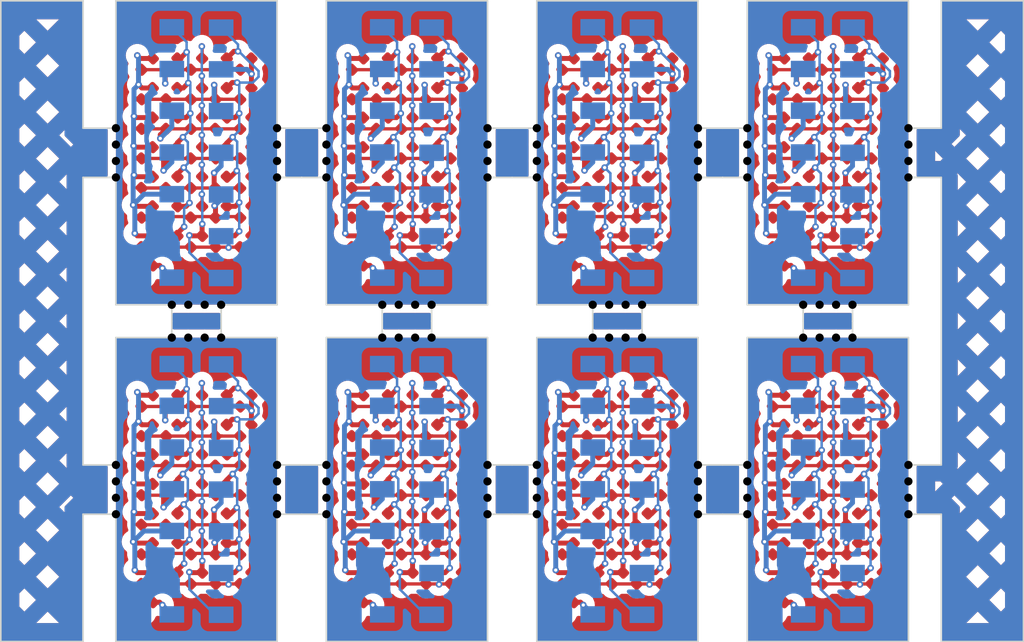
<source format=kicad_pcb>
(kicad_pcb (version 20221018) (generator pcbnew)
  (layers (0 "F.Cu" signal) (31 "B.Cu" signal) (34 "B.Paste" user) (35 "F.Paste" user) (36 "B.SilkS" user "B.Silkscreen") (37 "F.SilkS" user "F.Silkscreen") (38 "B.Mask" user) (39 "F.Mask" user) (44 "Edge.Cuts" user))
  (net 0 "")
  (net 1 "Board_0-C1")
  (net 2 "Board_0-C2")
  (net 3 "Board_0-C3")
  (net 4 "Board_0-C4")
  (net 5 "Board_0-C5")
  (net 6 "Board_0-DP")
  (net 7 "Board_0-R1")
  (net 8 "Board_0-R2")
  (net 9 "Board_0-R3")
  (net 10 "Board_0-R4")
  (net 11 "Board_0-R5")
  (net 12 "Board_0-R6")
  (net 13 "Board_0-R7")
  (net 14 "Board_1-C1")
  (net 15 "Board_1-C2")
  (net 16 "Board_1-C3")
  (net 17 "Board_1-C4")
  (net 18 "Board_1-C5")
  (net 19 "Board_1-DP")
  (net 20 "Board_1-R1")
  (net 21 "Board_1-R2")
  (net 22 "Board_1-R3")
  (net 23 "Board_1-R4")
  (net 24 "Board_1-R5")
  (net 25 "Board_1-R6")
  (net 26 "Board_1-R7")
  (net 27 "Board_2-C1")
  (net 28 "Board_2-C2")
  (net 29 "Board_2-C3")
  (net 30 "Board_2-C4")
  (net 31 "Board_2-C5")
  (net 32 "Board_2-DP")
  (net 33 "Board_2-R1")
  (net 34 "Board_2-R2")
  (net 35 "Board_2-R3")
  (net 36 "Board_2-R4")
  (net 37 "Board_2-R5")
  (net 38 "Board_2-R6")
  (net 39 "Board_2-R7")
  (net 40 "Board_3-C1")
  (net 41 "Board_3-C2")
  (net 42 "Board_3-C3")
  (net 43 "Board_3-C4")
  (net 44 "Board_3-C5")
  (net 45 "Board_3-DP")
  (net 46 "Board_3-R1")
  (net 47 "Board_3-R2")
  (net 48 "Board_3-R3")
  (net 49 "Board_3-R4")
  (net 50 "Board_3-R5")
  (net 51 "Board_3-R6")
  (net 52 "Board_3-R7")
  (net 53 "Board_4-C1")
  (net 54 "Board_4-C2")
  (net 55 "Board_4-C3")
  (net 56 "Board_4-C4")
  (net 57 "Board_4-C5")
  (net 58 "Board_4-DP")
  (net 59 "Board_4-R1")
  (net 60 "Board_4-R2")
  (net 61 "Board_4-R3")
  (net 62 "Board_4-R4")
  (net 63 "Board_4-R5")
  (net 64 "Board_4-R6")
  (net 65 "Board_4-R7")
  (net 66 "Board_5-C1")
  (net 67 "Board_5-C2")
  (net 68 "Board_5-C3")
  (net 69 "Board_5-C4")
  (net 70 "Board_5-C5")
  (net 71 "Board_5-DP")
  (net 72 "Board_5-R1")
  (net 73 "Board_5-R2")
  (net 74 "Board_5-R3")
  (net 75 "Board_5-R4")
  (net 76 "Board_5-R5")
  (net 77 "Board_5-R6")
  (net 78 "Board_5-R7")
  (net 79 "Board_6-C1")
  (net 80 "Board_6-C2")
  (net 81 "Board_6-C3")
  (net 82 "Board_6-C4")
  (net 83 "Board_6-C5")
  (net 84 "Board_6-DP")
  (net 85 "Board_6-R1")
  (net 86 "Board_6-R2")
  (net 87 "Board_6-R3")
  (net 88 "Board_6-R4")
  (net 89 "Board_6-R5")
  (net 90 "Board_6-R6")
  (net 91 "Board_6-R7")
  (net 92 "Board_7-C1")
  (net 93 "Board_7-C2")
  (net 94 "Board_7-C3")
  (net 95 "Board_7-C4")
  (net 96 "Board_7-C5")
  (net 97 "Board_7-DP")
  (net 98 "Board_7-R1")
  (net 99 "Board_7-R2")
  (net 100 "Board_7-R3")
  (net 101 "Board_7-R4")
  (net 102 "Board_7-R5")
  (net 103 "Board_7-R6")
  (net 104 "Board_7-R7")
  (footprint "LED_SMD:LED_0402_1005Metric" (layer "F.Cu") (at 130.8 29.25 45)
    (fp_text reference "D25" hide)
    (fp_text value "LED" hide)
  )
  (footprint "LED_SMD:LED_0402_1005Metric" (layer "F.Cu") (at 145.1 32.85 45)
    (fp_text reference "D34" hide)
    (fp_text value "LED" hide)
  )
  (footprint "LED_SMD:LED_0402_1005Metric" (layer "F.Cu") (at 129.3 47.95 45)
    (fp_text reference "D17" hide)
    (fp_text value "LED" hide)
  )
  (footprint "LED_SMD:LED_0402_1005Metric" (layer "F.Cu") (at 126.3 53.35 45)
    (fp_text reference "D6" hide)
    (fp_text value "LED" hide)
  )
  (footprint "LED_SMD:LED_0402_1005Metric" (layer "F.Cu") (at 167.7 51.55 45)
    (fp_text reference "D19" hide)
    (fp_text value "LED" hide)
  )
  (footprint "LED_SMD:LED_0402_1005Metric" (layer "F.Cu") (at 126.3 34.65 45)
    (fp_text reference "D7" hide)
    (fp_text value "LED" hide)
  )
  (footprint "NPTH" (layer "F.Cu") (at 134.2 29.75)
    (fp_text reference "REF**" hide)
    (fp_text value "NPTH" hide)
  )
  (footprint "LED_SMD:LED_0402_1005Metric" (layer "F.Cu") (at 166.2 51.55 45)
    (fp_text reference "D12" hide)
    (fp_text value "LED" hide)
  )
  (footprint "NPTH" (layer "F.Cu") (at 150 30.75)
    (fp_text reference "REF**" hide)
    (fp_text value "NPTH" hide)
  )
  (footprint "LED_SMD:LED_0402_1005Metric" (layer "F.Cu") (at 157.9 23.85 45)
    (fp_text reference "D29" hide)
    (fp_text value "LED" hide)
  )
  (footprint "NPTH" (layer "F.Cu") (at 143.6 38.5)
    (fp_text reference "REF**" hide)
    (fp_text value "NPTH" hide)
  )
  (footprint "NPTH" (layer "F.Cu") (at 159.8 51.25)
    (fp_text reference "REF**" hide)
    (fp_text value "NPTH" hide)
  )
  (footprint "LED_SMD:LED_0402_1005Metric" (layer "F.Cu") (at 156.4 49.75 45)
    (fp_text reference "D25" hide)
    (fp_text value "LED" hide)
  )
  (footprint "LED_SMD:LED_0402_1005Metric" (layer "F.Cu") (at 143.6 25.65 45)
    (fp_text reference "D23" hide)
    (fp_text value "LED" hide)
  )
  (footprint "LED_SMD:LED_0402_1005Metric" (layer "F.Cu") (at 140.6 51.55 45)
    (fp_text reference "D12" hide)
    (fp_text value "LED" hide)
  )
  (footprint "LED_SMD:LED_0402_1005Metric" (layer "F.Cu") (at 166.2 27.45 45)
    (fp_text reference "D10" hide)
    (fp_text value "LED" hide)
  )
  (footprint "LED_SMD:LED_0402_1005Metric" (layer "F.Cu") (at 132.3 34.65 45)
    (fp_text reference "D35" hide)
    (fp_text value "LED" hide)
  )
  (footprint "LED_SMD:LED_0402_1005Metric" (layer "F.Cu") (at 156.4 51.55 45)
    (fp_text reference "D26" hide)
    (fp_text value "LED" hide)
  )
  (footprint "LED_SMD:LED_0402_1005Metric" (layer "F.Cu") (at 164.7 32.85 45)
    (fp_text reference "D6" hide)
    (fp_text value "LED" hide)
  )
  (footprint "NPTH" (layer "F.Cu") (at 129.8 38.5)
    (fp_text reference "REF**" hide)
    (fp_text value "NPTH" hide)
  )
  (footprint "LED_SMD:LED_0402_1005Metric" (layer "F.Cu") (at 157.9 32.85 45)
    (fp_text reference "D34" hide)
    (fp_text value "LED" hide)
  )
  (footprint "LED_SMD:LED_0402_1005Metric" (layer "F.Cu") (at 145.1 44.35 45)
    (fp_text reference "D29" hide)
    (fp_text value "LED" hide)
  )
  (footprint "NPTH" (layer "F.Cu") (at 162.8 28.75)
    (fp_text reference "REF**" hide)
    (fp_text value "NPTH" hide)
  )
  (footprint "LED_SMD:LED_0402_1005Metric" (layer "F.Cu") (at 139.1 31.05 45)
    (fp_text reference "D5" hide)
    (fp_text value "LED" hide)
  )
  (footprint "LED_SMD:LED_0402_1005Metric" (layer "F.Cu") (at 139.1 56.95 45)
    (fp_text reference "D36" hide)
    (fp_text value "LED" hide)
  )
  (footprint "LED_SMD:LED_0402_1005Metric" (layer "F.Cu") (at 132.3 55.15 45)
    (fp_text reference "D35" hide)
    (fp_text value "LED" hide)
  )
  (footprint "LED_SMD:LED_0402_1005Metric" (layer "F.Cu") (at 154.9 25.65 45)
    (fp_text reference "D16" hide)
    (fp_text value "LED" hide)
  )
  (footprint "NPTH" (layer "F.Cu") (at 159.8 48.25)
    (fp_text reference "REF**" hide)
    (fp_text value "NPTH" hide)
  )
  (footprint "LED_SMD:LED_0402_1005Metric" (layer "F.Cu") (at 143.6 29.25 45)
    (fp_text reference "D25" hide)
    (fp_text value "LED" hide)
  )
  (footprint "LED_SMD:LED_0402_1005Metric" (layer "F.Cu") (at 140.6 31.05 45)
    (fp_text reference "D12" hide)
    (fp_text value "LED" hide)
  )
  (footprint "LED_SMD:LED_0402_1005Metric" (layer "F.Cu") (at 167.7 44.35 45)
    (fp_text reference "D15" hide)
    (fp_text value "LED" hide)
  )
  (footprint "LED_SMD:LED_0402_1005Metric" (layer "F.Cu") (at 130.8 23.85 45)
    (fp_text reference "D22" hide)
    (fp_text value "LED" hide)
  )
  (footprint "LED_SMD:LED_0402_1005Metric" (layer "F.Cu") (at 170.7 32.85 45)
    (fp_text reference "D34" hide)
    (fp_text value "LED" hide)
  )
  (footprint "LED_SMD:LED_0402_1005Metric" (layer "F.Cu") (at 157.9 53.35 45)
    (fp_text reference "D34" hide)
    (fp_text value "LED" hide)
  )
  (footprint "LED_SMD:LED_0402_1005Metric" (layer "F.Cu") (at 167.7 55.15 45)
    (fp_text reference "D21" hide)
    (fp_text value "LED" hide)
  )
  (footprint "LED_SMD:LED_0402_1005Metric" (layer "F.Cu") (at 140.6 29.25 45)
    (fp_text reference "D11" hide)
    (fp_text value "LED" hide)
  )
  (footprint "LED_SMD:LED_0402_1005Metric" (layer "F.Cu") (at 127.8 55.15 45)
    (fp_text reference "D14" hide)
    (fp_text value "LED" hide)
  )
  (footprint "LED_SMD:LED_0402_1005Metric" (layer "F.Cu") (at 139.1 44.35 45)
    (fp_text reference "D1" hide)
    (fp_text value "LED" hide)
  )
  (footprint "LED_SMD:LED_0402_1005Metric" (layer "F.Cu") (at 166.2 23.85 45)
    (fp_text reference "D8" hide)
    (fp_text value "LED" hide)
  )
  (footprint "NPTH" (layer "F.Cu") (at 162.8 50.25)
    (fp_text reference "REF**" hide)
    (fp_text value "NPTH" hide)
  )
  (footprint "NPTH" (layer "F.Cu") (at 166.2 38.5)
    (fp_text reference "REF**" hide)
    (fp_text value "NPTH" hide)
  )
  (footprint "LED_SMD:LED_0402_1005Metric" (layer "F.Cu") (at 143.6 49.75 45)
    (fp_text reference "D25" hide)
    (fp_text value "LED" hide)
  )
  (footprint "LED_SMD:LED_0402_1005Metric" (layer "F.Cu") (at 132.3 32.85 45)
    (fp_text reference "D34" hide)
    (fp_text value "LED" hide)
  )
  (footprint "LED_SMD:LED_0402_1005Metric" (layer "F.Cu") (at 156.4 32.85 45)
    (fp_text reference "D27" hide)
    (fp_text value "LED" hide)
  )
  (footprint "LED_SMD:LED_0402_1005Metric" (layer "F.Cu") (at 156.4 47.95 45)
    (fp_text reference "D24" hide)
    (fp_text value "LED" hide)
  )
  (footprint "LED_SMD:LED_0402_1005Metric" (layer "F.Cu") (at 126.3 55.15 45)
    (fp_text reference "D7" hide)
    (fp_text value "LED" hide)
  )
  (footprint "NPTH" (layer "F.Cu") (at 130.8 38.5)
    (fp_text reference "REF**" hide)
    (fp_text value "NPTH" hide)
  )
  (footprint "NPTH" (layer "F.Cu") (at 150 29.75)
    (fp_text reference "REF**" hide)
    (fp_text value "NPTH" hide)
  )
  (footprint "NPTH" (layer "F.Cu") (at 129.8 40.5)
    (fp_text reference "REF**" hide)
    (fp_text value "NPTH" hide)
  )
  (footprint "NPTH" (layer "F.Cu") (at 134.2 27.75)
    (fp_text reference "REF**" hide)
    (fp_text value "NPTH" hide)
  )
  (footprint "LED_SMD:LED_0402_1005Metric" (layer "F.Cu") (at 132.3 47.95 45)
    (fp_text reference "D31" hide)
    (fp_text value "LED" hide)
  )
  (footprint "LED_SMD:LED_0402_1005Metric" (layer "F.Cu") (at 129.3 46.15 45)
    (fp_text reference "D16" hide)
    (fp_text value "LED" hide)
  )
  (footprint "LED_SMD:LED_0402_1005Metric" (layer "F.Cu") (at 140.6 27.45 45)
    (fp_text reference "D10" hide)
    (fp_text value "LED" hide)
  )
  (footprint "NPTH" (layer "F.Cu") (at 172.6 48.25)
    (fp_text reference "REF**" hide)
    (fp_text value "NPTH" hide)
  )
  (footprint "NPTH" (layer "F.Cu") (at 156.4 40.5)
    (fp_text reference "REF**" hide)
    (fp_text value "NPTH" hide)
  )
  (footprint "NPTH" (layer "F.Cu") (at 159.8 28.75)
    (fp_text reference "REF**" hide)
    (fp_text value "NPTH" hide)
  )
  (footprint "LED_SMD:LED_0402_1005Metric" (layer "F.Cu") (at 142.1 46.15 45)
    (fp_text reference "D16" hide)
    (fp_text value "LED" hide)
  )
  (footprint "LED_SMD:LED_0402_1005Metric" (layer "F.Cu") (at 166.2 46.15 45)
    (fp_text reference "D9" hide)
    (fp_text value "LED" hide)
  )
  (footprint "LED_SMD:LED_0402_1005Metric" (layer "F.Cu") (at 166.2 53.35 45)
    (fp_text reference "D13" hide)
    (fp_text value "LED" hide)
  )
  (footprint "LED_SMD:LED_0402_1005Metric" (layer "F.Cu") (at 142.1 23.85 45)
    (fp_text reference "D15" hide)
    (fp_text value "LED" hide)
  )
  (footprint "LED_SMD:LED_0402_1005Metric" (layer "F.Cu") (at 170.7 34.65 45)
    (fp_text reference "D35" hide)
    (fp_text value "LED" hide)
  )
  (footprint "LED_SMD:LED_0402_1005Metric" (layer "F.Cu") (at 153.4 51.55 45)
    (fp_text reference "D12" hide)
    (fp_text value "LED" hide)
  )
  (footprint "NPTH" (layer "F.Cu") (at 137.2 50.25)
    (fp_text reference "REF**" hide)
    (fp_text value "NPTH" hide)
  )
  (footprint "LED_SMD:LED_0402_1005Metric" (layer "F.Cu") (at 145.1 51.55 45)
    (fp_text reference "D33" hide)
    (fp_text value "LED" hide)
  )
  (footprint "LED_SMD:LED_0402_1005Metric" (layer "F.Cu") (at 164.7 47.95 45)
    (fp_text reference "D3" hide)
    (fp_text value "LED" hide)
  )
  (footprint "LED_SMD:LED_0402_1005Metric" (layer "F.Cu") (at 132.3 46.15 45)
    (fp_text reference "D30" hide)
    (fp_text value "LED" hide)
  )
  (footprint "LED_SMD:LED_0402_1005Metric" (layer "F.Cu") (at 143.6 51.55 45)
    (fp_text reference "D26" hide)
    (fp_text value "LED" hide)
  )
  (footprint "LED_SMD:LED_0402_1005Metric" (layer "F.Cu") (at 156.4 31.05 45)
    (fp_text reference "D26" hide)
    (fp_text value "LED" hide)
  )
  (footprint "LED_SMD:LED_0402_1005Metric" (layer "F.Cu") (at 139.1 51.55 45)
    (fp_text reference "D5" hide)
    (fp_text value "LED" hide)
  )
  (footprint "LED_SMD:LED_0402_1005Metric" (layer "F.Cu") (at 157.9 34.65 45)
    (fp_text reference "D35" hide)
    (fp_text value "LED" hide)
  )
  (footprint "LED_SMD:LED_0402_1005Metric" (layer "F.Cu") (at 129.3 25.65 45)
    (fp_text reference "D16" hide)
    (fp_text value "LED" hide)
  )
  (footprint "LED_SMD:LED_0402_1005Metric" (layer "F.Cu") (at 156.4 46.15 45)
    (fp_text reference "D23" hide)
    (fp_text value "LED" hide)
  )
  (footprint "LED_SMD:LED_0402_1005Metric" (layer "F.Cu") (at 129.3 44.35 45)
    (fp_text reference "D15" hide)
    (fp_text value "LED" hide)
  )
  (footprint "NPTH" (layer "F.Cu") (at 130.8 40.5)
    (fp_text reference "REF**" hide)
    (fp_text value "NPTH" hide)
  )
  (footprint "LED_SMD:LED_0402_1005Metric" (layer "F.Cu") (at 166.2 31.05 45)
    (fp_text reference "D12" hide)
    (fp_text value "LED" hide)
  )
  (footprint "LED_SMD:LED_0402_1005Metric" (layer "F.Cu") (at 145.1 53.35 45)
    (fp_text reference "D34" hide)
    (fp_text value "LED" hide)
  )
  (footprint "LED_SMD:LED_0402_1005Metric" (layer "F.Cu") (at 140.6 53.35 45)
    (fp_text reference "D13" hide)
    (fp_text value "LED" hide)
  )
  (footprint "LED_SMD:LED_0402_1005Metric" (layer "F.Cu") (at 140.6 34.65 45)
    (fp_text reference "D14" hide)
    (fp_text value "LED" hide)
  )
  (footprint "LED_SMD:LED_0402_1005Metric" (layer "F.Cu") (at 169.2 29.25 45)
    (fp_text reference "D25" hide)
    (fp_text value "LED" hide)
  )
  (footprint "LED_SMD:LED_0402_1005Metric" (layer "F.Cu") (at 130.8 46.15 45)
    (fp_text reference "D23" hide)
    (fp_text value "LED" hide)
  )
  (footprint "LED_SMD:LED_0402_1005Metric" (layer "F.Cu") (at 140.6 49.75 45)
    (fp_text reference "D11" hide)
    (fp_text value "LED" hide)
  )
  (footprint "LED_SMD:LED_0402_1005Metric" (layer "F.Cu") (at 145.1 23.85 45)
    (fp_text reference "D29" hide)
    (fp_text value "LED" hide)
  )
  (footprint "LED_SMD:LED_0402_1005Metric" (layer "F.Cu") (at 157.9 44.35 45)
    (fp_text reference "D29" hide)
    (fp_text value "LED" hide)
  )
  (footprint "NPTH" (layer "F.Cu") (at 141.6 40.5)
    (fp_text reference "REF**" hide)
    (fp_text value "NPTH" hide)
  )
  (footprint "LED_SMD:LED_0402_1005Metric" (layer "F.Cu") (at 139.1 29.25 45)
    (fp_text reference "D4" hide)
    (fp_text value "LED" hide)
  )
  (footprint "LED_SMD:LED_0402_1005Metric" (layer "F.Cu") (at 145.1 49.75 45)
    (fp_text reference "D32" hide)
    (fp_text value "LED" hide)
  )
  (footprint "LED_SMD:LED_0402_1005Metric" (layer "F.Cu") (at 126.3 27.45 45)
    (fp_text reference "D3" hide)
    (fp_text value "LED" hide)
  )
  (footprint "LED_SMD:LED_0402_1005Metric" (layer "F.Cu") (at 167.7 34.65 45)
    (fp_text reference "D21" hide)
    (fp_text value "LED" hide)
  )
  (footprint "NPTH" (layer "F.Cu") (at 166.2 40.5)
    (fp_text reference "REF**" hide)
    (fp_text value "NPTH" hide)
  )
  (footprint "LED_SMD:LED_0402_1005Metric" (layer "F.Cu") (at 167.7 46.15 45)
    (fp_text reference "D16" hide)
    (fp_text value "LED" hide)
  )
  (footprint "LED_SMD:LED_0402_1005Metric" (layer "F.Cu") (at 140.6 47.95 45)
    (fp_text reference "D10" hide)
    (fp_text value "LED" hide)
  )
  (footprint "NPTH" (layer "F.Cu") (at 159.8 30.75)
    (fp_text reference "REF**" hide)
    (fp_text value "NPTH" hide)
  )
  (footprint "LED_SMD:LED_0402_1005Metric" (layer "F.Cu") (at 126.3 36.45 45)
    (fp_text reference "D36" hide)
    (fp_text value "LED" hide)
  )
  (footprint "LED_SMD:LED_0402_1005Metric" (layer "F.Cu") (at 126.3 29.25 45)
    (fp_text reference "D4" hide)
    (fp_text value "LED" hide)
  )
  (footprint "LED_SMD:LED_0402_1005Metric" (layer "F.Cu") (at 126.3 47.95 45)
    (fp_text reference "D3" hide)
    (fp_text value "LED" hide)
  )
  (footprint "NPTH" (layer "F.Cu") (at 137.2 30.75)
    (fp_text reference "REF**" hide)
    (fp_text value "NPTH" hide)
  )
  (footprint "LED_SMD:LED_0402_1005Metric" (layer "F.Cu") (at 139.1 55.15 45)
    (fp_text reference "D7" hide)
    (fp_text value "LED" hide)
  )
  (footprint "LED_SMD:LED_0402_1005Metric" (layer "F.Cu") (at 157.9 46.15 45)
    (fp_text reference "D30" hide)
    (fp_text value "LED" hide)
  )
  (footprint "LED_SMD:LED_0402_1005Metric" (layer "F.Cu") (at 154.9 27.45 45)
    (fp_text reference "D17" hide)
    (fp_text value "LED" hide)
  )
  (footprint "LED_SMD:LED_0402_1005Metric" (layer "F.Cu") (at 157.9 31.05 45)
    (fp_text reference "D33" hide)
    (fp_text value "LED" hide)
  )
  (footprint "LED_SMD:LED_0402_1005Metric" (layer "F.Cu") (at 130.8 34.65 45)
    (fp_text reference "D28" hide)
    (fp_text value "LED" hide)
  )
  (footprint "LED_SMD:LED_0402_1005Metric" (layer "F.Cu") (at 129.3 23.85 45)
    (fp_text reference "D15" hide)
    (fp_text value "LED" hide)
  )
  (footprint "NPTH" (layer "F.Cu") (at 162.8 48.25)
    (fp_text reference "REF**" hide)
    (fp_text value "NPTH" hide)
  )
  (footprint "LED_SMD:LED_0402_1005Metric" (layer "F.Cu") (at 170.7 51.55 45)
    (fp_text reference "D33" hide)
    (fp_text value "LED" hide)
  )
  (footprint "LED_SMD:LED_0402_1005Metric" (layer "F.Cu") (at 132.3 31.05 45)
    (fp_text reference "D33" hide)
    (fp_text value "LED" hide)
  )
  (footprint "LED_SMD:LED_0402_1005Metric" (layer "F.Cu") (at 127.8 44.35 45)
    (fp_text reference "D8" hide)
    (fp_text value "LED" hide)
  )
  (footprint "LED_SMD:LED_0402_1005Metric" (layer "F.Cu") (at 153.4 23.85 45)
    (fp_text reference "D8" hide)
    (fp_text value "LED" hide)
  )
  (footprint "NPTH" (layer "F.Cu") (at 162.8 51.25)
    (fp_text reference "REF**" hide)
    (fp_text value "NPTH" hide)
  )
  (footprint "LED_SMD:LED_0402_1005Metric" (layer "F.Cu") (at 127.8 25.65 45)
    (fp_text reference "D9" hide)
    (fp_text value "LED" hide)
  )
  (footprint "LED_SMD:LED_0402_1005Metric" (layer "F.Cu") (at 153.4 31.05 45)
    (fp_text reference "D12" hide)
    (fp_text value "LED" hide)
  )
  (footprint "LED_SMD:LED_0402_1005Metric" (layer "F.Cu") (at 130.8 31.05 45)
    (fp_text reference "D26" hide)
    (fp_text value "LED" hide)
  )
  (footprint "LED_SMD:LED_0402_1005Metric" (layer "F.Cu") (at 143.6 44.35 45)
    (fp_text reference "D22" hide)
    (fp_text value "LED" hide)
  )
  (footprint "LED_SMD:LED_0402_1005Metric" (layer "F.Cu") (at 132.3 44.35 45)
    (fp_text reference "D29" hide)
    (fp_text value "LED" hide)
  )
  (footprint "LED_SMD:LED_0402_1005Metric" (layer "F.Cu") (at 142.1 29.25 45)
    (fp_text reference "D18" hide)
    (fp_text value "LED" hide)
  )
  (footprint "LED_SMD:LED_0402_1005Metric" (layer "F.Cu") (at 129.3 31.05 45)
    (fp_text reference "D19" hide)
    (fp_text value "LED" hide)
  )
  (footprint "LED_SMD:LED_0402_1005Metric" (layer "F.Cu") (at 164.7 44.35 45)
    (fp_text reference "D1" hide)
    (fp_text value "LED" hide)
  )
  (footprint "LED_SMD:LED_0402_1005Metric" (layer "F.Cu") (at 167.7 47.95 45)
    (fp_text reference "D17" hide)
    (fp_text value "LED" hide)
  )
  (footprint "LED_SMD:LED_0402_1005Metric" (layer "F.Cu") (at 166.2 47.95 45)
    (fp_text reference "D10" hide)
    (fp_text value "LED" hide)
  )
  (footprint "LED_SMD:LED_0402_1005Metric" (layer "F.Cu") (at 169.2 53.35 45)
    (fp_text reference "D27" hide)
    (fp_text value "LED" hide)
  )
  (footprint "NPTH" (layer "F.Cu") (at 159.8 27.75)
    (fp_text reference "REF**" hide)
    (fp_text value "NPTH" hide)
  )
  (footprint "LED_SMD:LED_0402_1005Metric" (layer "F.Cu") (at 153.4 25.65 45)
    (fp_text reference "D9" hide)
    (fp_text value "LED" hide)
  )
  (footprint "LED_SMD:LED_0402_1005Metric" (layer "F.Cu") (at 154.9 23.85 45)
    (fp_text reference "D15" hide)
    (fp_text value "LED" hide)
  )
  (footprint "NPTH" (layer "F.Cu") (at 159.8 50.25)
    (fp_text reference "REF**" hide)
    (fp_text value "NPTH" hide)
  )
  (footprint "LED_SMD:LED_0402_1005Metric" (layer "F.Cu") (at 153.4 29.25 45)
    (fp_text reference "D11" hide)
    (fp_text value "LED" hide)
  )
  (footprint "LED_SMD:LED_0402_1005Metric" (layer "F.Cu") (at 127.8 23.85 45)
    (fp_text reference "D8" hide)
    (fp_text value "LED" hide)
  )
  (footprint "NPTH" (layer "F.Cu") (at 137.2 28.75)
    (fp_text reference "REF**" hide)
    (fp_text value "NPTH" hide)
  )
  (footprint "LED_SMD:LED_0402_1005Metric" (layer "F.Cu") (at 167.7 25.65 45)
    (fp_text reference "D16" hide)
    (fp_text value "LED" hide)
  )
  (footprint "NPTH" (layer "F.Cu") (at 155.4 40.5)
    (fp_text reference "REF**" hide)
    (fp_text value "NPTH" hide)
  )
  (footprint "LED_SMD:LED_0402_1005Metric" (layer "F.Cu") (at 153.4 44.35 45)
    (fp_text reference "D8" hide)
    (fp_text value "LED" hide)
  )
  (footprint "NPTH" (layer "F.Cu") (at 137.2 27.75)
    (fp_text reference "REF**" hide)
    (fp_text value "NPTH" hide)
  )
  (footprint "LED_SMD:LED_0402_1005Metric" (layer "F.Cu") (at 142.1 34.65 45)
    (fp_text reference "D21" hide)
    (fp_text value "LED" hide)
  )
  (footprint "NPTH" (layer "F.Cu") (at 167.2 38.5)
    (fp_text reference "REF**" hide)
    (fp_text value "NPTH" hide)
  )
  (footprint "LED_SMD:LED_0402_1005Metric" (layer "F.Cu") (at 143.6 27.45 45)
    (fp_text reference "D24" hide)
    (fp_text value "LED" hide)
  )
  (footprint "NPTH" (layer "F.Cu") (at 137.2 49.25)
    (fp_text reference "REF**" hide)
    (fp_text value "NPTH" hide)
  )
  (footprint "LED_SMD:LED_0402_1005Metric" (layer "F.Cu") (at 151.9 23.85 45)
    (fp_text reference "D1" hide)
    (fp_text value "LED" hide)
  )
  (footprint "LED_SMD:LED_0402_1005Metric" (layer "F.Cu") (at 139.1 27.45 45)
    (fp_text reference "D3" hide)
    (fp_text value "LED" hide)
  )
  (footprint "LED_SMD:LED_0402_1005Metric" (layer "F.Cu") (at 143.6 53.35 45)
    (fp_text reference "D27" hide)
    (fp_text value "LED" hide)
  )
  (footprint "LED_SMD:LED_0402_1005Metric" (layer "F.Cu") (at 142.1 32.85 45)
    (fp_text reference "D20" hide)
    (fp_text value "LED" hide)
  )
  (footprint "NPTH" (layer "F.Cu") (at 147 48.25)
    (fp_text reference "REF**" hide)
    (fp_text value "NPTH" hide)
  )
  (footprint "LED_SMD:LED_0402_1005Metric" (layer "F.Cu") (at 126.3 49.75 45)
    (fp_text reference "D4" hide)
    (fp_text value "LED" hide)
  )
  (footprint "LED_SMD:LED_0402_1005Metric" (layer "F.Cu") (at 145.1 29.25 45)
    (fp_text reference "D32" hide)
    (fp_text value "LED" hide)
  )
  (footprint "LED_SMD:LED_0402_1005Metric" (layer "F.Cu") (at 129.3 34.65 45)
    (fp_text reference "D21" hide)
    (fp_text value "LED" hide)
  )
  (footprint "NPTH" (layer "F.Cu") (at 150 27.75)
    (fp_text reference "REF**" hide)
    (fp_text value "NPTH" hide)
  )
  (footprint "LED_SMD:LED_0402_1005Metric" (layer "F.Cu") (at 130.8 25.65 45)
    (fp_text reference "D23" hide)
    (fp_text value "LED" hide)
  )
  (footprint "LED_SMD:LED_0402_1005Metric" (layer "F.Cu") (at 139.1 32.85 45)
    (fp_text reference "D6" hide)
    (fp_text value "LED" hide)
  )
  (footprint "LED_SMD:LED_0402_1005Metric" (layer "F.Cu") (at 129.3 55.15 45)
    (fp_text reference "D21" hide)
    (fp_text value "LED" hide)
  )
  (footprint "NPTH" (layer "F.Cu") (at 154.4 38.5)
    (fp_text reference "REF**" hide)
    (fp_text value "NPTH" hide)
  )
  (footprint "LED_SMD:LED_0402_1005Metric" (layer "F.Cu") (at 169.2 44.35 45)
    (fp_text reference "D22" hide)
    (fp_text value "LED" hide)
  )
  (footprint "LED_SMD:LED_0402_1005Metric" (layer "F.Cu") (at 130.8 44.35 45)
    (fp_text reference "D22" hide)
    (fp_text value "LED" hide)
  )
  (footprint "LED_SMD:LED_0402_1005Metric" (layer "F.Cu") (at 156.4 55.15 45)
    (fp_text reference "D28" hide)
    (fp_text value "LED" hide)
  )
  (footprint "LED_SMD:LED_0402_1005Metric" (layer "F.Cu") (at 140.6 23.85 45)
    (fp_text reference "D8" hide)
    (fp_text value "LED" hide)
  )
  (footprint "NPTH" (layer "F.Cu") (at 134.2 28.75)
    (fp_text reference "REF**" hide)
    (fp_text value "NPTH" hide)
  )
  (footprint "NPTH" (layer "F.Cu") (at 147 28.75)
    (fp_text reference "REF**" hide)
    (fp_text value "NPTH" hide)
  )
  (footprint "NPTH" (layer "F.Cu") (at 140.6 38.5)
    (fp_text reference "REF**" hide)
    (fp_text value "NPTH" hide)
  )
  (footprint "LED_SMD:LED_0402_1005Metric" (layer "F.Cu") (at 126.3 32.85 45)
    (fp_text reference "D6" hide)
    (fp_text value "LED" hide)
  )
  (footprint "LED_SMD:LED_0402_1005Metric" (layer "F.Cu") (at 156.4 23.85 45)
    (fp_text reference "D22" hide)
    (fp_text value "LED" hide)
  )
  (footprint "LED_SMD:LED_0402_1005Metric" (layer "F.Cu") (at 154.9 46.15 45)
    (fp_text reference "D16" hide)
    (fp_text value "LED" hide)
  )
  (footprint "LED_SMD:LED_0402_1005Metric" (layer "F.Cu") (at 143.6 47.95 45)
    (fp_text reference "D24" hide)
    (fp_text value "LED" hide)
  )
  (footprint "LED_SMD:LED_0402_1005Metric" (layer "F.Cu") (at 139.1 36.45 45)
    (fp_text reference "D36" hide)
    (fp_text value "LED" hide)
  )
  (footprint "LED_SMD:LED_0402_1005Metric" (layer "F.Cu") (at 126.3 56.95 45)
    (fp_text reference "D36" hide)
    (fp_text value "LED" hide)
  )
  (footprint "LED_SMD:LED_0402_1005Metric" (layer "F.Cu") (at 154.9 44.35 45)
    (fp_text reference "D15" hide)
    (fp_text value "LED" hide)
  )
  (footprint "NPTH" (layer "F.Cu") (at 147 50.25)
    (fp_text reference "REF**" hide)
    (fp_text value "NPTH" hide)
  )
  (footprint "LED_SMD:LED_0402_1005Metric" (layer "F.Cu") (at 127.8 51.55 45)
    (fp_text reference "D12" hide)
    (fp_text value "LED" hide)
  )
  (footprint "LED_SMD:LED_0402_1005Metric" (layer "F.Cu") (at 154.9 32.85 45)
    (fp_text reference "D20" hide)
    (fp_text value "LED" hide)
  )
  (footprint "LED_SMD:LED_0402_1005Metric" (layer "F.Cu") (at 153.4 46.15 45)
    (fp_text reference "D9" hide)
    (fp_text value "LED" hide)
  )
  (footprint "LED_SMD:LED_0402_1005Metric" (layer "F.Cu") (at 151.9 32.85 45)
    (fp_text reference "D6" hide)
    (fp_text value "LED" hide)
  )
  (footprint "LED_SMD:LED_0402_1005Metric" (layer "F.Cu") (at 142.1 51.55 45)
    (fp_text reference "D19" hide)
    (fp_text value "LED" hide)
  )
  (footprint "LED_SMD:LED_0402_1005Metric" (layer "F.Cu") (at 170.7 31.05 45)
    (fp_text reference "D33" hide)
    (fp_text value "LED" hide)
  )
  (footprint "LED_SMD:LED_0402_1005Metric" (layer "F.Cu") (at 166.2 32.85 45)
    (fp_text reference "D13" hide)
    (fp_text value "LED" hide)
  )
  (footprint "LED_SMD:LED_0402_1005Metric" (layer "F.Cu") (at 127.8 32.85 45)
    (fp_text reference "D13" hide)
    (fp_text value "LED" hide)
  )
  (footprint "LED_SMD:LED_0402_1005Metric" (layer "F.Cu") (at 157.9 27.45 45)
    (fp_text reference "D31" hide)
    (fp_text value "LED" hide)
  )
  (footprint "NPTH" (layer "F.Cu") (at 128.8 40.5)
    (fp_text reference "REF**" hide)
    (fp_text value "NPTH" hide)
  )
  (footprint "LED_SMD:LED_0402_1005Metric" (layer "F.Cu") (at 145.1 47.95 45)
    (fp_text reference "D31" hide)
    (fp_text value "LED" hide)
  )
  (footprint "LED_SMD:LED_0402_1005Metric" (layer "F.Cu") (at 157.9 55.15 45)
    (fp_text reference "D35" hide)
    (fp_text value "LED" hide)
  )
  (footprint "NPTH" (layer "F.Cu") (at 127.8 38.5)
    (fp_text reference "REF**" hide)
    (fp_text value "NPTH" hide)
  )
  (footprint "LED_SMD:LED_0402_1005Metric" (layer "F.Cu") (at 164.7 27.45 45)
    (fp_text reference "D3" hide)
    (fp_text value "LED" hide)
  )
  (footprint "NPTH" (layer "F.Cu") (at 150 49.25)
    (fp_text reference "REF**" hide)
    (fp_text value "NPTH" hide)
  )
  (footprint "LED_SMD:LED_0402_1005Metric" (layer "F.Cu") (at 127.8 49.75 45)
    (fp_text reference "D11" hide)
    (fp_text value "LED" hide)
  )
  (footprint "NPTH" (layer "F.Cu") (at 150 28.75)
    (fp_text reference "REF**" hide)
    (fp_text value "NPTH" hide)
  )
  (footprint "LED_SMD:LED_0402_1005Metric" (layer "F.Cu") (at 156.4 29.25 45)
    (fp_text reference "D25" hide)
    (fp_text value "LED" hide)
  )
  (footprint "LED_SMD:LED_0402_1005Metric" (layer "F.Cu") (at 167.7 49.75 45)
    (fp_text reference "D18" hide)
    (fp_text value "LED" hide)
  )
  (footprint "NPTH" (layer "F.Cu") (at 134.2 50.25)
    (fp_text reference "REF**" hide)
    (fp_text value "NPTH" hide)
  )
  (footprint "NPTH" (layer "F.Cu") (at 137.2 29.75)
    (fp_text reference "REF**" hide)
    (fp_text value "NPTH" hide)
  )
  (footprint "LED_SMD:LED_0402_1005Metric" (layer "F.Cu") (at 167.7 23.85 45)
    (fp_text reference "D15" hide)
    (fp_text value "LED" hide)
  )
  (footprint "LED_SMD:LED_0402_1005Metric" (layer "F.Cu") (at 145.1 34.65 45)
    (fp_text reference "D35" hide)
    (fp_text value "LED" hide)
  )
  (footprint "LED_SMD:LED_0402_1005Metric" (layer "F.Cu") (at 130.8 49.75 45)
    (fp_text reference "D25" hide)
    (fp_text value "LED" hide)
  )
  (footprint "LED_SMD:LED_0402_1005Metric" (layer "F.Cu") (at 170.7 49.75 45)
    (fp_text reference "D32" hide)
    (fp_text value "LED" hide)
  )
  (footprint "LED_SMD:LED_0402_1005Metric" (layer "F.Cu") (at 151.9 47.95 45)
    (fp_text reference "D3" hide)
    (fp_text value "LED" hide)
  )
  (footprint "LED_SMD:LED_0402_1005Metric" (layer "F.Cu") (at 169.2 31.05 45)
    (fp_text reference "D26" hide)
    (fp_text value "LED" hide)
  )
  (footprint "LED_SMD:LED_0402_1005Metric" (layer "F.Cu") (at 132.3 29.25 45)
    (fp_text reference "D32" hide)
    (fp_text value "LED" hide)
  )
  (footprint "NPTH" (layer "F.Cu") (at 124.4 50.25)
    (fp_text reference "REF**" hide)
    (fp_text value "NPTH" hide)
  )
  (footprint "LED_SMD:LED_0402_1005Metric" (layer "F.Cu") (at 153.4 47.95 45)
    (fp_text reference "D10" hide)
    (fp_text value "LED" hide)
  )
  (footprint "NPTH" (layer "F.Cu") (at 172.6 50.25)
    (fp_text reference "REF**" hide)
    (fp_text value "NPTH" hide)
  )
  (footprint "LED_SMD:LED_0402_1005Metric" (layer "F.Cu") (at 127.8 34.65 45)
    (fp_text reference "D14" hide)
    (fp_text value "LED" hide)
  )
  (footprint "LED_SMD:LED_0402_1005Metric" (layer "F.Cu") (at 129.3 53.35 45)
    (fp_text reference "D20" hide)
    (fp_text value "LED" hide)
  )
  (footprint "NPTH" (layer "F.Cu") (at 162.8 30.75)
    (fp_text reference "REF**" hide)
    (fp_text value "NPTH" hide)
  )
  (footprint "LED_SMD:LED_0402_1005Metric" (layer "F.Cu") (at 139.1 47.95 45)
    (fp_text reference "D3" hide)
    (fp_text value "LED" hide)
  )
  (footprint "LED_SMD:LED_0402_1005Metric" (layer "F.Cu") (at 167.7 31.05 45)
    (fp_text reference "D19" hide)
    (fp_text value "LED" hide)
  )
  (footprint "NPTH" (layer "F.Cu") (at 124.4 49.25)
    (fp_text reference "REF**" hide)
    (fp_text value "NPTH" hide)
  )
  (footprint "LED_SMD:LED_0402_1005Metric" (layer "F.Cu") (at 164.7 31.05 45)
    (fp_text reference "D5" hide)
    (fp_text value "LED" hide)
  )
  (footprint "NPTH" (layer "F.Cu") (at 169.2 40.5)
    (fp_text reference "REF**" hide)
    (fp_text value "NPTH" hide)
  )
  (footprint "NPTH" (layer "F.Cu") (at 124.4 30.75)
    (fp_text reference "REF**" hide)
    (fp_text value "NPTH" hide)
  )
  (footprint "NPTH" (layer "F.Cu") (at 147 49.25)
    (fp_text reference "REF**" hide)
    (fp_text value "NPTH" hide)
  )
  (footprint "LED_SMD:LED_0402_1005Metric" (layer "F.Cu") (at 143.6 55.15 45)
    (fp_text reference "D28" hide)
    (fp_text value "LED" hide)
  )
  (footprint "LED_SMD:LED_0402_1005Metric" (layer "F.Cu") (at 127.8 46.15 45)
    (fp_text reference "D9" hide)
    (fp_text value "LED" hide)
  )
  (footprint "LED_SMD:LED_0402_1005Metric" (layer "F.Cu") (at 127.8 27.45 45)
    (fp_text reference "D10" hide)
    (fp_text value "LED" hide)
  )
  (footprint "LED_SMD:LED_0402_1005Metric" (layer "F.Cu") (at 166.2 25.65 45)
    (fp_text reference "D9" hide)
    (fp_text value "LED" hide)
  )
  (footprint "LED_SMD:LED_0402_1005Metric" (layer "F.Cu") (at 130.8 27.45 45)
    (fp_text reference "D24" hide)
    (fp_text value "LED" hide)
  )
  (footprint "LED_SMD:LED_0402_1005Metric" (layer "F.Cu") (at 142.1 25.65 45)
    (fp_text reference "D16" hide)
    (fp_text value "LED" hide)
  )
  (footprint "LED_SMD:LED_0402_1005Metric" (layer "F.Cu") (at 126.3 25.65 45)
    (fp_text reference "D2" hide)
    (fp_text value "LED" hide)
  )
  (footprint "LED_SMD:LED_0402_1005Metric" (layer "F.Cu") (at 151.9 46.15 45)
    (fp_text reference "D2" hide)
    (fp_text value "LED" hide)
  )
  (footprint "LED_SMD:LED_0402_1005Metric" (layer "F.Cu") (at 169.2 23.85 45)
    (fp_text reference "D22" hide)
    (fp_text value "LED" hide)
  )
  (footprint "LED_SMD:LED_0402_1005Metric" (layer "F.Cu") (at 169.2 34.65 45)
    (fp_text reference "D28" hide)
    (fp_text value "LED" hide)
  )
  (footprint "LED_SMD:LED_0402_1005Metric" (layer "F.Cu") (at 132.3 23.85 45)
    (fp_text reference "D29" hide)
    (fp_text value "LED" hide)
  )
  (footprint "NPTH" (layer "F.Cu") (at 153.4 40.5)
    (fp_text reference "REF**" hide)
    (fp_text value "NPTH" hide)
  )
  (footprint "LED_SMD:LED_0402_1005Metric" (layer "F.Cu") (at 164.7 53.35 45)
    (fp_text reference "D6" hide)
    (fp_text value "LED" hide)
  )
  (footprint "NPTH" (layer "F.Cu") (at 155.4 38.5)
    (fp_text reference "REF**" hide)
    (fp_text value "NPTH" hide)
  )
  (footprint "LED_SMD:LED_0402_1005Metric" (layer "F.Cu") (at 151.9 44.35 45)
    (fp_text reference "D1" hide)
    (fp_text value "LED" hide)
  )
  (footprint "LED_SMD:LED_0402_1005Metric" (layer "F.Cu") (at 132.3 51.55 45)
    (fp_text reference "D33" hide)
    (fp_text value "LED" hide)
  )
  (footprint "NPTH" (layer "F.Cu") (at 154.4 40.5)
    (fp_text reference "REF**" hide)
    (fp_text value "NPTH" hide)
  )
  (footprint "LED_SMD:LED_0402_1005Metric" (layer "F.Cu") (at 142.1 31.05 45)
    (fp_text reference "D19" hide)
    (fp_text value "LED" hide)
  )
  (footprint "LED_SMD:LED_0402_1005Metric" (layer "F.Cu") (at 153.4 49.75 45)
    (fp_text reference "D11" hide)
    (fp_text value "LED" hide)
  )
  (footprint "LED_SMD:LED_0402_1005Metric" (layer "F.Cu") (at 129.3 29.25 45)
    (fp_text reference "D18" hide)
    (fp_text value "LED" hide)
  )
  (footprint "LED_SMD:LED_0402_1005Metric" (layer "F.Cu") (at 145.1 55.15 45)
    (fp_text reference "D35" hide)
    (fp_text value "LED" hide)
  )
  (footprint "NPTH" (layer "F.Cu") (at 124.4 29.75)
    (fp_text reference "REF**" hide)
    (fp_text value "NPTH" hide)
  )
  (footprint "LED_SMD:LED_0402_1005Metric" (layer "F.Cu") (at 167.7 29.25 45)
    (fp_text reference "D18" hide)
    (fp_text value "LED" hide)
  )
  (footprint "NPTH" (layer "F.Cu") (at 127.8 40.5)
    (fp_text reference "REF**" hide)
    (fp_text value "NPTH" hide)
  )
  (footprint "LED_SMD:LED_0402_1005Metric" (layer "F.Cu") (at 153.4 27.45 45)
    (fp_text reference "D10" hide)
    (fp_text value "LED" hide)
  )
  (footprint "LED_SMD:LED_0402_1005Metric" (layer "F.Cu") (at 130.8 53.35 45)
    (fp_text reference "D27" hide)
    (fp_text value "LED" hide)
  )
  (footprint "LED_SMD:LED_0402_1005Metric" (layer "F.Cu") (at 170.7 47.95 45)
    (fp_text reference "D31" hide)
    (fp_text value "LED" hide)
  )
  (footprint "LED_SMD:LED_0402_1005Metric" (layer "F.Cu") (at 140.6 46.15 45)
    (fp_text reference "D9" hide)
    (fp_text value "LED" hide)
  )
  (footprint "NPTH" (layer "F.Cu") (at 162.8 49.25)
    (fp_text reference "REF**" hide)
    (fp_text value "NPTH" hide)
  )
  (footprint "NPTH" (layer "F.Cu") (at 134.2 48.25)
    (fp_text reference "REF**" hide)
    (fp_text value "NPTH" hide)
  )
  (footprint "LED_SMD:LED_0402_1005Metric" (layer "F.Cu") (at 164.7 46.15 45)
    (fp_text reference "D2" hide)
    (fp_text value "LED" hide)
  )
  (footprint "NPTH" (layer "F.Cu") (at 172.6 30.75)
    (fp_text reference "REF**" hide)
    (fp_text value "NPTH" hide)
  )
  (footprint "NPTH" (layer "F.Cu") (at 134.2 51.25)
    (fp_text reference "REF**" hide)
    (fp_text value "NPTH" hide)
  )
  (footprint "LED_SMD:LED_0402_1005Metric" (layer "F.Cu") (at 154.9 53.35 45)
    (fp_text reference "D20" hide)
    (fp_text value "LED" hide)
  )
  (footprint "LED_SMD:LED_0402_1005Metric" (layer "F.Cu") (at 153.4 53.35 45)
    (fp_text reference "D13" hide)
    (fp_text value "LED" hide)
  )
  (footprint "LED_SMD:LED_0402_1005Metric" (layer "F.Cu") (at 127.8 47.95 45)
    (fp_text reference "D10" hide)
    (fp_text value "LED" hide)
  )
  (footprint "LED_SMD:LED_0402_1005Metric" (layer "F.Cu") (at 143.6 46.15 45)
    (fp_text reference "D23" hide)
    (fp_text value "LED" hide)
  )
  (footprint "LED_SMD:LED_0402_1005Metric" (layer "F.Cu") (at 169.2 47.95 45)
    (fp_text reference "D24" hide)
    (fp_text value "LED" hide)
  )
  (footprint "LED_SMD:LED_0402_1005Metric" (layer "F.Cu") (at 145.1 25.65 45)
    (fp_text reference "D30" hide)
    (fp_text value "LED" hide)
  )
  (footprint "LED_SMD:LED_0402_1005Metric" (layer "F.Cu") (at 129.3 51.55 45)
    (fp_text reference "D19" hide)
    (fp_text value "LED" hide)
  )
  (footprint "LED_SMD:LED_0402_1005Metric" (layer "F.Cu") (at 145.1 31.05 45)
    (fp_text reference "D33" hide)
    (fp_text value "LED" hide)
  )
  (footprint "NPTH" (layer "F.Cu") (at 147 29.75)
    (fp_text reference "REF**" hide)
    (fp_text value "NPTH" hide)
  )
  (footprint "LED_SMD:LED_0402_1005Metric" (layer "F.Cu") (at 126.3 23.85 45)
    (fp_text reference "D1" hide)
    (fp_text value "LED" hide)
  )
  (footprint "NPTH" (layer "F.Cu") (at 143.6 40.5)
    (fp_text reference "REF**" hide)
    (fp_text value "NPTH" hide)
  )
  (footprint "LED_SMD:LED_0402_1005Metric" (layer "F.Cu") (at 132.3 25.65 45)
    (fp_text reference "D30" hide)
    (fp_text value "LED" hide)
  )
  (footprint "LED_SMD:LED_0402_1005Metric" (layer "F.Cu") (at 130.8 51.55 45)
    (fp_text reference "D26" hide)
    (fp_text value "LED" hide)
  )
  (footprint "LED_SMD:LED_0402_1005Metric" (layer "F.Cu") (at 154.9 51.55 45)
    (fp_text reference "D19" hide)
    (fp_text value "LED" hide)
  )
  (footprint "NPTH" (layer "F.Cu") (at 124.4 27.75)
    (fp_text reference "REF**" hide)
    (fp_text value "NPTH" hide)
  )
  (footprint "LED_SMD:LED_0402_1005Metric" (layer "F.Cu") (at 142.1 44.35 45)
    (fp_text reference "D15" hide)
    (fp_text value "LED" hide)
  )
  (footprint "LED_SMD:LED_0402_1005Metric" (layer "F.Cu") (at 157.9 47.95 45)
    (fp_text reference "D31" hide)
    (fp_text value "LED" hide)
  )
  (footprint "LED_SMD:LED_0402_1005Metric" (layer "F.Cu") (at 169.2 49.75 45)
    (fp_text reference "D25" hide)
    (fp_text value "LED" hide)
  )
  (footprint "NPTH" (layer "F.Cu") (at 162.8 29.75)
    (fp_text reference "REF**" hide)
    (fp_text value "NPTH" hide)
  )
  (footprint "LED_SMD:LED_0402_1005Metric" (layer "F.Cu") (at 157.9 51.55 45)
    (fp_text reference "D33" hide)
    (fp_text value "LED" hide)
  )
  (footprint "LED_SMD:LED_0402_1005Metric" (layer "F.Cu") (at 129.3 32.85 45)
    (fp_text reference "D20" hide)
    (fp_text value "LED" hide)
  )
  (footprint "LED_SMD:LED_0402_1005Metric" (layer "F.Cu") (at 166.2 55.15 45)
    (fp_text reference "D14" hide)
    (fp_text value "LED" hide)
  )
  (footprint "NPTH" (layer "F.Cu") (at 150 50.25)
    (fp_text reference "REF**" hide)
    (fp_text value "NPTH" hide)
  )
  (footprint "LED_SMD:LED_0402_1005Metric" (layer "F.Cu") (at 151.9 27.45 45)
    (fp_text reference "D3" hide)
    (fp_text value "LED" hide)
  )
  (footprint "LED_SMD:LED_0402_1005Metric" (layer "F.Cu") (at 169.2 27.45 45)
    (fp_text reference "D24" hide)
    (fp_text value "LED" hide)
  )
  (footprint "LED_SMD:LED_0402_1005Metric" (layer "F.Cu") (at 145.1 46.15 45)
    (fp_text reference "D30" hide)
    (fp_text value "LED" hide)
  )
  (footprint "LED_SMD:LED_0402_1005Metric" (layer "F.Cu") (at 169.2 46.15 45)
    (fp_text reference "D23" hide)
    (fp_text value "LED" hide)
  )
  (footprint "LED_SMD:LED_0402_1005Metric" (layer "F.Cu") (at 126.3 46.15 45)
    (fp_text reference "D2" hide)
    (fp_text value "LED" hide)
  )
  (footprint "LED_SMD:LED_0402_1005Metric" (layer "F.Cu") (at 126.3 44.35 45)
    (fp_text reference "D1" hide)
    (fp_text value "LED" hide)
  )
  (footprint "LED_SMD:LED_0402_1005Metric" (layer "F.Cu") (at 170.7 23.85 45)
    (fp_text reference "D29" hide)
    (fp_text value "LED" hide)
  )
  (footprint "LED_SMD:LED_0402_1005Metric" (layer "F.Cu") (at 164.7 36.45 45)
    (fp_text reference "D36" hide)
    (fp_text value "LED" hide)
  )
  (footprint "NPTH" (layer "F.Cu") (at 142.6 38.5)
    (fp_text reference "REF**" hide)
    (fp_text value "NPTH" hide)
  )
  (footprint "LED_SMD:LED_0402_1005Metric" (layer "F.Cu") (at 170.7 44.35 45)
    (fp_text reference "D29" hide)
    (fp_text value "LED" hide)
  )
  (footprint "LED_SMD:LED_0402_1005Metric" (layer "F.Cu") (at 151.9 55.15 45)
    (fp_text reference "D7" hide)
    (fp_text value "LED" hide)
  )
  (footprint "LED_SMD:LED_0402_1005Metric" (layer "F.Cu") (at 164.7 29.25 45)
    (fp_text reference "D4" hide)
    (fp_text value "LED" hide)
  )
  (footprint "NPTH" (layer "F.Cu") (at 150 51.25)
    (fp_text reference "REF**" hide)
    (fp_text value "NPTH" hide)
  )
  (footprint "LED_SMD:LED_0402_1005Metric" (layer "F.Cu") (at 154.9 34.65 45)
    (fp_text reference "D21" hide)
    (fp_text value "LED" hide)
  )
  (footprint "NPTH" (layer "F.Cu") (at 134.2 49.25)
    (fp_text reference "REF**" hide)
    (fp_text value "NPTH" hide)
  )
  (footprint "LED_SMD:LED_0402_1005Metric" (layer "F.Cu") (at 169.2 51.55 45)
    (fp_text reference "D26" hide)
    (fp_text value "LED" hide)
  )
  (footprint "LED_SMD:LED_0402_1005Metric" (layer "F.Cu") (at 164.7 34.65 45)
    (fp_text reference "D7" hide)
    (fp_text value "LED" hide)
  )
  (footprint "LED_SMD:LED_0402_1005Metric" (layer "F.Cu") (at 169.2 25.65 45)
    (fp_text reference "D23" hide)
    (fp_text value "LED" hide)
  )
  (footprint "LED_SMD:LED_0402_1005Metric" (layer "F.Cu") (at 140.6 25.65 45)
    (fp_text reference "D9" hide)
    (fp_text value "LED" hide)
  )
  (footprint "LED_SMD:LED_0402_1005Metric" (layer "F.Cu") (at 157.9 49.75 45)
    (fp_text reference "D32" hide)
    (fp_text value "LED" hide)
  )
  (footprint "LED_SMD:LED_0402_1005Metric" (layer "F.Cu") (at 142.1 49.75 45)
    (fp_text reference "D18" hide)
    (fp_text value "LED" hide)
  )
  (footprint "NPTH" (layer "F.Cu") (at 147 27.75)
    (fp_text reference "REF**" hide)
    (fp_text value "NPTH" hide)
  )
  (footprint "LED_SMD:LED_0402_1005Metric" (layer "F.Cu") (at 166.2 49.75 45)
    (fp_text reference "D11" hide)
    (fp_text value "LED" hide)
  )
  (footprint "NPTH" (layer "F.Cu") (at 167.2 40.5)
    (fp_text reference "REF**" hide)
    (fp_text value "NPTH" hide)
  )
  (footprint "NPTH" (layer "F.Cu") (at 124.4 48.25)
    (fp_text reference "REF**" hide)
    (fp_text value "NPTH" hide)
  )
  (footprint "LED_SMD:LED_0402_1005Metric" (layer "F.Cu") (at 166.2 29.25 45)
    (fp_text reference "D11" hide)
    (fp_text value "LED" hide)
  )
  (footprint "LED_SMD:LED_0402_1005Metric" (layer "F.Cu") (at 167.7 53.35 45)
    (fp_text reference "D20" hide)
    (fp_text value "LED" hide)
  )
  (footprint "LED_SMD:LED_0402_1005Metric" (layer "F.Cu") (at 151.9 25.65 45)
    (fp_text reference "D2" hide)
    (fp_text value "LED" hide)
  )
  (footprint "LED_SMD:LED_0402_1005Metric" (layer "F.Cu") (at 164.7 51.55 45)
    (fp_text reference "D5" hide)
    (fp_text value "LED" hide)
  )
  (footprint "NPTH" (layer "F.Cu") (at 168.2 38.5)
    (fp_text reference "REF**" hide)
    (fp_text value "NPTH" hide)
  )
  (footprint "NPTH" (layer "F.Cu") (at 142.6 40.5)
    (fp_text reference "REF**" hide)
    (fp_text value "NPTH" hide)
  )
  (footprint "NPTH" (layer "F.Cu") (at 153.4 38.5)
    (fp_text reference "REF**" hide)
    (fp_text value "NPTH" hide)
  )
  (footprint "LED_SMD:LED_0402_1005Metric" (layer "F.Cu") (at 139.1 25.65 45)
    (fp_text reference "D2" hide)
    (fp_text value "LED" hide)
  )
  (footprint "NPTH" (layer "F.Cu") (at 172.6 27.75)
    (fp_text reference "REF**" hide)
    (fp_text value "NPTH" hide)
  )
  (footprint "NPTH" (layer "F.Cu") (at 169.2 38.5)
    (fp_text reference "REF**" hide)
    (fp_text value "NPTH" hide)
  )
  (footprint "NPTH" (layer "F.Cu") (at 140.6 40.5)
    (fp_text reference "REF**" hide)
    (fp_text value "NPTH" hide)
  )
  (footprint "LED_SMD:LED_0402_1005Metric" (layer "F.Cu") (at 140.6 55.15 45)
    (fp_text reference "D14" hide)
    (fp_text value "LED" hide)
  )
  (footprint "NPTH" (layer "F.Cu") (at 128.8 38.5)
    (fp_text reference "REF**" hide)
    (fp_text value "NPTH" hide)
  )
  (footprint "LED_SMD:LED_0402_1005Metric" (layer "F.Cu") (at 154.9 47.95 45)
    (fp_text reference "D17" hide)
    (fp_text value "LED" hide)
  )
  (footprint "LED_SMD:LED_0402_1005Metric" (layer "F.Cu") (at 170.7 27.45 45)
    (fp_text reference "D31" hide)
    (fp_text value "LED" hide)
  )
  (footprint "LED_SMD:LED_0402_1005Metric" (layer "F.Cu") (at 156.4 53.35 45)
    (fp_text reference "D27" hide)
    (fp_text value "LED" hide)
  )
  (footprint "NPTH" (layer "F.Cu") (at 134.2 30.75)
    (fp_text reference "REF**" hide)
    (fp_text value "NPTH" hide)
  )
  (footprint "LED_SMD:LED_0402_1005Metric" (layer "F.Cu") (at 156.4 25.65 45)
    (fp_text reference "D23" hide)
    (fp_text value "LED" hide)
  )
  (footprint "LED_SMD:LED_0402_1005Metric" (layer "F.Cu") (at 139.1 34.65 45)
    (fp_text reference "D7" hide)
    (fp_text value "LED" hide)
  )
  (footprint "NPTH" (layer "F.Cu") (at 172.6 49.25)
    (fp_text reference "REF**" hide)
    (fp_text value "NPTH" hide)
  )
  (footprint "LED_SMD:LED_0402_1005Metric" (layer "F.Cu") (at 164.7 56.95 45)
    (fp_text reference "D36" hide)
    (fp_text value "LED" hide)
  )
  (footprint "LED_SMD:LED_0402_1005Metric" (layer "F.Cu") (at 127.8 53.35 45)
    (fp_text reference "D13" hide)
    (fp_text value "LED" hide)
  )
  (footprint "LED_SMD:LED_0402_1005Metric" (layer "F.Cu") (at 139.1 53.35 45)
    (fp_text reference "D6" hide)
    (fp_text value "LED" hide)
  )
  (footprint "LED_SMD:LED_0402_1005Metric" (layer "F.Cu") (at 169.2 32.85 45)
    (fp_text reference "D27" hide)
    (fp_text value "LED" hide)
  )
  (footprint "LED_SMD:LED_0402_1005Metric" (layer "F.Cu") (at 169.2 55.15 45)
    (fp_text reference "D28" hide)
    (fp_text value "LED" hide)
  )
  (footprint "NPTH" (layer "F.Cu") (at 162.8 27.75)
    (fp_text reference "REF**" hide)
    (fp_text value "NPTH" hide)
  )
  (footprint "LED_SMD:LED_0402_1005Metric" (layer "F.Cu") (at 129.3 27.45 45)
    (fp_text reference "D17" hide)
    (fp_text value "LED" hide)
  )
  (footprint "LED_SMD:LED_0402_1005Metric" (layer "F.Cu") (at 130.8 55.15 45)
    (fp_text reference "D28" hide)
    (fp_text value "LED" hide)
  )
  (footprint "LED_SMD:LED_0402_1005Metric" (layer "F.Cu") (at 127.8 31.05 45)
    (fp_text reference "D12" hide)
    (fp_text value "LED" hide)
  )
  (footprint "NPTH" (layer "F.Cu") (at 141.6 38.5)
    (fp_text reference "REF**" hide)
    (fp_text value "NPTH" hide)
  )
  (footprint "LED_SMD:LED_0402_1005Metric" (layer "F.Cu") (at 170.7 25.65 45)
    (fp_text reference "D30" hide)
    (fp_text value "LED" hide)
  )
  (footprint "LED_SMD:LED_0402_1005Metric" (layer "F.Cu") (at 164.7 49.75 45)
    (fp_text reference "D4" hide)
    (fp_text value "LED" hide)
  )
  (footprint "LED_SMD:LED_0402_1005Metric" (layer "F.Cu") (at 151.9 36.45 45)
    (fp_text reference "D36" hide)
    (fp_text value "LED" hide)
  )
  (footprint "LED_SMD:LED_0402_1005Metric" (layer "F.Cu") (at 142.1 53.35 45)
    (fp_text reference "D20" hide)
    (fp_text value "LED" hide)
  )
  (footprint "LED_SMD:LED_0402_1005Metric" (layer "F.Cu") (at 151.9 56.95 45)
    (fp_text reference "D36" hide)
    (fp_text value "LED" hide)
  )
  (footprint "LED_SMD:LED_0402_1005Metric" (layer "F.Cu") (at 151.9 49.75 45)
    (fp_text reference "D4" hide)
    (fp_text value "LED" hide)
  )
  (footprint "NPTH" (layer "F.Cu") (at 137.2 51.25)
    (fp_text reference "REF**" hide)
    (fp_text value "NPTH" hide)
  )
  (footprint "LED_SMD:LED_0402_1005Metric" (layer "F.Cu") (at 151.9 53.35 45)
    (fp_text reference "D6" hide)
    (fp_text value "LED" hide)
  )
  (footprint "LED_SMD:LED_0402_1005Metric" (layer "F.Cu") (at 126.3 51.55 45)
    (fp_text reference "D5" hide)
    (fp_text value "LED" hide)
  )
  (footprint "LED_SMD:LED_0402_1005Metric" (layer "F.Cu") (at 143.6 23.85 45)
    (fp_text reference "D22" hide)
    (fp_text value "LED" hide)
  )
  (footprint "LED_SMD:LED_0402_1005Metric" (layer "F.Cu") (at 157.9 29.25 45)
    (fp_text reference "D32" hide)
    (fp_text value "LED" hide)
  )
  (footprint "LED_SMD:LED_0402_1005Metric" (layer "F.Cu") (at 157.9 25.65 45)
    (fp_text reference "D30" hide)
    (fp_text value "LED" hide)
  )
  (footprint "LED_SMD:LED_0402_1005Metric" (layer "F.Cu") (at 166.2 44.35 45)
    (fp_text reference "D8" hide)
    (fp_text value "LED" hide)
  )
  (footprint "LED_SMD:LED_0402_1005Metric" (layer "F.Cu") (at 143.6 34.65 45)
    (fp_text reference "D28" hide)
    (fp_text value "LED" hide)
  )
  (footprint "LED_SMD:LED_0402_1005Metric" (layer "F.Cu") (at 164.7 23.85 45)
    (fp_text reference "D1" hide)
    (fp_text value "LED" hide)
  )
  (footprint "LED_SMD:LED_0402_1005Metric" (layer "F.Cu") (at 154.9 31.05 45)
    (fp_text reference "D19" hide)
    (fp_text value "LED" hide)
  )
  (footprint "NPTH" (layer "F.Cu") (at 172.6 29.75)
    (fp_text reference "REF**" hide)
    (fp_text value "NPTH" hide)
  )
  (footprint "LED_SMD:LED_0402_1005Metric" (layer "F.Cu") (at 164.7 25.65 45)
    (fp_text reference "D2" hide)
    (fp_text value "LED" hide)
  )
  (footprint "LED_SMD:LED_0402_1005Metric" (layer "F.Cu") (at 156.4 27.45 45)
    (fp_text reference "D24" hide)
    (fp_text value "LED" hide)
  )
  (footprint "LED_SMD:LED_0402_1005Metric" (layer "F.Cu") (at 164.7 55.15 45)
    (fp_text reference "D7" hide)
    (fp_text value "LED" hide)
  )
  (footprint "LED_SMD:LED_0402_1005Metric" (layer "F.Cu") (at 167.7 27.45 45)
    (fp_text reference "D17" hide)
    (fp_text value "LED" hide)
  )
  (footprint "LED_SMD:LED_0402_1005Metric" (layer "F.Cu") (at 154.9 55.15 45)
    (fp_text reference "D21" hide)
    (fp_text value "LED" hide)
  )
  (footprint "NPTH" (layer "F.Cu") (at 172.6 51.25)
    (fp_text reference "REF**" hide)
    (fp_text value "NPTH" hide)
  )
  (footprint "LED_SMD:LED_0402_1005Metric" (layer "F.Cu") (at 143.6 31.05 45)
    (fp_text reference "D26" hide)
    (fp_text value "LED" hide)
  )
  (footprint "NPTH" (layer "F.Cu") (at 124.4 28.75)
    (fp_text reference "REF**" hide)
    (fp_text value "NPTH" hide)
  )
  (footprint "NPTH" (layer "F.Cu") (at 159.8 29.75)
    (fp_text reference "REF**" hide)
    (fp_text value "NPTH" hide)
  )
  (footprint "LED_SMD:LED_0402_1005Metric" (layer "F.Cu") (at 170.7 46.15 45)
    (fp_text reference "D30" hide)
    (fp_text value "LED" hide)
  )
  (footprint "LED_SMD:LED_0402_1005Metric" (layer "F.Cu") (at 166.2 34.65 45)
    (fp_text reference "D14" hide)
    (fp_text value "LED" hide)
  )
  (footprint "LED_SMD:LED_0402_1005Metric" (layer "F.Cu") (at 132.3 27.45 45)
    (fp_text reference "D31" hide)
    (fp_text value "LED" hide)
  )
  (footprint "LED_SMD:LED_0402_1005Metric" (layer "F.Cu") (at 154.9 49.75 45)
    (fp_text reference "D18" hide)
    (fp_text value "LED" hide)
  )
  (footprint "NPTH" (layer "F.Cu") (at 168.2 40.5)
    (fp_text reference "REF**" hide)
    (fp_text value "NPTH" hide)
  )
  (footprint "LED_SMD:LED_0402_1005Metric" (layer "F.Cu") (at 140.6 32.85 45)
    (fp_text reference "D13" hide)
    (fp_text value "LED" hide)
  )
  (footprint "LED_SMD:LED_0402_1005Metric" (layer "F.Cu") (at 142.1 47.95 45)
    (fp_text reference "D17" hide)
    (fp_text value "LED" hide)
  )
  (footprint "LED_SMD:LED_0402_1005Metric" (layer "F.Cu") (at 153.4 55.15 45)
    (fp_text reference "D14" hide)
    (fp_text value "LED" hide)
  )
  (footprint "NPTH" (layer "F.Cu") (at 159.8 49.25)
    (fp_text reference "REF**" hide)
    (fp_text value "NPTH" hide)
  )
  (footprint "LED_SMD:LED_0402_1005Metric" (layer "F.Cu") (at 126.3 31.05 45)
    (fp_text reference "D5" hide)
    (fp_text value "LED" hide)
  )
  (footprint "NPTH" (layer "F.Cu") (at 147 51.25)
    (fp_text reference "REF**" hide)
    (fp_text value "NPTH" hide)
  )
  (footprint "LED_SMD:LED_0402_1005Metric" (layer "F.Cu") (at 142.1 55.15 45)
    (fp_text reference "D21" hide)
    (fp_text value "LED" hide)
  )
  (footprint "NPTH" (layer "F.Cu") (at 147 30.75)
    (fp_text reference "REF**" hide)
    (fp_text value "NPTH" hide)
  )
  (footprint "LED_SMD:LED_0402_1005Metric" (layer "F.Cu") (at 170.7 53.35 45)
    (fp_text reference "D34" hide)
    (fp_text value "LED" hide)
  )
  (footprint "LED_SMD:LED_0402_1005Metric" (layer "F.Cu") (at 167.7 32.85 45)
    (fp_text reference "D20" hide)
    (fp_text value "LED" hide)
  )
  (footprint "LED_SMD:LED_0402_1005Metric" (layer "F.Cu") (at 154.9 29.25 45)
    (fp_text reference "D18" hide)
    (fp_text value "LED" hide)
  )
  (footprint "LED_SMD:LED_0402_1005Metric" (layer "F.Cu") (at 143.6 32.85 45)
    (fp_text reference "D27" hide)
    (fp_text value "LED" hide)
  )
  (footprint "LED_SMD:LED_0402_1005Metric" (layer "F.Cu") (at 145.1 27.45 45)
    (fp_text reference "D31" hide)
    (fp_text value "LED" hide)
  )
  (footprint "LED_SMD:LED_0402_1005Metric" (layer "F.Cu") (at 132.3 53.35 45)
    (fp_text reference "D34" hide)
    (fp_text value "LED" hide)
  )
  (footprint "LED_SMD:LED_0402_1005Metric" (layer "F.Cu") (at 139.1 46.15 45)
    (fp_text reference "D2" hide)
    (fp_text value "LED" hide)
  )
  (footprint "LED_SMD:LED_0402_1005Metric" (layer "F.Cu") (at 132.3 49.75 45)
    (fp_text reference "D32" hide)
    (fp_text value "LED" hide)
  )
  (footprint "NPTH" (layer "F.Cu") (at 156.4 38.5)
    (fp_text reference "REF**" hide)
    (fp_text value "NPTH" hide)
  )
  (footprint "LED_SMD:LED_0402_1005Metric" (layer "F.Cu") (at 151.9 29.25 45)
    (fp_text reference "D4" hide)
    (fp_text value "LED" hide)
  )
  (footprint "LED_SMD:LED_0402_1005Metric" (layer "F.Cu") (at 156.4 44.35 45)
    (fp_text reference "D22" hide)
    (fp_text value "LED" hide)
  )
  (footprint "LED_SMD:LED_0402_1005Metric" (layer "F.Cu") (at 127.8 29.25 45)
    (fp_text reference "D11" hide)
    (fp_text value "LED" hide)
  )
  (footprint "LED_SMD:LED_0402_1005Metric" (layer "F.Cu") (at 130.8 47.95 45)
    (fp_text reference "D24" hide)
    (fp_text value "LED" hide)
  )
  (footprint "NPTH" (layer "F.Cu") (at 150 48.25)
    (fp_text reference "REF**" hide)
    (fp_text value "NPTH" hide)
  )
  (footprint "LED_SMD:LED_0402_1005Metric" (layer "F.Cu") (at 151.9 31.05 45)
    (fp_text reference "D5" hide)
    (fp_text value "LED" hide)
  )
  (footprint "LED_SMD:LED_0402_1005Metric" (layer "F.Cu") (at 139.1 49.75 45)
    (fp_text reference "D4" hide)
    (fp_text value "LED" hide)
  )
  (footprint "LED_SMD:LED_0402_1005Metric" (layer "F.Cu") (at 151.9 51.55 45)
    (fp_text reference "D5" hide)
    (fp_text value "LED" hide)
  )
  (footprint "NPTH" (layer "F.Cu") (at 124.4 51.25)
    (fp_text reference "REF**" hide)
    (fp_text value "NPTH" hide)
  )
  (footprint "LED_SMD:LED_0402_1005Metric" (layer "F.Cu") (at 170.7 29.25 45)
    (fp_text reference "D32" hide)
    (fp_text value "LED" hide)
  )
  (footprint "NPTH" (layer "F.Cu") (at 172.6 28.75)
    (fp_text reference "REF**" hide)
    (fp_text value "NPTH" hide)
  )
  (footprint "LED_SMD:LED_0402_1005Metric" (layer "F.Cu") (at 151.9 34.65 45)
    (fp_text reference "D7" hide)
    (fp_text value "LED" hide)
  )
  (footprint "LED_SMD:LED_0402_1005Metric" (layer "F.Cu") (at 129.3 49.75 45)
    (fp_text reference "D18" hide)
    (fp_text value "LED" hide)
  )
  (footprint "LED_SMD:LED_0402_1005Metric" (layer "F.Cu") (at 139.1 23.85 45)
    (fp_text reference "D1" hide)
    (fp_text value "LED" hide)
  )
  (footprint "LED_SMD:LED_0402_1005Metric" (layer "F.Cu") (at 153.4 32.85 45)
    (fp_text reference "D13" hide)
    (fp_text value "LED" hide)
  )
  (footprint "LED_SMD:LED_0402_1005Metric" (layer "F.Cu") (at 170.7 55.15 45)
    (fp_text reference "D35" hide)
    (fp_text value "LED" hide)
  )
  (footprint "LED_SMD:LED_0402_1005Metric" (layer "F.Cu") (at 140.6 44.35 45)
    (fp_text reference "D8" hide)
    (fp_text value "LED" hide)
  )
  (footprint "LED_SMD:LED_0402_1005Metric" (layer "F.Cu") (at 153.4 34.65 45)
    (fp_text reference "D14" hide)
    (fp_text value "LED" hide)
  )
  (footprint "NPTH" (layer "F.Cu") (at 137.2 48.25)
    (fp_text reference "REF**" hide)
    (fp_text value "NPTH" hide)
  )
  (footprint "LED_SMD:LED_0402_1005Metric" (layer "F.Cu") (at 142.1 27.45 45)
    (fp_text reference "D17" hide)
    (fp_text value "LED" hide)
  )
  (footprint "LED_SMD:LED_0402_1005Metric" (layer "F.Cu") (at 130.8 32.85 45)
    (fp_text reference "D27" hide)
    (fp_text value "LED" hide)
  )
  (footprint "LED_SMD:LED_0402_1005Metric" (layer "F.Cu") (at 156.4 34.65 45)
    (fp_text reference "D28" hide)
    (fp_text value "LED" hide)
  )
  (footprint "Connector_PinHeader_2.54mm:PinHeader_2x07_P2.54mm_Vertical_SMD" (layer "B.Cu") (at 167.7 29.25 180)
    (fp_text reference "REF**" hide)
    (fp_text value "PinHeader_2x07_P2.54mm_Vertical_SMD" hide)
  )
  (footprint "Connector_PinHeader_2.54mm:PinHeader_2x07_P2.54mm_Vertical_SMD" (layer "B.Cu") (at 167.7 49.75 180)
    (fp_text reference "REF**" hide)
    (fp_text value "PinHeader_2x07_P2.54mm_Vertical_SMD" hide)
  )
  (footprint "Connector_PinHeader_2.54mm:PinHeader_2x07_P2.54mm_Vertical_SMD" (layer "B.Cu") (at 142.1 29.25 180)
    (fp_text reference "REF**" hide)
    (fp_text value "PinHeader_2x07_P2.54mm_Vertical_SMD" hide)
  )
  (footprint "Connector_PinHeader_2.54mm:PinHeader_2x07_P2.54mm_Vertical_SMD" (layer "B.Cu") (at 142.1 49.75 180)
    (fp_text reference "REF**" hide)
    (fp_text value "PinHeader_2x07_P2.54mm_Vertical_SMD" hide)
  )
  (footprint "Connector_PinHeader_2.54mm:PinHeader_2x07_P2.54mm_Vertical_SMD" (layer "B.Cu") (at 154.9 29.25 180)
    (fp_text reference "REF**" hide)
    (fp_text value "PinHeader_2x07_P2.54mm_Vertical_SMD" hide)
  )
  (footprint "Connector_PinHeader_2.54mm:PinHeader_2x07_P2.54mm_Vertical_SMD" (layer "B.Cu") (at 154.9 49.75 180)
    (fp_text reference "REF**" hide)
    (fp_text value "PinHeader_2x07_P2.54mm_Vertical_SMD" hide)
  )
  (footprint "Connector_PinHeader_2.54mm:PinHeader_2x07_P2.54mm_Vertical_SMD" (layer "B.Cu") (at 129.3 29.25 180)
    (fp_text reference "REF**" hide)
    (fp_text value "PinHeader_2x07_P2.54mm_Vertical_SMD" hide)
  )
  (footprint "Connector_PinHeader_2.54mm:PinHeader_2x07_P2.54mm_Vertical_SMD" (layer "B.Cu") (at 129.3 49.75 180)
    (fp_text reference "REF**" hide)
    (fp_text value "PinHeader_2x07_P2.54mm_Vertical_SMD" hide)
  )
  (gr_line (start 172.6 51.25) (end 174.6 51.25) (stroke (width 0.1)) (layer "Edge.Cuts"))
  (gr_line (start 150 40.5) (end 150 48.25) (stroke (width 0.1)) (layer "Edge.Cuts"))
  (gr_line (start 122.4 51.25) (end 124.4 51.25) (stroke (width 0.1)) (layer "Edge.Cuts"))
  (gr_line (start 124.4 38.5) (end 127.8 38.5) (stroke (width 0.1)) (layer "Edge.Cuts"))
  (gr_line (start 174.6 59) (end 179.6 59) (stroke (width 0.1)) (layer "Edge.Cuts"))
  (gr_line (start 137.2 40.5) (end 137.2 48.25) (stroke (width 0.1)) (layer "Edge.Cuts"))
  (gr_line (start 124.4 48.25) (end 122.4 48.25) (stroke (width 0.1)) (layer "Edge.Cuts"))
  (gr_line (start 137.2 51.25) (end 137.2 59) (stroke (width 0.1)) (layer "Edge.Cuts"))
  (gr_line (start 174.6 51.25) (end 174.6 59) (stroke (width 0.1)) (layer "Edge.Cuts"))
  (gr_line (start 150 48.25) (end 148.5 48.25) (stroke (width 0.1)) (layer "Edge.Cuts"))
  (gr_line (start 137.2 30.75) (end 137.2 38.5) (stroke (width 0.1)) (layer "Edge.Cuts"))
  (gr_line (start 161.3 51.25) (end 162.8 51.25) (stroke (width 0.1)) (layer "Edge.Cuts"))
  (gr_line (start 137.2 48.25) (end 135.7 48.25) (stroke (width 0.1)) (layer "Edge.Cuts"))
  (gr_line (start 162.8 27.75) (end 161.3 27.75) (stroke (width 0.1)) (layer "Edge.Cuts"))
  (gr_line (start 159.8 38.5) (end 159.8 30.75) (stroke (width 0.1)) (layer "Edge.Cuts"))
  (gr_line (start 161.3 30.75) (end 161.3 30.75) (stroke (width 0.1)) (layer "Edge.Cuts"))
  (gr_line (start 162.8 51.25) (end 162.8 59) (stroke (width 0.1)) (layer "Edge.Cuts"))
  (gr_line (start 172.6 48.25) (end 172.6 48.25) (stroke (width 0.1)) (layer "Edge.Cuts"))
  (gr_line (start 117.4 20) (end 117.4 59) (stroke (width 0.1)) (layer "Edge.Cuts"))
  (gr_line (start 162.8 38.5) (end 166.2 38.5) (stroke (width 0.1)) (layer "Edge.Cuts"))
  (gr_line (start 135.7 30.75) (end 137.2 30.75) (stroke (width 0.1)) (layer "Edge.Cuts"))
  (gr_line (start 150 51.25) (end 150 59) (stroke (width 0.1)) (layer "Edge.Cuts"))
  (gr_line (start 124.4 30.75) (end 124.4 30.75) (stroke (width 0.1)) (layer "Edge.Cuts"))
  (gr_line (start 122.4 48.25) (end 122.4 30.75) (stroke (width 0.1)) (layer "Edge.Cuts"))
  (gr_line (start 166.2 40.5) (end 162.8 40.5) (stroke (width 0.1)) (layer "Edge.Cuts"))
  (gr_line (start 150 27.75) (end 148.5 27.75) (stroke (width 0.1)) (layer "Edge.Cuts"))
  (gr_line (start 159.8 40.5) (end 156.4 40.5) (stroke (width 0.1)) (layer "Edge.Cuts"))
  (gr_line (start 134.2 30.75) (end 135.7 30.75) (stroke (width 0.1)) (layer "Edge.Cuts"))
  (gr_line (start 122.4 30.75) (end 124.4 30.75) (stroke (width 0.1)) (layer "Edge.Cuts"))
  (gr_line (start 122.4 27.75) (end 122.4 20) (stroke (width 0.1)) (layer "Edge.Cuts"))
  (gr_line (start 134.2 40.5) (end 130.8 40.5) (stroke (width 0.1)) (layer "Edge.Cuts"))
  (gr_line (start 156.4 39.5) (end 156.4 38.5) (stroke (width 0.1)) (layer "Edge.Cuts"))
  (gr_line (start 161.3 48.25) (end 159.8 48.25) (stroke (width 0.1)) (layer "Edge.Cuts"))
  (gr_line (start 135.7 27.75) (end 134.2 27.75) (stroke (width 0.1)) (layer "Edge.Cuts"))
  (gr_line (start 162.8 20) (end 162.8 27.75) (stroke (width 0.1)) (layer "Edge.Cuts"))
  (gr_line (start 148.5 48.25) (end 147 48.25) (stroke (width 0.1)) (layer "Edge.Cuts"))
  (gr_line (start 166.2 39.5) (end 166.2 40.5) (stroke (width 0.1)) (layer "Edge.Cuts"))
  (gr_line (start 143.6 38.5) (end 147 38.5) (stroke (width 0.1)) (layer "Edge.Cuts"))
  (gr_line (start 137.2 20) (end 137.2 27.75) (stroke (width 0.1)) (layer "Edge.Cuts"))
  (gr_line (start 127.8 40.5) (end 124.4 40.5) (stroke (width 0.1)) (layer "Edge.Cuts"))
  (gr_line (start 130.8 40.5) (end 130.8 39.5) (stroke (width 0.1)) (layer "Edge.Cuts"))
  (gr_line (start 143.6 39.5) (end 143.6 38.5) (stroke (width 0.1)) (layer "Edge.Cuts"))
  (gr_line (start 124.4 59) (end 134.2 59) (stroke (width 0.1)) (layer "Edge.Cuts"))
  (gr_line (start 127.8 39.5) (end 127.8 40.5) (stroke (width 0.1)) (layer "Edge.Cuts"))
  (gr_line (start 124.4 40.5) (end 124.4 48.25) (stroke (width 0.1)) (layer "Edge.Cuts"))
  (gr_line (start 117.4 59) (end 122.4 59) (stroke (width 0.1)) (layer "Edge.Cuts"))
  (gr_line (start 148.5 30.75) (end 150 30.75) (stroke (width 0.1)) (layer "Edge.Cuts"))
  (gr_line (start 134.2 27.75) (end 134.2 20) (stroke (width 0.1)) (layer "Edge.Cuts"))
  (gr_line (start 159.8 30.75) (end 161.3 30.75) (stroke (width 0.1)) (layer "Edge.Cuts"))
  (gr_line (start 147 40.5) (end 143.6 40.5) (stroke (width 0.1)) (layer "Edge.Cuts"))
  (gr_line (start 147 20) (end 137.2 20) (stroke (width 0.1)) (layer "Edge.Cuts"))
  (gr_line (start 174.6 48.25) (end 172.6 48.25) (stroke (width 0.1)) (layer "Edge.Cuts"))
  (gr_line (start 179.6 20) (end 174.6 20) (stroke (width 0.1)) (layer "Edge.Cuts"))
  (gr_line (start 134.2 20) (end 124.4 20) (stroke (width 0.1)) (layer "Edge.Cuts"))
  (gr_line (start 127.8 38.5) (end 127.8 39.5) (stroke (width 0.1)) (layer "Edge.Cuts"))
  (gr_line (start 150 59) (end 159.8 59) (stroke (width 0.1)) (layer "Edge.Cuts"))
  (gr_line (start 148.5 51.25) (end 150 51.25) (stroke (width 0.1)) (layer "Edge.Cuts"))
  (gr_line (start 153.4 39.5) (end 153.4 40.5) (stroke (width 0.1)) (layer "Edge.Cuts"))
  (gr_line (start 140.6 38.5) (end 140.6 39.5) (stroke (width 0.1)) (layer "Edge.Cuts"))
  (gr_line (start 179.6 59) (end 179.6 20) (stroke (width 0.1)) (layer "Edge.Cuts"))
  (gr_line (start 147 59) (end 147 51.25) (stroke (width 0.1)) (layer "Edge.Cuts"))
  (gr_line (start 124.4 30.75) (end 124.4 38.5) (stroke (width 0.1)) (layer "Edge.Cuts"))
  (gr_line (start 162.8 40.5) (end 162.8 48.25) (stroke (width 0.1)) (layer "Edge.Cuts"))
  (gr_line (start 174.6 30.75) (end 174.6 48.25) (stroke (width 0.1)) (layer "Edge.Cuts"))
  (gr_line (start 122.4 20) (end 117.4 20) (stroke (width 0.1)) (layer "Edge.Cuts"))
  (gr_line (start 130.8 38.5) (end 134.2 38.5) (stroke (width 0.1)) (layer "Edge.Cuts"))
  (gr_line (start 166.2 38.5) (end 166.2 39.5) (stroke (width 0.1)) (layer "Edge.Cuts"))
  (gr_line (start 150 38.5) (end 153.4 38.5) (stroke (width 0.1)) (layer "Edge.Cuts"))
  (gr_line (start 140.6 39.5) (end 140.6 40.5) (stroke (width 0.1)) (layer "Edge.Cuts"))
  (gr_line (start 140.6 40.5) (end 137.2 40.5) (stroke (width 0.1)) (layer "Edge.Cuts"))
  (gr_line (start 135.7 48.25) (end 134.2 48.25) (stroke (width 0.1)) (layer "Edge.Cuts"))
  (gr_line (start 150 20) (end 150 27.75) (stroke (width 0.1)) (layer "Edge.Cuts"))
  (gr_line (start 169.2 40.5) (end 169.2 39.5) (stroke (width 0.1)) (layer "Edge.Cuts"))
  (gr_line (start 150 30.75) (end 150 38.5) (stroke (width 0.1)) (layer "Edge.Cuts"))
  (gr_line (start 172.6 30.75) (end 174.6 30.75) (stroke (width 0.1)) (layer "Edge.Cuts"))
  (gr_line (start 174.6 27.75) (end 172.6 27.75) (stroke (width 0.1)) (layer "Edge.Cuts"))
  (gr_line (start 143.6 40.5) (end 143.6 40.5) (stroke (width 0.1)) (layer "Edge.Cuts"))
  (gr_line (start 134.2 48.25) (end 134.2 40.5) (stroke (width 0.1)) (layer "Edge.Cuts"))
  (gr_line (start 147 48.25) (end 147 40.5) (stroke (width 0.1)) (layer "Edge.Cuts"))
  (gr_line (start 159.8 48.25) (end 159.8 40.5) (stroke (width 0.1)) (layer "Edge.Cuts"))
  (gr_line (start 153.4 40.5) (end 150 40.5) (stroke (width 0.1)) (layer "Edge.Cuts"))
  (gr_line (start 156.4 40.5) (end 156.4 39.5) (stroke (width 0.1)) (layer "Edge.Cuts"))
  (gr_line (start 148.5 27.75) (end 147 27.75) (stroke (width 0.1)) (layer "Edge.Cuts"))
  (gr_line (start 117.4 20) (end 117.4 20) (stroke (width 0.1)) (layer "Edge.Cuts"))
  (gr_line (start 169.2 39.5) (end 169.2 38.5) (stroke (width 0.1)) (layer "Edge.Cuts"))
  (gr_line (start 134.2 59) (end 134.2 51.25) (stroke (width 0.1)) (layer "Edge.Cuts"))
  (gr_line (start 124.4 51.25) (end 124.4 59) (stroke (width 0.1)) (layer "Edge.Cuts"))
  (gr_line (start 159.8 51.25) (end 161.3 51.25) (stroke (width 0.1)) (layer "Edge.Cuts"))
  (gr_line (start 137.2 27.75) (end 135.7 27.75) (stroke (width 0.1)) (layer "Edge.Cuts"))
  (gr_line (start 172.6 20) (end 162.8 20) (stroke (width 0.1)) (layer "Edge.Cuts"))
  (gr_line (start 172.6 27.75) (end 172.6 20) (stroke (width 0.1)) (layer "Edge.Cuts"))
  (gr_line (start 156.4 38.5) (end 159.8 38.5) (stroke (width 0.1)) (layer "Edge.Cuts"))
  (gr_line (start 172.6 59) (end 172.6 51.25) (stroke (width 0.1)) (layer "Edge.Cuts"))
  (gr_line (start 135.7 30.75) (end 135.7 30.75) (stroke (width 0.1)) (layer "Edge.Cuts"))
  (gr_line (start 143.6 40.5) (end 143.6 39.5) (stroke (width 0.1)) (layer "Edge.Cuts"))
  (gr_line (start 147 38.5) (end 147 30.75) (stroke (width 0.1)) (layer "Edge.Cuts"))
  (gr_line (start 162.8 59) (end 172.6 59) (stroke (width 0.1)) (layer "Edge.Cuts"))
  (gr_line (start 134.2 51.25) (end 135.7 51.25) (stroke (width 0.1)) (layer "Edge.Cuts"))
  (gr_line (start 153.4 38.5) (end 153.4 39.5) (stroke (width 0.1)) (layer "Edge.Cuts"))
  (gr_line (start 159.8 59) (end 159.8 51.25) (stroke (width 0.1)) (layer "Edge.Cuts"))
  (gr_line (start 137.2 38.5) (end 140.6 38.5) (stroke (width 0.1)) (layer "Edge.Cuts"))
  (gr_line (start 124.4 27.75) (end 122.4 27.75) (stroke (width 0.1)) (layer "Edge.Cuts"))
  (gr_line (start 147 30.75) (end 148.5 30.75) (stroke (width 0.1)) (layer "Edge.Cuts"))
  (gr_line (start 169.2 38.5) (end 172.6 38.5) (stroke (width 0.1)) (layer "Edge.Cuts"))
  (gr_line (start 162.8 30.75) (end 162.8 38.5) (stroke (width 0.1)) (layer "Edge.Cuts"))
  (gr_line (start 172.6 48.25) (end 172.6 40.5) (stroke (width 0.1)) (layer "Edge.Cuts"))
  (gr_line (start 162.8 48.25) (end 161.3 48.25) (stroke (width 0.1)) (layer "Edge.Cuts"))
  (gr_line (start 159.8 27.75) (end 159.8 20) (stroke (width 0.1)) (layer "Edge.Cuts"))
  (gr_line (start 172.6 38.5) (end 172.6 30.75) (stroke (width 0.1)) (layer "Edge.Cuts"))
  (gr_line (start 159.8 20) (end 150 20) (stroke (width 0.1)) (layer "Edge.Cuts"))
  (gr_line (start 124.4 20) (end 124.4 27.75) (stroke (width 0.1)) (layer "Edge.Cuts"))
  (gr_line (start 134.2 38.5) (end 134.2 30.75) (stroke (width 0.1)) (layer "Edge.Cuts"))
  (gr_line (start 122.4 59) (end 122.4 51.25) (stroke (width 0.1)) (layer "Edge.Cuts"))
  (gr_line (start 147 51.25) (end 148.5 51.25) (stroke (width 0.1)) (layer "Edge.Cuts"))
  (gr_line (start 137.2 59) (end 147 59) (stroke (width 0.1)) (layer "Edge.Cuts"))
  (gr_line (start 161.3 30.75) (end 162.8 30.75) (stroke (width 0.1)) (layer "Edge.Cuts"))
  (gr_line (start 135.7 51.25) (end 137.2 51.25) (stroke (width 0.1)) (layer "Edge.Cuts"))
  (gr_line (start 172.6 40.5) (end 169.2 40.5) (stroke (width 0.1)) (layer "Edge.Cuts"))
  (gr_line (start 161.3 27.75) (end 159.8 27.75) (stroke (width 0.1)) (layer "Edge.Cuts"))
  (gr_line (start 130.8 39.5) (end 130.8 38.5) (stroke (width 0.1)) (layer "Edge.Cuts"))
  (gr_line (start 174.6 20) (end 174.6 27.75) (stroke (width 0.1)) (layer "Edge.Cuts"))
  (gr_line (start 147 27.75) (end 147 20) (stroke (width 0.1)) (layer "Edge.Cuts"))
  (segment (start 125.882053 23.507053) (end 125.7 23.325) (width 0.3) (layer "F.Cu") (net 1))
  (segment (start 125.582053 27.107053) (end 125.5 27.025) (width 0.3) (layer "F.Cu") (net 1))
  (segment (start 126.642947 34.307053) (end 125.707053 34.307053) (width 0.3) (layer "F.Cu") (net 1))
  (segment (start 126.642947 32.507053) (end 125.532053 32.507053) (width 0.3) (layer "F.Cu") (net 1))
  (segment (start 125.607053 30.707053) (end 125.5 30.6) (width 0.3) (layer "F.Cu") (net 1))
  (segment (start 126.642947 28.907053) (end 125.557053 28.907053) (width 0.3) (layer "F.Cu") (net 1))
  (segment (start 125.707053 34.307053) (end 125.55 34.15) (width 0.3) (layer "F.Cu") (net 1))
  (segment (start 126.642947 25.307053) (end 125.982053 25.307053) (width 0.3) (layer "F.Cu") (net 1))
  (segment (start 125.557053 28.907053) (end 125.475 28.825) (width 0.3) (layer "F.Cu") (net 1))
  (segment (start 126.642947 30.707053) (end 125.607053 30.707053) (width 0.3) (layer "F.Cu") (net 1))
  (segment (start 126.642947 27.107053) (end 125.582053 27.107053) (width 0.3) (layer "F.Cu") (net 1))
  (segment (start 125.982053 25.307053) (end 125.775 25.1) (width 0.3) (layer "F.Cu") (net 1))
  (segment (start 126.642947 23.507053) (end 125.882053 23.507053) (width 0.3) (layer "F.Cu") (net 1))
  (segment (start 125.532053 32.507053) (end 125.45 32.425) (width 0.3) (layer "F.Cu") (net 1))
  (via (at 125.7 23.325) (size 0.4) (drill 0.2) (layers "F.Cu" "B.Cu") (net 1))
  (via (at 125.55 34.15) (size 0.4) (drill 0.2) (layers "F.Cu" "B.Cu") (net 1))
  (via (at 125.5 30.6) (size 0.4) (drill 0.2) (layers "F.Cu" "B.Cu") (net 1))
  (via (at 125.5 27.025) (size 0.4) (drill 0.2) (layers "F.Cu" "B.Cu") (net 1))
  (via (at 125.775 25.1) (size 0.4) (drill 0.2) (layers "F.Cu" "B.Cu") (net 1))
  (via (at 125.475 28.825) (size 0.4) (drill 0.2) (layers "F.Cu" "B.Cu") (net 1))
  (via (at 125.45 32.425) (size 0.4) (drill 0.2) (layers "F.Cu" "B.Cu") (net 1))
  (segment (start 126.105 31.77) (end 125.45 32.425) (width 0.3) (layer "B.Cu") (net 1))
  (segment (start 125.55 34.15) (end 125.55 32.525) (width 0.3) (layer "B.Cu") (net 1))
  (segment (start 125.775 23.4) (end 125.7 23.325) (width 0.3) (layer "B.Cu") (net 1))
  (segment (start 125.5 30.6) (end 125.5 28.85) (width 0.3) (layer "B.Cu") (net 1))
  (segment (start 125.45 32.425) (end 125.45 30.65) (width 0.3) (layer "B.Cu") (net 1))
  (segment (start 125.775 25.1) (end 125.775 23.4) (width 0.3) (layer "B.Cu") (net 1))
  (segment (start 125.55 32.525) (end 125.45 32.425) (width 0.3) (layer "B.Cu") (net 1))
  (segment (start 125.5 28.85) (end 125.475 28.825) (width 0.3) (layer "B.Cu") (net 1))
  (segment (start 125.5 25.375) (end 125.775 25.1) (width 0.3) (layer "B.Cu") (net 1))
  (segment (start 125.475 28.825) (end 125.475 27.05) (width 0.3) (layer "B.Cu") (net 1))
  (segment (start 125.45 30.65) (end 125.5 30.6) (width 0.3) (layer "B.Cu") (net 1))
  (segment (start 125.475 27.05) (end 125.5 27.025) (width 0.3) (layer "B.Cu") (net 1))
  (segment (start 125.5 27.025) (end 125.5 25.375) (width 0.3) (layer "B.Cu") (net 1))
  (segment (start 127.8 31.77) (end 126.105 31.77) (width 0.3) (layer "B.Cu") (net 1))
  (segment (start 128.492947 25.307053) (end 128.8 25) (width 0.3) (layer "F.Cu") (net 2))
  (segment (start 128.142947 32.507053) (end 128.667947 32.507053) (width 0.3) (layer "F.Cu") (net 2))
  (segment (start 128.317947 23.507053) (end 128.7 23.125) (width 0.3) (layer "F.Cu") (net 2))
  (segment (start 128.142947 34.307053) (end 128.142947 34.157053) (width 0.3) (layer "F.Cu") (net 2))
  (segment (start 128.142947 23.507053) (end 128.317947 23.507053) (width 0.3) (layer "F.Cu") (net 2))
  (segment (start 128.142947 27.107053) (end 128.667947 27.107053) (width 0.3) (layer "F.Cu") (net 2))
  (segment (start 128.667947 27.107053) (end 128.925 26.85) (width 0.3) (layer "F.Cu") (net 2))
  (segment (start 128.142947 30.707053) (end 128.142947 30.532053) (width 0.3) (layer "F.Cu") (net 2))
  (segment (start 128.142947 25.307053) (end 128.492947 25.307053) (width 0.3) (layer "F.Cu") (net 2))
  (segment (start 128.142947 34.157053) (end 128.55 33.75) (width 0.3) (layer "F.Cu") (net 2))
  (segment (start 128.667947 32.507053) (end 128.875 32.3) (width 0.3) (layer "F.Cu") (net 2))
  (segment (start 128.142947 28.632053) (end 128.475 28.3) (width 0.3) (layer "F.Cu") (net 2))
  (segment (start 128.142947 30.532053) (end 128.525 30.15) (width 0.3) (layer "F.Cu") (net 2))
  (segment (start 128.142947 28.907053) (end 128.142947 28.632053) (width 0.3) (layer "F.Cu") (net 2))
  (via (at 128.475 28.3) (size 0.4) (drill 0.2) (layers "F.Cu" "B.Cu") (net 2))
  (via (at 128.55 33.75) (size 0.4) (drill 0.2) (layers "F.Cu" "B.Cu") (net 2))
  (via (at 128.7 23.125) (size 0.4) (drill 0.2) (layers "F.Cu" "B.Cu") (net 2))
  (via (at 128.8 25) (size 0.4) (drill 0.2) (layers "F.Cu" "B.Cu") (net 2))
  (via (at 128.875 32.3) (size 0.4) (drill 0.2) (layers "F.Cu" "B.Cu") (net 2))
  (via (at 128.525 30.15) (size 0.4) (drill 0.2) (layers "F.Cu" "B.Cu") (net 2))
  (via (at 128.925 26.85) (size 0.4) (drill 0.2) (layers "F.Cu" "B.Cu") (net 2))
  (segment (start 128.925 25.125) (end 128.8 25) (width 0.15) (layer "B.Cu") (net 2))
  (segment (start 128.8 25) (end 128.8 23.225) (width 0.15) (layer "B.Cu") (net 2))
  (segment (start 128.925 26.85) (end 128.925 25.125) (width 0.15) (layer "B.Cu") (net 2))
  (segment (start 128.775 29.9) (end 128.775 28.6) (width 0.15) (layer "B.Cu") (net 2))
  (segment (start 128.55 32.625) (end 128.875 32.3) (width 0.15) (layer "B.Cu") (net 2))
  (segment (start 128.775 28.6) (end 128.475 28.3) (width 0.15) (layer "B.Cu") (net 2))
  (segment (start 128.7 23.125) (end 128.7 22.51) (width 0.15) (layer "B.Cu") (net 2))
  (segment (start 128.55 33.75) (end 128.55 32.625) (width 0.15) (layer "B.Cu") (net 2))
  (segment (start 128.875 30.5) (end 128.525 30.15) (width 0.15) (layer "B.Cu") (net 2))
  (segment (start 128.7 22.51) (end 127.8 21.61) (width 0.15) (layer "B.Cu") (net 2))
  (segment (start 128.875 32.3) (end 128.875 30.5) (width 0.15) (layer "B.Cu") (net 2))
  (segment (start 128.525 30.15) (end 128.775 29.9) (width 0.15) (layer "B.Cu") (net 2))
  (segment (start 128.925 27.85) (end 128.925 26.85) (width 0.15) (layer "B.Cu") (net 2))
  (segment (start 128.8 23.225) (end 128.7 23.125) (width 0.15) (layer "B.Cu") (net 2))
  (segment (start 128.475 28.3) (end 128.925 27.85) (width 0.15) (layer "B.Cu") (net 2))
  (segment (start 129.642947 23.507053) (end 129.642947 22.792947) (width 0.2) (layer "F.Cu") (net 3))
  (segment (start 129.642947 33.593759) (end 129.652197 33.584509) (width 0.3) (layer "F.Cu") (net 3))
  (segment (start 129.642947 25.307053) (end 129.642947 24.592947) (width 0.2) (layer "F.Cu") (net 3))
  (segment (start 129.642947 29.992947) (end 129.625 29.975) (width 0.2) (layer "F.Cu") (net 3))
  (segment (start 128.899877 34.307053) (end 129.642947 34.307053) (width 0.3) (layer "F.Cu") (net 3))
  (segment (start 128.867693 34.274869) (end 128.899877 34.307053) (width 0.3) (layer "F.Cu") (net 3))
  (segment (start 129.642947 30.707053) (end 129.642947 29.992947) (width 0.2) (layer "F.Cu") (net 3))
  (segment (start 129.642947 32.507053) (end 129.642947 31.792947) (width 0.2) (layer "F.Cu") (net 3))
  (segment (start 129.642947 34.307053) (end 129.642947 33.593759) (width 0.3) (layer "F.Cu") (net 3))
  (segment (start 129.642947 22.792947) (end 129.625 22.775) (width 0.2) (layer "F.Cu") (net 3))
  (segment (start 129.642947 28.907053) (end 129.642947 28.192947) (width 0.2) (layer "F.Cu") (net 3))
  (segment (start 129.642947 28.192947) (end 129.625 28.175) (width 0.2) (layer "F.Cu") (net 3))
  (segment (start 129.642947 24.592947) (end 129.625 24.575) (width 0.2) (layer "F.Cu") (net 3))
  (segment (start 129.642947 31.792947) (end 129.625 31.775) (width 0.2) (layer "F.Cu") (net 3))
  (segment (start 129.642947 26.392947) (end 129.625 26.375) (width 0.2) (layer "F.Cu") (net 3))
  (segment (start 129.642947 27.107053) (end 129.642947 26.392947) (width 0.2) (layer "F.Cu") (net 3))
  (via (at 129.625 24.575) (size 0.4) (drill 0.2) (layers "F.Cu" "B.Cu") (net 3))
  (via (at 129.625 28.175) (size 0.4) (drill 0.2) (layers "F.Cu" "B.Cu") (net 3))
  (via (at 129.652197 33.584509) (size 0.4) (drill 0.2) (layers "F.Cu" "B.Cu") (net 3))
  (via (at 129.625 26.375) (size 0.4) (drill 0.2) (layers "F.Cu" "B.Cu") (net 3))
  (via (at 129.625 29.975) (size 0.4) (drill 0.2) (layers "F.Cu" "B.Cu") (net 3))
  (via (at 129.625 22.775) (size 0.4) (drill 0.2) (layers "F.Cu" "B.Cu") (net 3))
  (via (at 129.625 31.775) (size 0.4) (drill 0.2) (layers "F.Cu" "B.Cu") (net 3))
  (via (at 128.867693 34.274869) (size 0.4) (drill 0.2) (layers "F.Cu" "B.Cu") (net 3))
  (segment (start 129.652197 25.217803) (end 129.625 25.190606) (width 0.15) (layer "B.Cu") (net 3))
  (segment (start 128.867693 34.274869) (end 128.867693 35.317693) (width 0.15) (layer "B.Cu") (net 3))
  (segment (start 129.625 25.190606) (end 129.625 22.775) (width 0.15) (layer "B.Cu") (net 3))
  (segment (start 129.652197 33.584509) (end 129.652197 25.217803) (width 0.15) (layer "B.Cu") (net 3))
  (segment (start 130.42 36.87) (end 130.8 36.87) (width 0.15) (layer "B.Cu") (net 3))
  (segment (start 128.867693 35.317693) (end 130.42 36.87) (width 0.15) (layer "B.Cu") (net 3))
  (segment (start 131.825 23.075) (end 131.575 23.075) (width 0.3) (layer "F.Cu") (net 4))
  (segment (start 131.142947 27.107053) (end 131.642947 27.107053) (width 0.3) (layer "F.Cu") (net 4))
  (segment (start 131.775 24.975) (end 131.475 24.975) (width 0.3) (layer "F.Cu") (net 4))
  (segment (start 131.475 24.975) (end 131.142947 25.307053) (width 0.3) (layer "F.Cu") (net 4))
  (segment (start 131.142947 30.707053) (end 131.392947 30.707053) (width 0.3) (layer "F.Cu") (net 4))
  (segment (start 131.575 23.075) (end 131.142947 23.507053) (width 0.3) (layer "F.Cu") (net 4))
  (segment (start 131.667947 32.507053) (end 131.9 32.275) (width 0.3) (layer "F.Cu") (net 4))
  (segment (start 131.392947 30.707053) (end 131.75 30.35) (width 0.3) (layer "F.Cu") (net 4))
  (segment (start 131.142947 28.907053) (end 131.142947 28.657053) (width 0.3) (layer "F.Cu") (net 4))
  (segment (start 131.142947 34.307053) (end 131.617947 34.307053) (width 0.3) (layer "F.Cu") (net 4))
  (segment (start 131.142947 28.657053) (end 131.5 28.3) (width 0.3) (layer "F.Cu") (net 4))
  (segment (start 131.142947 32.507053) (end 131.667947 32.507053) (width 0.3) (layer "F.Cu") (net 4))
  (segment (start 131.617947 34.307053) (end 131.9 34.025) (width 0.3) (layer "F.Cu") (net 4))
  (segment (start 131.642947 27.107053) (end 131.9 26.85) (width 0.3) (layer "F.Cu") (net 4))
  (via (at 131.75 30.35) (size 0.4) (drill 0.2) (layers "F.Cu" "B.Cu") (net 4))
  (via (at 131.5 28.3) (size 0.4) (drill 0.2) (layers "F.Cu" "B.Cu") (net 4))
  (via (at 131.9 34.025) (size 0.4) (drill 0.2) (layers "F.Cu" "B.Cu") (net 4))
  (via (at 131.775 24.975) (size 0.4) (drill 0.2) (layers "F.Cu" "B.Cu") (net 4))
  (via (at 131.825 23.075) (size 0.4) (drill 0.2) (layers "F.Cu" "B.Cu") (net 4))
  (via (at 131.9 26.85) (size 0.4) (drill 0.2) (layers "F.Cu" "B.Cu") (net 4))
  (via (at 131.9 32.275) (size 0.4) (drill 0.2) (layers "F.Cu" "B.Cu") (net 4))
  (segment (start 131.5 28.3) (end 131.9 27.9) (width 0.15) (layer "B.Cu") (net 4))
  (segment (start 131.775 30.325) (end 131.775 28.575) (width 0.15) (layer "B.Cu") (net 4))
  (segment (start 131.75 30.35) (end 131.775 30.325) (width 0.15) (layer "B.Cu") (net 4))
  (segment (start 131.825 23.075) (end 131.825 22.655) (width 0.15) (layer "B.Cu") (net 4))
  (segment (start 131.9 34.025) (end 131.9 32.275) (width 0.15) (layer "B.Cu") (net 4))
  (segment (start 131.9 32.275) (end 131.9 30.5) (width 0.15) (layer "B.Cu") (net 4))
  (segment (start 131.9 30.5) (end 131.75 30.35) (width 0.15) (layer "B.Cu") (net 4))
  (segment (start 133.075 24.626041) (end 133.075 24.273959) (width 0.15) (layer "B.Cu") (net 4))
  (segment (start 131.876041 23.075) (end 131.825 23.075) (width 0.15) (layer "B.Cu") (net 4))
  (segment (start 131.9 26.85) (end 131.9 25.1) (width 0.15) (layer "B.Cu") (net 4))
  (segment (start 131.775 24.975) (end 132.726041 24.975) (width 0.15) (layer "B.Cu") (net 4))
  (segment (start 133.075 24.273959) (end 131.876041 23.075) (width 0.15) (layer "B.Cu") (net 4))
  (segment (start 131.775 28.575) (end 131.5 28.3) (width 0.15) (layer "B.Cu") (net 4))
  (segment (start 131.9 25.1) (end 131.775 24.975) (width 0.15) (layer "B.Cu") (net 4))
  (segment (start 131.825 22.655) (end 130.8 21.63) (width 0.15) (layer "B.Cu") (net 4))
  (segment (start 132.726041 24.975) (end 133.075 24.626041) (width 0.15) (layer "B.Cu") (net 4))
  (segment (start 131.9 27.9) (end 131.9 26.85) (width 0.15) (layer "B.Cu") (net 4))
  (segment (start 132.642947 34.307053) (end 132.642947 23.507053) (width 0.3) (layer "F.Cu") (net 5))
  (via (at 132.65 24.45) (size 0.4) (drill 0.2) (layers "F.Cu" "B.Cu") (net 5))
  (segment (start 130.8 24.17) (end 132.37 24.17) (width 0.3) (layer "B.Cu") (net 5))
  (segment (start 132.37 24.17) (end 132.65 24.45) (width 0.3) (layer "B.Cu") (net 5))
  (segment (start 127.057053 36.107053) (end 126.642947 36.107053) (width 0.3) (layer "F.Cu") (net 6))
  (segment (start 127.225 36.275) (end 127.057053 36.107053) (width 0.3) (layer "F.Cu") (net 6))
  (via (at 127.225 36.275) (size 0.4) (drill 0.2) (layers "F.Cu" "B.Cu") (net 6))
  (segment (start 127.225 36.275) (end 127.8 36.85) (width 0.3) (layer "B.Cu") (net 6))
  (segment (start 127.4 25.025) (end 127.4 24.25) (width 0.3) (layer "F.Cu") (net 7))
  (segment (start 127.4 24.25) (end 127.457053 24.192947) (width 0.3) (layer "F.Cu") (net 7))
  (segment (start 125.957053 24.192947) (end 131.957053 24.192947) (width 0.2) (layer "F.Cu") (net 7))
  (via (at 127.4 25.025) (size 0.4) (drill 0.2) (layers "F.Cu" "B.Cu") (net 7))
  (segment (start 127.8 24.15) (end 127.375 24.575) (width 0.3) (layer "B.Cu") (net 7))
  (segment (start 127.375 25) (end 127.4 25.025) (width 0.3) (layer "B.Cu") (net 7))
  (segment (start 127.375 24.575) (end 127.375 25) (width 0.3) (layer "B.Cu") (net 7))
  (segment (start 131.957053 25.992947) (end 130.85 25.992947) (width 0.2) (layer "F.Cu") (net 8))
  (segment (start 130.85 25.992947) (end 125.957053 25.992947) (width 0.2) (layer "F.Cu") (net 8))
  (segment (start 130.85 25.992947) (end 130.457053 25.992947) (width 0.2) (layer "F.Cu") (net 8))
  (segment (start 130.457053 25.207053) (end 130.375 25.125) (width 0.2) (layer "F.Cu") (net 8))
  (segment (start 130.457053 25.992947) (end 130.457053 25.207053) (width 0.2) (layer "F.Cu") (net 8))
  (via (at 130.375 25.125) (size 0.4) (drill 0.2) (layers "F.Cu" "B.Cu") (net 8))
  (segment (start 130.375 25.125) (end 130.375 26.285) (width 0.3) (layer "B.Cu") (net 8))
  (segment (start 130.375 26.285) (end 130.8 26.71) (width 0.3) (layer "B.Cu") (net 8))
  (segment (start 125.957053 27.792947) (end 131.957053 27.792947) (width 0.2) (layer "F.Cu") (net 9))
  (segment (start 127.1 28.15) (end 127.457053 27.792947) (width 0.3) (layer "F.Cu") (net 9))
  (segment (start 127.1 28.375) (end 127.1 28.15) (width 0.3) (layer "F.Cu") (net 9))
  (via (at 127.1 28.375) (size 0.4) (drill 0.2) (layers "F.Cu" "B.Cu") (net 9))
  (segment (start 127.8 26.69) (end 127.8 27.675) (width 0.3) (layer "B.Cu") (net 9))
  (segment (start 127.8 27.675) (end 127.1 28.375) (width 0.3) (layer "B.Cu") (net 9))
  (segment (start 125.957053 29.592947) (end 131.957053 29.592947) (width 0.2) (layer "F.Cu") (net 10))
  (segment (start 127.3 29.75) (end 127.457053 29.592947) (width 0.3) (layer "F.Cu") (net 10))
  (segment (start 127.3 30.325) (end 127.3 29.75) (width 0.3) (layer "F.Cu") (net 10))
  (via (at 127.3 30.325) (size 0.4) (drill 0.2) (layers "F.Cu" "B.Cu") (net 10))
  (segment (start 127.8 29.23) (end 127.8 29.825) (width 0.3) (layer "B.Cu") (net 10))
  (segment (start 127.8 29.825) (end 127.3 30.325) (width 0.3) (layer "B.Cu") (net 10))
  (segment (start 130.375 30.475) (end 130.375 31.310894) (width 0.3) (layer "F.Cu") (net 11))
  (segment (start 131.957053 31.392947) (end 125.957053 31.392947) (width 0.2) (layer "F.Cu") (net 11))
  (segment (start 130.375 31.310894) (end 130.457053 31.392947) (width 0.3) (layer "F.Cu") (net 11))
  (via (at 130.375 30.475) (size 0.4) (drill 0.2) (layers "F.Cu" "B.Cu") (net 11))
  (segment (start 130.8 29.25) (end 130.8 30.05) (width 0.3) (layer "B.Cu") (net 11))
  (segment (start 130.8 30.05) (end 130.375 30.475) (width 0.3) (layer "B.Cu") (net 11))
  (segment (start 131.898615 33.134509) (end 126.015491 33.134509) (width 0.2) (layer "F.Cu") (net 12))
  (segment (start 126.015491 33.134509) (end 125.957053 33.192947) (width 0.2) (layer "F.Cu") (net 12))
  (segment (start 130.457053 33.192947) (end 130.457053 32.532053) (width 0.3) (layer "F.Cu") (net 12))
  (segment (start 130.457053 32.532053) (end 130.4 32.475) (width 0.3) (layer "F.Cu") (net 12))
  (segment (start 131.957053 33.192947) (end 131.898615 33.134509) (width 0.2) (layer "F.Cu") (net 12))
  (via (at 130.4 32.475) (size 0.4) (drill 0.2) (layers "F.Cu" "B.Cu") (net 12))
  (segment (start 130.8 31.79) (end 130.8 32.075) (width 0.3) (layer "B.Cu") (net 12))
  (segment (start 130.8 32.075) (end 130.4 32.475) (width 0.3) (layer "B.Cu") (net 12))
  (segment (start 131.252646 35.021734) (end 131.281433 34.992947) (width 0.2) (layer "F.Cu") (net 13))
  (segment (start 131.223859 34.992947) (end 125.957053 34.992947) (width 0.2) (layer "F.Cu") (net 13))
  (segment (start 125.957053 36.792947) (end 125.957053 34.992947) (width 0.3) (layer "F.Cu") (net 13))
  (segment (start 131.252646 35.021734) (end 131.223859 34.992947) (width 0.2) (layer "F.Cu") (net 13))
  (segment (start 131.281433 34.992947) (end 131.957053 34.992947) (width 0.2) (layer "F.Cu") (net 13))
  (via (at 131.252646 35.021734) (size 0.4) (drill 0.2) (layers "F.Cu" "B.Cu") (net 13))
  (segment (start 131.252646 34.782646) (end 130.8 34.33) (width 0.2) (layer "B.Cu") (net 13))
  (segment (start 131.252646 35.021734) (end 131.252646 34.782646) (width 0.2) (layer "B.Cu") (net 13))
  (segment (start 138.682053 23.507053) (end 138.5 23.325) (width 0.3) (layer "F.Cu") (net 14))
  (segment (start 139.442947 25.307053) (end 138.782053 25.307053) (width 0.3) (layer "F.Cu") (net 14))
  (segment (start 139.442947 28.907053) (end 138.357053 28.907053) (width 0.3) (layer "F.Cu") (net 14))
  (segment (start 138.407053 30.707053) (end 138.3 30.6) (width 0.3) (layer "F.Cu") (net 14))
  (segment (start 138.507053 34.307053) (end 138.35 34.15) (width 0.3) (layer "F.Cu") (net 14))
  (segment (start 139.442947 27.107053) (end 138.382053 27.107053) (width 0.3) (layer "F.Cu") (net 14))
  (segment (start 139.442947 34.307053) (end 138.507053 34.307053) (width 0.3) (layer "F.Cu") (net 14))
  (segment (start 138.332053 32.507053) (end 138.25 32.425) (width 0.3) (layer "F.Cu") (net 14))
  (segment (start 138.357053 28.907053) (end 138.275 28.825) (width 0.3) (layer "F.Cu") (net 14))
  (segment (start 139.442947 30.707053) (end 138.407053 30.707053) (width 0.3) (layer "F.Cu") (net 14))
  (segment (start 139.442947 23.507053) (end 138.682053 23.507053) (width 0.3) (layer "F.Cu") (net 14))
  (segment (start 138.382053 27.107053) (end 138.3 27.025) (width 0.3) (layer "F.Cu") (net 14))
  (segment (start 139.442947 32.507053) (end 138.332053 32.507053) (width 0.3) (layer "F.Cu") (net 14))
  (segment (start 138.782053 25.307053) (end 138.575 25.1) (width 0.3) (layer "F.Cu") (net 14))
  (via (at 138.5 23.325) (size 0.4) (drill 0.2) (layers "F.Cu" "B.Cu") (net 14))
  (via (at 138.575 25.1) (size 0.4) (drill 0.2) (layers "F.Cu" "B.Cu") (net 14))
  (via (at 138.3 30.6) (size 0.4) (drill 0.2) (layers "F.Cu" "B.Cu") (net 14))
  (via (at 138.3 27.025) (size 0.4) (drill 0.2) (layers "F.Cu" "B.Cu") (net 14))
  (via (at 138.35 34.15) (size 0.4) (drill 0.2) (layers "F.Cu" "B.Cu") (net 14))
  (via (at 138.25 32.425) (size 0.4) (drill 0.2) (layers "F.Cu" "B.Cu") (net 14))
  (via (at 138.275 28.825) (size 0.4) (drill 0.2) (layers "F.Cu" "B.Cu") (net 14))
  (segment (start 138.3 28.85) (end 138.275 28.825) (width 0.3) (layer "B.Cu") (net 14))
  (segment (start 138.275 27.05) (end 138.3 27.025) (width 0.3) (layer "B.Cu") (net 14))
  (segment (start 138.25 32.425) (end 138.25 30.65) (width 0.3) (layer "B.Cu") (net 14))
  (segment (start 140.6 31.77) (end 138.905 31.77) (width 0.3) (layer "B.Cu") (net 14))
  (segment (start 138.3 27.025) (end 138.3 25.375) (width 0.3) (layer "B.Cu") (net 14))
  (segment (start 138.35 32.525) (end 138.25 32.425) (width 0.3) (layer "B.Cu") (net 14))
  (segment (start 138.35 34.15) (end 138.35 32.525) (width 0.3) (layer "B.Cu") (net 14))
  (segment (start 138.3 25.375) (end 138.575 25.1) (width 0.3) (layer "B.Cu") (net 14))
  (segment (start 138.25 30.65) (end 138.3 30.6) (width 0.3) (layer "B.Cu") (net 14))
  (segment (start 138.575 23.4) (end 138.5 23.325) (width 0.3) (layer "B.Cu") (net 14))
  (segment (start 138.3 30.6) (end 138.3 28.85) (width 0.3) (layer "B.Cu") (net 14))
  (segment (start 138.575 25.1) (end 138.575 23.4) (width 0.3) (layer "B.Cu") (net 14))
  (segment (start 138.275 28.825) (end 138.275 27.05) (width 0.3) (layer "B.Cu") (net 14))
  (segment (start 138.905 31.77) (end 138.25 32.425) (width 0.3) (layer "B.Cu") (net 14))
  (segment (start 141.467947 27.107053) (end 141.725 26.85) (width 0.3) (layer "F.Cu") (net 15))
  (segment (start 140.942947 28.907053) (end 140.942947 28.632053) (width 0.3) (layer "F.Cu") (net 15))
  (segment (start 140.942947 30.707053) (end 140.942947 30.532053) (width 0.3) (layer "F.Cu") (net 15))
  (segment (start 140.942947 25.307053) (end 141.292947 25.307053) (width 0.3) (layer "F.Cu") (net 15))
  (segment (start 141.117947 23.507053) (end 141.5 23.125) (width 0.3) (layer "F.Cu") (net 15))
  (segment (start 140.942947 32.507053) (end 141.467947 32.507053) (width 0.3) (layer "F.Cu") (net 15))
  (segment (start 140.942947 30.532053) (end 141.325 30.15) (width 0.3) (layer "F.Cu") (net 15))
  (segment (start 140.942947 34.157053) (end 141.35 33.75) (width 0.3) (layer "F.Cu") (net 15))
  (segment (start 140.942947 28.632053) (end 141.275 28.3) (width 0.3) (layer "F.Cu") (net 15))
  (segment (start 141.292947 25.307053) (end 141.6 25) (width 0.3) (layer "F.Cu") (net 15))
  (segment (start 141.467947 32.507053) (end 141.675 32.3) (width 0.3) (layer "F.Cu") (net 15))
  (segment (start 140.942947 34.307053) (end 140.942947 34.157053) (width 0.3) (layer "F.Cu") (net 15))
  (segment (start 140.942947 27.107053) (end 141.467947 27.107053) (width 0.3) (layer "F.Cu") (net 15))
  (segment (start 140.942947 23.507053) (end 141.117947 23.507053) (width 0.3) (layer "F.Cu") (net 15))
  (via (at 141.325 30.15) (size 0.4) (drill 0.2) (layers "F.Cu" "B.Cu") (net 15))
  (via (at 141.6 25) (size 0.4) (drill 0.2) (layers "F.Cu" "B.Cu") (net 15))
  (via (at 141.675 32.3) (size 0.4) (drill 0.2) (layers "F.Cu" "B.Cu") (net 15))
  (via (at 141.725 26.85) (size 0.4) (drill 0.2) (layers "F.Cu" "B.Cu") (net 15))
  (via (at 141.275 28.3) (size 0.4) (drill 0.2) (layers "F.Cu" "B.Cu") (net 15))
  (via (at 141.35 33.75) (size 0.4) (drill 0.2) (layers "F.Cu" "B.Cu") (net 15))
  (via (at 141.5 23.125) (size 0.4) (drill 0.2) (layers "F.Cu" "B.Cu") (net 15))
  (segment (start 141.5 22.51) (end 140.6 21.61) (width 0.15) (layer "B.Cu") (net 15))
  (segment (start 141.35 33.75) (end 141.35 32.625) (width 0.15) (layer "B.Cu") (net 15))
  (segment (start 141.675 30.5) (end 141.325 30.15) (width 0.15) (layer "B.Cu") (net 15))
  (segment (start 141.575 28.6) (end 141.275 28.3) (width 0.15) (layer "B.Cu") (net 15))
  (segment (start 141.6 25) (end 141.6 23.225) (width 0.15) (layer "B.Cu") (net 15))
  (segment (start 141.725 27.85) (end 141.725 26.85) (width 0.15) (layer "B.Cu") (net 15))
  (segment (start 141.675 32.3) (end 141.675 30.5) (width 0.15) (layer "B.Cu") (net 15))
  (segment (start 141.325 30.15) (end 141.575 29.9) (width 0.15) (layer "B.Cu") (net 15))
  (segment (start 141.35 32.625) (end 141.675 32.3) (width 0.15) (layer "B.Cu") (net 15))
  (segment (start 141.725 25.125) (end 141.6 25) (width 0.15) (layer "B.Cu") (net 15))
  (segment (start 141.575 29.9) (end 141.575 28.6) (width 0.15) (layer "B.Cu") (net 15))
  (segment (start 141.5 23.125) (end 141.5 22.51) (width 0.15) (layer "B.Cu") (net 15))
  (segment (start 141.725 26.85) (end 141.725 25.125) (width 0.15) (layer "B.Cu") (net 15))
  (segment (start 141.6 23.225) (end 141.5 23.125) (width 0.15) (layer "B.Cu") (net 15))
  (segment (start 141.275 28.3) (end 141.725 27.85) (width 0.15) (layer "B.Cu") (net 15))
  (segment (start 142.442947 22.792947) (end 142.425 22.775) (width 0.2) (layer "F.Cu") (net 16))
  (segment (start 142.442947 33.593759) (end 142.452197 33.584509) (width 0.3) (layer "F.Cu") (net 16))
  (segment (start 142.442947 28.907053) (end 142.442947 28.192947) (width 0.2) (layer "F.Cu") (net 16))
  (segment (start 142.442947 29.992947) (end 142.425 29.975) (width 0.2) (layer "F.Cu") (net 16))
  (segment (start 141.667693 34.274869) (end 141.699877 34.307053) (width 0.3) (layer "F.Cu") (net 16))
  (segment (start 142.442947 32.507053) (end 142.442947 31.792947) (width 0.2) (layer "F.Cu") (net 16))
  (segment (start 142.442947 31.792947) (end 142.425 31.775) (width 0.2) (layer "F.Cu") (net 16))
  (segment (start 142.442947 26.392947) (end 142.425 26.375) (width 0.2) (layer "F.Cu") (net 16))
  (segment (start 142.442947 34.307053) (end 142.442947 33.593759) (width 0.3) (layer "F.Cu") (net 16))
  (segment (start 142.442947 25.307053) (end 142.442947 24.592947) (width 0.2) (layer "F.Cu") (net 16))
  (segment (start 142.442947 27.107053) (end 142.442947 26.392947) (width 0.2) (layer "F.Cu") (net 16))
  (segment (start 141.699877 34.307053) (end 142.442947 34.307053) (width 0.3) (layer "F.Cu") (net 16))
  (segment (start 142.442947 30.707053) (end 142.442947 29.992947) (width 0.2) (layer "F.Cu") (net 16))
  (segment (start 142.442947 23.507053) (end 142.442947 22.792947) (width 0.2) (layer "F.Cu") (net 16))
  (segment (start 142.442947 28.192947) (end 142.425 28.175) (width 0.2) (layer "F.Cu") (net 16))
  (segment (start 142.442947 24.592947) (end 142.425 24.575) (width 0.2) (layer "F.Cu") (net 16))
  (via (at 142.425 26.375) (size 0.4) (drill 0.2) (layers "F.Cu" "B.Cu") (net 16))
  (via (at 142.425 29.975) (size 0.4) (drill 0.2) (layers "F.Cu" "B.Cu") (net 16))
  (via (at 142.425 24.575) (size 0.4) (drill 0.2) (layers "F.Cu" "B.Cu") (net 16))
  (via (at 141.667693 34.274869) (size 0.4) (drill 0.2) (layers "F.Cu" "B.Cu") (net 16))
  (via (at 142.425 31.775) (size 0.4) (drill 0.2) (layers "F.Cu" "B.Cu") (net 16))
  (via (at 142.425 28.175) (size 0.4) (drill 0.2) (layers "F.Cu" "B.Cu") (net 16))
  (via (at 142.452197 33.584509) (size 0.4) (drill 0.2) (layers "F.Cu" "B.Cu") (net 16))
  (via (at 142.425 22.775) (size 0.4) (drill 0.2) (layers "F.Cu" "B.Cu") (net 16))
  (segment (start 142.452197 33.584509) (end 142.452197 25.217803) (width 0.15) (layer "B.Cu") (net 16))
  (segment (start 141.667693 35.317693) (end 143.22 36.87) (width 0.15) (layer "B.Cu") (net 16))
  (segment (start 142.425 25.190606) (end 142.425 22.775) (width 0.15) (layer "B.Cu") (net 16))
  (segment (start 142.452197 25.217803) (end 142.425 25.190606) (width 0.15) (layer "B.Cu") (net 16))
  (segment (start 143.22 36.87) (end 143.6 36.87) (width 0.15) (layer "B.Cu") (net 16))
  (segment (start 141.667693 34.274869) (end 141.667693 35.317693) (width 0.15) (layer "B.Cu") (net 16))
  (segment (start 144.625 23.075) (end 144.375 23.075) (width 0.3) (layer "F.Cu") (net 17))
  (segment (start 144.275 24.975) (end 143.942947 25.307053) (width 0.3) (layer "F.Cu") (net 17))
  (segment (start 144.375 23.075) (end 143.942947 23.507053) (width 0.3) (layer "F.Cu") (net 17))
  (segment (start 144.417947 34.307053) (end 144.7 34.025) (width 0.3) (layer "F.Cu") (net 17))
  (segment (start 143.942947 28.907053) (end 143.942947 28.657053) (width 0.3) (layer "F.Cu") (net 17))
  (segment (start 144.467947 32.507053) (end 144.7 32.275) (width 0.3) (layer "F.Cu") (net 17))
  (segment (start 144.442947 27.107053) (end 144.7 26.85) (width 0.3) (layer "F.Cu") (net 17))
  (segment (start 144.575 24.975) (end 144.275 24.975) (width 0.3) (layer "F.Cu") (net 17))
  (segment (start 144.192947 30.707053) (end 144.55 30.35) (width 0.3) (layer "F.Cu") (net 17))
  (segment (start 143.942947 27.107053) (end 144.442947 27.107053) (width 0.3) (layer "F.Cu") (net 17))
  (segment (start 143.942947 32.507053) (end 144.467947 32.507053) (width 0.3) (layer "F.Cu") (net 17))
  (segment (start 143.942947 30.707053) (end 144.192947 30.707053) (width 0.3) (layer "F.Cu") (net 17))
  (segment (start 143.942947 34.307053) (end 144.417947 34.307053) (width 0.3) (layer "F.Cu") (net 17))
  (segment (start 143.942947 28.657053) (end 144.3 28.3) (width 0.3) (layer "F.Cu") (net 17))
  (via (at 144.55 30.35) (size 0.4) (drill 0.2) (layers "F.Cu" "B.Cu") (net 17))
  (via (at 144.7 26.85) (size 0.4) (drill 0.2) (layers "F.Cu" "B.Cu") (net 17))
  (via (at 144.7 34.025) (size 0.4) (drill 0.2) (layers "F.Cu" "B.Cu") (net 17))
  (via (at 144.7 32.275) (size 0.4) (drill 0.2) (layers "F.Cu" "B.Cu") (net 17))
  (via (at 144.625 23.075) (size 0.4) (drill 0.2) (layers "F.Cu" "B.Cu") (net 17))
  (via (at 144.575 24.975) (size 0.4) (drill 0.2) (layers "F.Cu" "B.Cu") (net 17))
  (via (at 144.3 28.3) (size 0.4) (drill 0.2) (layers "F.Cu" "B.Cu") (net 17))
  (segment (start 144.575 24.975) (end 145.526041 24.975) (width 0.15) (layer "B.Cu") (net 17))
  (segment (start 144.7 26.85) (end 144.7 25.1) (width 0.15) (layer "B.Cu") (net 17))
  (segment (start 145.526041 24.975) (end 145.875 24.626041) (width 0.15) (layer "B.Cu") (net 17))
  (segment (start 144.7 25.1) (end 144.575 24.975) (width 0.15) (layer "B.Cu") (net 17))
  (segment (start 144.7 32.275) (end 144.7 30.5) (width 0.15) (layer "B.Cu") (net 17))
  (segment (start 144.625 23.075) (end 144.625 22.655) (width 0.15) (layer "B.Cu") (net 17))
  (segment (start 144.7 30.5) (end 144.55 30.35) (width 0.15) (layer "B.Cu") (net 17))
  (segment (start 144.7 27.9) (end 144.7 26.85) (width 0.15) (layer "B.Cu") (net 17))
  (segment (start 144.7 34.025) (end 144.7 32.275) (width 0.15) (layer "B.Cu") (net 17))
  (segment (start 144.575 28.575) (end 144.3 28.3) (width 0.15) (layer "B.Cu") (net 17))
  (segment (start 144.676041 23.075) (end 144.625 23.075) (width 0.15) (layer "B.Cu") (net 17))
  (segment (start 144.625 22.655) (end 143.6 21.63) (width 0.15) (layer "B.Cu") (net 17))
  (segment (start 144.3 28.3) (end 144.7 27.9) (width 0.15) (layer "B.Cu") (net 17))
  (segment (start 144.55 30.35) (end 144.575 30.325) (width 0.15) (layer "B.Cu") (net 17))
  (segment (start 144.575 30.325) (end 144.575 28.575) (width 0.15) (layer "B.Cu") (net 17))
  (segment (start 145.875 24.626041) (end 145.875 24.273959) (width 0.15) (layer "B.Cu") (net 17))
  (segment (start 145.875 24.273959) (end 144.676041 23.075) (width 0.15) (layer "B.Cu") (net 17))
  (segment (start 145.442947 34.307053) (end 145.442947 23.507053) (width 0.3) (layer "F.Cu") (net 18))
  (via (at 145.45 24.45) (size 0.4) (drill 0.2) (layers "F.Cu" "B.Cu") (net 18))
  (segment (start 143.6 24.17) (end 145.17 24.17) (width 0.3) (layer "B.Cu") (net 18))
  (segment (start 145.17 24.17) (end 145.45 24.45) (width 0.3) (layer "B.Cu") (net 18))
  (segment (start 139.857053 36.107053) (end 139.442947 36.107053) (width 0.3) (layer "F.Cu") (net 19))
  (segment (start 140.025 36.275) (end 139.857053 36.107053) (width 0.3) (layer "F.Cu") (net 19))
  (via (at 140.025 36.275) (size 0.4) (drill 0.2) (layers "F.Cu" "B.Cu") (net 19))
  (segment (start 140.025 36.275) (end 140.6 36.85) (width 0.3) (layer "B.Cu") (net 19))
  (segment (start 140.2 25.025) (end 140.2 24.25) (width 0.3) (layer "F.Cu") (net 20))
  (segment (start 140.2 24.25) (end 140.257053 24.192947) (width 0.3) (layer "F.Cu") (net 20))
  (segment (start 138.757053 24.192947) (end 144.757053 24.192947) (width 0.2) (layer "F.Cu") (net 20))
  (via (at 140.2 25.025) (size 0.4) (drill 0.2) (layers "F.Cu" "B.Cu") (net 20))
  (segment (start 140.6 24.15) (end 140.175 24.575) (width 0.3) (layer "B.Cu") (net 20))
  (segment (start 140.175 25) (end 140.2 25.025) (width 0.3) (layer "B.Cu") (net 20))
  (segment (start 140.175 24.575) (end 140.175 25) (width 0.3) (layer "B.Cu") (net 20))
  (segment (start 143.257053 25.207053) (end 143.175 25.125) (width 0.2) (layer "F.Cu") (net 21))
  (segment (start 143.257053 25.992947) (end 143.257053 25.207053) (width 0.2) (layer "F.Cu") (net 21))
  (segment (start 143.65 25.992947) (end 138.757053 25.992947) (width 0.2) (layer "F.Cu") (net 21))
  (segment (start 144.757053 25.992947) (end 143.65 25.992947) (width 0.2) (layer "F.Cu") (net 21))
  (segment (start 143.65 25.992947) (end 143.257053 25.992947) (width 0.2) (layer "F.Cu") (net 21))
  (via (at 143.175 25.125) (size 0.4) (drill 0.2) (layers "F.Cu" "B.Cu") (net 21))
  (segment (start 143.175 25.125) (end 143.175 26.285) (width 0.3) (layer "B.Cu") (net 21))
  (segment (start 143.175 26.285) (end 143.6 26.71) (width 0.3) (layer "B.Cu") (net 21))
  (segment (start 139.9 28.15) (end 140.257053 27.792947) (width 0.3) (layer "F.Cu") (net 22))
  (segment (start 139.9 28.375) (end 139.9 28.15) (width 0.3) (layer "F.Cu") (net 22))
  (segment (start 138.757053 27.792947) (end 144.757053 27.792947) (width 0.2) (layer "F.Cu") (net 22))
  (via (at 139.9 28.375) (size 0.4) (drill 0.2) (layers "F.Cu" "B.Cu") (net 22))
  (segment (start 140.6 26.69) (end 140.6 27.675) (width 0.3) (layer "B.Cu") (net 22))
  (segment (start 140.6 27.675) (end 139.9 28.375) (width 0.3) (layer "B.Cu") (net 22))
  (segment (start 140.1 29.75) (end 140.257053 29.592947) (width 0.3) (layer "F.Cu") (net 23))
  (segment (start 140.1 30.325) (end 140.1 29.75) (width 0.3) (layer "F.Cu") (net 23))
  (segment (start 138.757053 29.592947) (end 144.757053 29.592947) (width 0.2) (layer "F.Cu") (net 23))
  (via (at 140.1 30.325) (size 0.4) (drill 0.2) (layers "F.Cu" "B.Cu") (net 23))
  (segment (start 140.6 29.825) (end 140.1 30.325) (width 0.3) (layer "B.Cu") (net 23))
  (segment (start 140.6 29.23) (end 140.6 29.825) (width 0.3) (layer "B.Cu") (net 23))
  (segment (start 143.175 30.475) (end 143.175 31.310894) (width 0.3) (layer "F.Cu") (net 24))
  (segment (start 144.757053 31.392947) (end 138.757053 31.392947) (width 0.2) (layer "F.Cu") (net 24))
  (segment (start 143.175 31.310894) (end 143.257053 31.392947) (width 0.3) (layer "F.Cu") (net 24))
  (via (at 143.175 30.475) (size 0.4) (drill 0.2) (layers "F.Cu" "B.Cu") (net 24))
  (segment (start 143.6 30.05) (end 143.175 30.475) (width 0.3) (layer "B.Cu") (net 24))
  (segment (start 143.6 29.25) (end 143.6 30.05) (width 0.3) (layer "B.Cu") (net 24))
  (segment (start 143.257053 32.532053) (end 143.2 32.475) (width 0.3) (layer "F.Cu") (net 25))
  (segment (start 144.698615 33.134509) (end 138.815491 33.134509) (width 0.2) (layer "F.Cu") (net 25))
  (segment (start 143.257053 33.192947) (end 143.257053 32.532053) (width 0.3) (layer "F.Cu") (net 25))
  (segment (start 144.757053 33.192947) (end 144.698615 33.134509) (width 0.2) (layer "F.Cu") (net 25))
  (segment (start 138.815491 33.134509) (end 138.757053 33.192947) (width 0.2) (layer "F.Cu") (net 25))
  (via (at 143.2 32.475) (size 0.4) (drill 0.2) (layers "F.Cu" "B.Cu") (net 25))
  (segment (start 143.6 32.075) (end 143.2 32.475) (width 0.3) (layer "B.Cu") (net 25))
  (segment (start 143.6 31.79) (end 143.6 32.075) (width 0.3) (layer "B.Cu") (net 25))
  (segment (start 144.052646 35.021734) (end 144.081433 34.992947) (width 0.2) (layer "F.Cu") (net 26))
  (segment (start 144.052646 35.021734) (end 144.023859 34.992947) (width 0.2) (layer "F.Cu") (net 26))
  (segment (start 144.023859 34.992947) (end 138.757053 34.992947) (width 0.2) (layer "F.Cu") (net 26))
  (segment (start 138.757053 36.792947) (end 138.757053 34.992947) (width 0.3) (layer "F.Cu") (net 26))
  (segment (start 144.081433 34.992947) (end 144.757053 34.992947) (width 0.2) (layer "F.Cu") (net 26))
  (via (at 144.052646 35.021734) (size 0.4) (drill 0.2) (layers "F.Cu" "B.Cu") (net 26))
  (segment (start 144.052646 34.782646) (end 143.6 34.33) (width 0.2) (layer "B.Cu") (net 26))
  (segment (start 144.052646 35.021734) (end 144.052646 34.782646) (width 0.2) (layer "B.Cu") (net 26))
  (segment (start 152.242947 27.107053) (end 151.182053 27.107053) (width 0.3) (layer "F.Cu") (net 27))
  (segment (start 151.207053 30.707053) (end 151.1 30.6) (width 0.3) (layer "F.Cu") (net 27))
  (segment (start 151.182053 27.107053) (end 151.1 27.025) (width 0.3) (layer "F.Cu") (net 27))
  (segment (start 152.242947 23.507053) (end 151.482053 23.507053) (width 0.3) (layer "F.Cu") (net 27))
  (segment (start 152.242947 30.707053) (end 151.207053 30.707053) (width 0.3) (layer "F.Cu") (net 27))
  (segment (start 151.582053 25.307053) (end 151.375 25.1) (width 0.3) (layer "F.Cu") (net 27))
  (segment (start 151.307053 34.307053) (end 151.15 34.15) (width 0.3) (layer "F.Cu") (net 27))
  (segment (start 151.157053 28.907053) (end 151.075 28.825) (width 0.3) (layer "F.Cu") (net 27))
  (segment (start 151.482053 23.507053) (end 151.3 23.325) (width 0.3) (layer "F.Cu") (net 27))
  (segment (start 152.242947 25.307053) (end 151.582053 25.307053) (width 0.3) (layer "F.Cu") (net 27))
  (segment (start 152.242947 32.507053) (end 151.132053 32.507053) (width 0.3) (layer "F.Cu") (net 27))
  (segment (start 152.242947 28.907053) (end 151.157053 28.907053) (width 0.3) (layer "F.Cu") (net 27))
  (segment (start 151.132053 32.507053) (end 151.05 32.425) (width 0.3) (layer "F.Cu") (net 27))
  (segment (start 152.242947 34.307053) (end 151.307053 34.307053) (width 0.3) (layer "F.Cu") (net 27))
  (via (at 151.375 25.1) (size 0.4) (drill 0.2) (layers "F.Cu" "B.Cu") (net 27))
  (via (at 151.3 23.325) (size 0.4) (drill 0.2) (layers "F.Cu" "B.Cu") (net 27))
  (via (at 151.05 32.425) (size 0.4) (drill 0.2) (layers "F.Cu" "B.Cu") (net 27))
  (via (at 151.1 30.6) (size 0.4) (drill 0.2) (layers "F.Cu" "B.Cu") (net 27))
  (via (at 151.15 34.15) (size 0.4) (drill 0.2) (layers "F.Cu" "B.Cu") (net 27))
  (via (at 151.075 28.825) (size 0.4) (drill 0.2) (layers "F.Cu" "B.Cu") (net 27))
  (via (at 151.1 27.025) (size 0.4) (drill 0.2) (layers "F.Cu" "B.Cu") (net 27))
  (segment (start 151.15 32.525) (end 151.05 32.425) (width 0.3) (layer "B.Cu") (net 27))
  (segment (start 151.375 25.1) (end 151.375 23.4) (width 0.3) (layer "B.Cu") (net 27))
  (segment (start 151.1 27.025) (end 151.1 25.375) (width 0.3) (layer "B.Cu") (net 27))
  (segment (start 151.1 28.85) (end 151.075 28.825) (width 0.3) (layer "B.Cu") (net 27))
  (segment (start 151.05 32.425) (end 151.05 30.65) (width 0.3) (layer "B.Cu") (net 27))
  (segment (start 151.05 30.65) (end 151.1 30.6) (width 0.3) (layer "B.Cu") (net 27))
  (segment (start 151.1 25.375) (end 151.375 25.1) (width 0.3) (layer "B.Cu") (net 27))
  (segment (start 151.1 30.6) (end 151.1 28.85) (width 0.3) (layer "B.Cu") (net 27))
  (segment (start 151.075 28.825) (end 151.075 27.05) (width 0.3) (layer "B.Cu") (net 27))
  (segment (start 151.705 31.77) (end 151.05 32.425) (width 0.3) (layer "B.Cu") (net 27))
  (segment (start 151.15 34.15) (end 151.15 32.525) (width 0.3) (layer "B.Cu") (net 27))
  (segment (start 153.4 31.77) (end 151.705 31.77) (width 0.3) (layer "B.Cu") (net 27))
  (segment (start 151.375 23.4) (end 151.3 23.325) (width 0.3) (layer "B.Cu") (net 27))
  (segment (start 151.075 27.05) (end 151.1 27.025) (width 0.3) (layer "B.Cu") (net 27))
  (segment (start 153.742947 34.307053) (end 153.742947 34.157053) (width 0.3) (layer "F.Cu") (net 28))
  (segment (start 153.742947 23.507053) (end 153.917947 23.507053) (width 0.3) (layer "F.Cu") (net 28))
  (segment (start 153.742947 30.707053) (end 153.742947 30.532053) (width 0.3) (layer "F.Cu") (net 28))
  (segment (start 153.742947 25.307053) (end 154.092947 25.307053) (width 0.3) (layer "F.Cu") (net 28))
  (segment (start 153.742947 30.532053) (end 154.125 30.15) (width 0.3) (layer "F.Cu") (net 28))
  (segment (start 153.917947 23.507053) (end 154.3 23.125) (width 0.3) (layer "F.Cu") (net 28))
  (segment (start 153.742947 27.107053) (end 154.267947 27.107053) (width 0.3) (layer "F.Cu") (net 28))
  (segment (start 154.092947 25.307053) (end 154.4 25) (width 0.3) (layer "F.Cu") (net 28))
  (segment (start 153.742947 32.507053) (end 154.267947 32.507053) (width 0.3) (layer "F.Cu") (net 28))
  (segment (start 153.742947 28.907053) (end 153.742947 28.632053) (width 0.3) (layer "F.Cu") (net 28))
  (segment (start 154.267947 32.507053) (end 154.475 32.3) (width 0.3) (layer "F.Cu") (net 28))
  (segment (start 154.267947 27.107053) (end 154.525 26.85) (width 0.3) (layer "F.Cu") (net 28))
  (segment (start 153.742947 34.157053) (end 154.15 33.75) (width 0.3) (layer "F.Cu") (net 28))
  (segment (start 153.742947 28.632053) (end 154.075 28.3) (width 0.3) (layer "F.Cu") (net 28))
  (via (at 154.075 28.3) (size 0.4) (drill 0.2) (layers "F.Cu" "B.Cu") (net 28))
  (via (at 154.15 33.75) (size 0.4) (drill 0.2) (layers "F.Cu" "B.Cu") (net 28))
  (via (at 154.3 23.125) (size 0.4) (drill 0.2) (layers "F.Cu" "B.Cu") (net 28))
  (via (at 154.475 32.3) (size 0.4) (drill 0.2) (layers "F.Cu" "B.Cu") (net 28))
  (via (at 154.525 26.85) (size 0.4) (drill 0.2) (layers "F.Cu" "B.Cu") (net 28))
  (via (at 154.4 25) (size 0.4) (drill 0.2) (layers "F.Cu" "B.Cu") (net 28))
  (via (at 154.125 30.15) (size 0.4) (drill 0.2) (layers "F.Cu" "B.Cu") (net 28))
  (segment (start 154.475 32.3) (end 154.475 30.5) (width 0.15) (layer "B.Cu") (net 28))
  (segment (start 154.525 27.85) (end 154.525 26.85) (width 0.15) (layer "B.Cu") (net 28))
  (segment (start 154.525 25.125) (end 154.4 25) (width 0.15) (layer "B.Cu") (net 28))
  (segment (start 154.4 25) (end 154.4 23.225) (width 0.15) (layer "B.Cu") (net 28))
  (segment (start 154.3 23.125) (end 154.3 22.51) (width 0.15) (layer "B.Cu") (net 28))
  (segment (start 154.375 28.6) (end 154.075 28.3) (width 0.15) (layer "B.Cu") (net 28))
  (segment (start 154.475 30.5) (end 154.125 30.15) (width 0.15) (layer "B.Cu") (net 28))
  (segment (start 154.15 33.75) (end 154.15 32.625) (width 0.15) (layer "B.Cu") (net 28))
  (segment (start 154.125 30.15) (end 154.375 29.9) (width 0.15) (layer "B.Cu") (net 28))
  (segment (start 154.15 32.625) (end 154.475 32.3) (width 0.15) (layer "B.Cu") (net 28))
  (segment (start 154.3 22.51) (end 153.4 21.61) (width 0.15) (layer "B.Cu") (net 28))
  (segment (start 154.375 29.9) (end 154.375 28.6) (width 0.15) (layer "B.Cu") (net 28))
  (segment (start 154.075 28.3) (end 154.525 27.85) (width 0.15) (layer "B.Cu") (net 28))
  (segment (start 154.525 26.85) (end 154.525 25.125) (width 0.15) (layer "B.Cu") (net 28))
  (segment (start 154.4 23.225) (end 154.3 23.125) (width 0.15) (layer "B.Cu") (net 28))
  (segment (start 155.242947 31.792947) (end 155.225 31.775) (width 0.2) (layer "F.Cu") (net 29))
  (segment (start 154.499877 34.307053) (end 155.242947 34.307053) (width 0.3) (layer "F.Cu") (net 29))
  (segment (start 154.467693 34.274869) (end 154.499877 34.307053) (width 0.3) (layer "F.Cu") (net 29))
  (segment (start 155.242947 24.592947) (end 155.225 24.575) (width 0.2) (layer "F.Cu") (net 29))
  (segment (start 155.242947 26.392947) (end 155.225 26.375) (width 0.2) (layer "F.Cu") (net 29))
  (segment (start 155.242947 28.192947) (end 155.225 28.175) (width 0.2) (layer "F.Cu") (net 29))
  (segment (start 155.242947 28.907053) (end 155.242947 28.192947) (width 0.2) (layer "F.Cu") (net 29))
  (segment (start 155.242947 33.593759) (end 155.252197 33.584509) (width 0.3) (layer "F.Cu") (net 29))
  (segment (start 155.242947 22.792947) (end 155.225 22.775) (width 0.2) (layer "F.Cu") (net 29))
  (segment (start 155.242947 34.307053) (end 155.242947 33.593759) (width 0.3) (layer "F.Cu") (net 29))
  (segment (start 155.242947 25.307053) (end 155.242947 24.592947) (width 0.2) (layer "F.Cu") (net 29))
  (segment (start 155.242947 30.707053) (end 155.242947 29.992947) (width 0.2) (layer "F.Cu") (net 29))
  (segment (start 155.242947 27.107053) (end 155.242947 26.392947) (width 0.2) (layer "F.Cu") (net 29))
  (segment (start 155.242947 32.507053) (end 155.242947 31.792947) (width 0.2) (layer "F.Cu") (net 29))
  (segment (start 155.242947 23.507053) (end 155.242947 22.792947) (width 0.2) (layer "F.Cu") (net 29))
  (segment (start 155.242947 29.992947) (end 155.225 29.975) (width 0.2) (layer "F.Cu") (net 29))
  (via (at 155.225 26.375) (size 0.4) (drill 0.2) (layers "F.Cu" "B.Cu") (net 29))
  (via (at 155.252197 33.584509) (size 0.4) (drill 0.2) (layers "F.Cu" "B.Cu") (net 29))
  (via (at 155.225 29.975) (size 0.4) (drill 0.2) (layers "F.Cu" "B.Cu") (net 29))
  (via (at 155.225 28.175) (size 0.4) (drill 0.2) (layers "F.Cu" "B.Cu") (net 29))
  (via (at 155.225 24.575) (size 0.4) (drill 0.2) (layers "F.Cu" "B.Cu") (net 29))
  (via (at 155.225 31.775) (size 0.4) (drill 0.2) (layers "F.Cu" "B.Cu") (net 29))
  (via (at 155.225 22.775) (size 0.4) (drill 0.2) (layers "F.Cu" "B.Cu") (net 29))
  (via (at 154.467693 34.274869) (size 0.4) (drill 0.2) (layers "F.Cu" "B.Cu") (net 29))
  (segment (start 156.02 36.87) (end 156.4 36.87) (width 0.15) (layer "B.Cu") (net 29))
  (segment (start 154.467693 34.274869) (end 154.467693 35.317693) (width 0.15) (layer "B.Cu") (net 29))
  (segment (start 154.467693 35.317693) (end 156.02 36.87) (width 0.15) (layer "B.Cu") (net 29))
  (segment (start 155.225 25.190606) (end 155.225 22.775) (width 0.15) (layer "B.Cu") (net 29))
  (segment (start 155.252197 33.584509) (end 155.252197 25.217803) (width 0.15) (layer "B.Cu") (net 29))
  (segment (start 155.252197 25.217803) (end 155.225 25.190606) (width 0.15) (layer "B.Cu") (net 29))
  (segment (start 157.375 24.975) (end 157.075 24.975) (width 0.3) (layer "F.Cu") (net 30))
  (segment (start 157.425 23.075) (end 157.175 23.075) (width 0.3) (layer "F.Cu") (net 30))
  (segment (start 156.742947 28.907053) (end 156.742947 28.657053) (width 0.3) (layer "F.Cu") (net 30))
  (segment (start 157.217947 34.307053) (end 157.5 34.025) (width 0.3) (layer "F.Cu") (net 30))
  (segment (start 157.175 23.075) (end 156.742947 23.507053) (width 0.3) (layer "F.Cu") (net 30))
  (segment (start 156.992947 30.707053) (end 157.35 30.35) (width 0.3) (layer "F.Cu") (net 30))
  (segment (start 156.742947 30.707053) (end 156.992947 30.707053) (width 0.3) (layer "F.Cu") (net 30))
  (segment (start 157.242947 27.107053) (end 157.5 26.85) (width 0.3) (layer "F.Cu") (net 30))
  (segment (start 156.742947 34.307053) (end 157.217947 34.307053) (width 0.3) (layer "F.Cu") (net 30))
  (segment (start 157.267947 32.507053) (end 157.5 32.275) (width 0.3) (layer "F.Cu") (net 30))
  (segment (start 157.075 24.975) (end 156.742947 25.307053) (width 0.3) (layer "F.Cu") (net 30))
  (segment (start 156.742947 32.507053) (end 157.267947 32.507053) (width 0.3) (layer "F.Cu") (net 30))
  (segment (start 156.742947 28.657053) (end 157.1 28.3) (width 0.3) (layer "F.Cu") (net 30))
  (segment (start 156.742947 27.107053) (end 157.242947 27.107053) (width 0.3) (layer "F.Cu") (net 30))
  (via (at 157.5 34.025) (size 0.4) (drill 0.2) (layers "F.Cu" "B.Cu") (net 30))
  (via (at 157.5 26.85) (size 0.4) (drill 0.2) (layers "F.Cu" "B.Cu") (net 30))
  (via (at 157.35 30.35) (size 0.4) (drill 0.2) (layers "F.Cu" "B.Cu") (net 30))
  (via (at 157.425 23.075) (size 0.4) (drill 0.2) (layers "F.Cu" "B.Cu") (net 30))
  (via (at 157.5 32.275) (size 0.4) (drill 0.2) (layers "F.Cu" "B.Cu") (net 30))
  (via (at 157.375 24.975) (size 0.4) (drill 0.2) (layers "F.Cu" "B.Cu") (net 30))
  (via (at 157.1 28.3) (size 0.4) (drill 0.2) (layers "F.Cu" "B.Cu") (net 30))
  (segment (start 158.675 24.273959) (end 157.476041 23.075) (width 0.15) (layer "B.Cu") (net 30))
  (segment (start 158.675 24.626041) (end 158.675 24.273959) (width 0.15) (layer "B.Cu") (net 30))
  (segment (start 157.35 30.35) (end 157.375 30.325) (width 0.15) (layer "B.Cu") (net 30))
  (segment (start 157.5 34.025) (end 157.5 32.275) (width 0.15) (layer "B.Cu") (net 30))
  (segment (start 157.375 28.575) (end 157.1 28.3) (width 0.15) (layer "B.Cu") (net 30))
  (segment (start 157.5 30.5) (end 157.35 30.35) (width 0.15) (layer "B.Cu") (net 30))
  (segment (start 158.326041 24.975) (end 158.675 24.626041) (width 0.15) (layer "B.Cu") (net 30))
  (segment (start 157.476041 23.075) (end 157.425 23.075) (width 0.15) (layer "B.Cu") (net 30))
  (segment (start 157.1 28.3) (end 157.5 27.9) (width 0.15) (layer "B.Cu") (net 30))
  (segment (start 157.5 26.85) (end 157.5 25.1) (width 0.15) (layer "B.Cu") (net 30))
  (segment (start 157.5 32.275) (end 157.5 30.5) (width 0.15) (layer "B.Cu") (net 30))
  (segment (start 157.425 23.075) (end 157.425 22.655) (width 0.15) (layer "B.Cu") (net 30))
  (segment (start 157.375 24.975) (end 158.326041 24.975) (width 0.15) (layer "B.Cu") (net 30))
  (segment (start 157.5 25.1) (end 157.375 24.975) (width 0.15) (layer "B.Cu") (net 30))
  (segment (start 157.425 22.655) (end 156.4 21.63) (width 0.15) (layer "B.Cu") (net 30))
  (segment (start 157.375 30.325) (end 157.375 28.575) (width 0.15) (layer "B.Cu") (net 30))
  (segment (start 157.5 27.9) (end 157.5 26.85) (width 0.15) (layer "B.Cu") (net 30))
  (segment (start 158.242947 34.307053) (end 158.242947 23.507053) (width 0.3) (layer "F.Cu") (net 31))
  (via (at 158.25 24.45) (size 0.4) (drill 0.2) (layers "F.Cu" "B.Cu") (net 31))
  (segment (start 156.4 24.17) (end 157.97 24.17) (width 0.3) (layer "B.Cu") (net 31))
  (segment (start 157.97 24.17) (end 158.25 24.45) (width 0.3) (layer "B.Cu") (net 31))
  (segment (start 152.657053 36.107053) (end 152.242947 36.107053) (width 0.3) (layer "F.Cu") (net 32))
  (segment (start 152.825 36.275) (end 152.657053 36.107053) (width 0.3) (layer "F.Cu") (net 32))
  (via (at 152.825 36.275) (size 0.4) (drill 0.2) (layers "F.Cu" "B.Cu") (net 32))
  (segment (start 152.825 36.275) (end 153.4 36.85) (width 0.3) (layer "B.Cu") (net 32))
  (segment (start 153 25.025) (end 153 24.25) (width 0.3) (layer "F.Cu") (net 33))
  (segment (start 151.557053 24.192947) (end 157.557053 24.192947) (width 0.2) (layer "F.Cu") (net 33))
  (segment (start 153 24.25) (end 153.057053 24.192947) (width 0.3) (layer "F.Cu") (net 33))
  (via (at 153 25.025) (size 0.4) (drill 0.2) (layers "F.Cu" "B.Cu") (net 33))
  (segment (start 152.975 24.575) (end 152.975 25) (width 0.3) (layer "B.Cu") (net 33))
  (segment (start 153.4 24.15) (end 152.975 24.575) (width 0.3) (layer "B.Cu") (net 33))
  (segment (start 152.975 25) (end 153 25.025) (width 0.3) (layer "B.Cu") (net 33))
  (segment (start 157.557053 25.992947) (end 156.45 25.992947) (width 0.2) (layer "F.Cu") (net 34))
  (segment (start 156.45 25.992947) (end 151.557053 25.992947) (width 0.2) (layer "F.Cu") (net 34))
  (segment (start 156.057053 25.207053) (end 155.975 25.125) (width 0.2) (layer "F.Cu") (net 34))
  (segment (start 156.057053 25.992947) (end 156.057053 25.207053) (width 0.2) (layer "F.Cu") (net 34))
  (segment (start 156.45 25.992947) (end 156.057053 25.992947) (width 0.2) (layer "F.Cu") (net 34))
  (via (at 155.975 25.125) (size 0.4) (drill 0.2) (layers "F.Cu" "B.Cu") (net 34))
  (segment (start 155.975 26.285) (end 156.4 26.71) (width 0.3) (layer "B.Cu") (net 34))
  (segment (start 155.975 25.125) (end 155.975 26.285) (width 0.3) (layer "B.Cu") (net 34))
  (segment (start 152.7 28.375) (end 152.7 28.15) (width 0.3) (layer "F.Cu") (net 35))
  (segment (start 151.557053 27.792947) (end 157.557053 27.792947) (width 0.2) (layer "F.Cu") (net 35))
  (segment (start 152.7 28.15) (end 153.057053 27.792947) (width 0.3) (layer "F.Cu") (net 35))
  (via (at 152.7 28.375) (size 0.4) (drill 0.2) (layers "F.Cu" "B.Cu") (net 35))
  (segment (start 153.4 26.69) (end 153.4 27.675) (width 0.3) (layer "B.Cu") (net 35))
  (segment (start 153.4 27.675) (end 152.7 28.375) (width 0.3) (layer "B.Cu") (net 35))
  (segment (start 152.9 30.325) (end 152.9 29.75) (width 0.3) (layer "F.Cu") (net 36))
  (segment (start 152.9 29.75) (end 153.057053 29.592947) (width 0.3) (layer "F.Cu") (net 36))
  (segment (start 151.557053 29.592947) (end 157.557053 29.592947) (width 0.2) (layer "F.Cu") (net 36))
  (via (at 152.9 30.325) (size 0.4) (drill 0.2) (layers "F.Cu" "B.Cu") (net 36))
  (segment (start 153.4 29.23) (end 153.4 29.825) (width 0.3) (layer "B.Cu") (net 36))
  (segment (start 153.4 29.825) (end 152.9 30.325) (width 0.3) (layer "B.Cu") (net 36))
  (segment (start 155.975 31.310894) (end 156.057053 31.392947) (width 0.3) (layer "F.Cu") (net 37))
  (segment (start 157.557053 31.392947) (end 151.557053 31.392947) (width 0.2) (layer "F.Cu") (net 37))
  (segment (start 155.975 30.475) (end 155.975 31.310894) (width 0.3) (layer "F.Cu") (net 37))
  (via (at 155.975 30.475) (size 0.4) (drill 0.2) (layers "F.Cu" "B.Cu") (net 37))
  (segment (start 156.4 29.25) (end 156.4 30.05) (width 0.3) (layer "B.Cu") (net 37))
  (segment (start 156.4 30.05) (end 155.975 30.475) (width 0.3) (layer "B.Cu") (net 37))
  (segment (start 156.057053 32.532053) (end 156 32.475) (width 0.3) (layer "F.Cu") (net 38))
  (segment (start 156.057053 33.192947) (end 156.057053 32.532053) (width 0.3) (layer "F.Cu") (net 38))
  (segment (start 151.615491 33.134509) (end 151.557053 33.192947) (width 0.2) (layer "F.Cu") (net 38))
  (segment (start 157.557053 33.192947) (end 157.498615 33.134509) (width 0.2) (layer "F.Cu") (net 38))
  (segment (start 157.498615 33.134509) (end 151.615491 33.134509) (width 0.2) (layer "F.Cu") (net 38))
  (via (at 156 32.475) (size 0.4) (drill 0.2) (layers "F.Cu" "B.Cu") (net 38))
  (segment (start 156.4 32.075) (end 156 32.475) (width 0.3) (layer "B.Cu") (net 38))
  (segment (start 156.4 31.79) (end 156.4 32.075) (width 0.3) (layer "B.Cu") (net 38))
  (segment (start 156.823859 34.992947) (end 151.557053 34.992947) (width 0.2) (layer "F.Cu") (net 39))
  (segment (start 156.881433 34.992947) (end 157.557053 34.992947) (width 0.2) (layer "F.Cu") (net 39))
  (segment (start 156.852646 35.021734) (end 156.881433 34.992947) (width 0.2) (layer "F.Cu") (net 39))
  (segment (start 151.557053 36.792947) (end 151.557053 34.992947) (width 0.3) (layer "F.Cu") (net 39))
  (segment (start 156.852646 35.021734) (end 156.823859 34.992947) (width 0.2) (layer "F.Cu") (net 39))
  (via (at 156.852646 35.021734) (size 0.4) (drill 0.2) (layers "F.Cu" "B.Cu") (net 39))
  (segment (start 156.852646 35.021734) (end 156.852646 34.782646) (width 0.2) (layer "B.Cu") (net 39))
  (segment (start 156.852646 34.782646) (end 156.4 34.33) (width 0.2) (layer "B.Cu") (net 39))
  (segment (start 165.042947 32.507053) (end 163.932053 32.507053) (width 0.3) (layer "F.Cu") (net 40))
  (segment (start 164.107053 34.307053) (end 163.95 34.15) (width 0.3) (layer "F.Cu") (net 40))
  (segment (start 164.007053 30.707053) (end 163.9 30.6) (width 0.3) (layer "F.Cu") (net 40))
  (segment (start 165.042947 23.507053) (end 164.282053 23.507053) (width 0.3) (layer "F.Cu") (net 40))
  (segment (start 165.042947 27.107053) (end 163.982053 27.107053) (width 0.3) (layer "F.Cu") (net 40))
  (segment (start 165.042947 34.307053) (end 164.107053 34.307053) (width 0.3) (layer "F.Cu") (net 40))
  (segment (start 164.282053 23.507053) (end 164.1 23.325) (width 0.3) (layer "F.Cu") (net 40))
  (segment (start 165.042947 30.707053) (end 164.007053 30.707053) (width 0.3) (layer "F.Cu") (net 40))
  (segment (start 163.957053 28.907053) (end 163.875 28.825) (width 0.3) (layer "F.Cu") (net 40))
  (segment (start 164.382053 25.307053) (end 164.175 25.1) (width 0.3) (layer "F.Cu") (net 40))
  (segment (start 163.982053 27.107053) (end 163.9 27.025) (width 0.3) (layer "F.Cu") (net 40))
  (segment (start 163.932053 32.507053) (end 163.85 32.425) (width 0.3) (layer "F.Cu") (net 40))
  (segment (start 165.042947 25.307053) (end 164.382053 25.307053) (width 0.3) (layer "F.Cu") (net 40))
  (segment (start 165.042947 28.907053) (end 163.957053 28.907053) (width 0.3) (layer "F.Cu") (net 40))
  (via (at 163.875 28.825) (size 0.4) (drill 0.2) (layers "F.Cu" "B.Cu") (net 40))
  (via (at 164.1 23.325) (size 0.4) (drill 0.2) (layers "F.Cu" "B.Cu") (net 40))
  (via (at 163.9 30.6) (size 0.4) (drill 0.2) (layers "F.Cu" "B.Cu") (net 40))
  (via (at 163.9 27.025) (size 0.4) (drill 0.2) (layers "F.Cu" "B.Cu") (net 40))
  (via (at 163.85 32.425) (size 0.4) (drill 0.2) (layers "F.Cu" "B.Cu") (net 40))
  (via (at 163.95 34.15) (size 0.4) (drill 0.2) (layers "F.Cu" "B.Cu") (net 40))
  (via (at 164.175 25.1) (size 0.4) (drill 0.2) (layers "F.Cu" "B.Cu") (net 40))
  (segment (start 166.2 31.77) (end 164.505 31.77) (width 0.3) (layer "B.Cu") (net 40))
  (segment (start 163.9 25.375) (end 164.175 25.1) (width 0.3) (layer "B.Cu") (net 40))
  (segment (start 163.9 30.6) (end 163.9 28.85) (width 0.3) (layer "B.Cu") (net 40))
  (segment (start 163.9 27.025) (end 163.9 25.375) (width 0.3) (layer "B.Cu") (net 40))
  (segment (start 163.95 32.525) (end 163.85 32.425) (width 0.3) (layer "B.Cu") (net 40))
  (segment (start 163.875 27.05) (end 163.9 27.025) (width 0.3) (layer "B.Cu") (net 40))
  (segment (start 163.875 28.825) (end 163.875 27.05) (width 0.3) (layer "B.Cu") (net 40))
  (segment (start 164.175 25.1) (end 164.175 23.4) (width 0.3) (layer "B.Cu") (net 40))
  (segment (start 163.95 34.15) (end 163.95 32.525) (width 0.3) (layer "B.Cu") (net 40))
  (segment (start 163.9 28.85) (end 163.875 28.825) (width 0.3) (layer "B.Cu") (net 40))
  (segment (start 164.175 23.4) (end 164.1 23.325) (width 0.3) (layer "B.Cu") (net 40))
  (segment (start 163.85 32.425) (end 163.85 30.65) (width 0.3) (layer "B.Cu") (net 40))
  (segment (start 163.85 30.65) (end 163.9 30.6) (width 0.3) (layer "B.Cu") (net 40))
  (segment (start 164.505 31.77) (end 163.85 32.425) (width 0.3) (layer "B.Cu") (net 40))
  (segment (start 166.542947 25.307053) (end 166.892947 25.307053) (width 0.3) (layer "F.Cu") (net 41))
  (segment (start 166.542947 27.107053) (end 167.067947 27.107053) (width 0.3) (layer "F.Cu") (net 41))
  (segment (start 166.892947 25.307053) (end 167.2 25) (width 0.3) (layer "F.Cu") (net 41))
  (segment (start 166.542947 30.707053) (end 166.542947 30.532053) (width 0.3) (layer "F.Cu") (net 41))
  (segment (start 166.542947 34.307053) (end 166.542947 34.157053) (width 0.3) (layer "F.Cu") (net 41))
  (segment (start 167.067947 27.107053) (end 167.325 26.85) (width 0.3) (layer "F.Cu") (net 41))
  (segment (start 166.542947 23.507053) (end 166.717947 23.507053) (width 0.3) (layer "F.Cu") (net 41))
  (segment (start 166.542947 30.532053) (end 166.925 30.15) (width 0.3) (layer "F.Cu") (net 41))
  (segment (start 166.542947 34.157053) (end 166.95 33.75) (width 0.3) (layer "F.Cu") (net 41))
  (segment (start 166.542947 28.632053) (end 166.875 28.3) (width 0.3) (layer "F.Cu") (net 41))
  (segment (start 166.542947 28.907053) (end 166.542947 28.632053) (width 0.3) (layer "F.Cu") (net 41))
  (segment (start 166.717947 23.507053) (end 167.1 23.125) (width 0.3) (layer "F.Cu") (net 41))
  (segment (start 167.067947 32.507053) (end 167.275 32.3) (width 0.3) (layer "F.Cu") (net 41))
  (segment (start 166.542947 32.507053) (end 167.067947 32.507053) (width 0.3) (layer "F.Cu") (net 41))
  (via (at 166.875 28.3) (size 0.4) (drill 0.2) (layers "F.Cu" "B.Cu") (net 41))
  (via (at 167.325 26.85) (size 0.4) (drill 0.2) (layers "F.Cu" "B.Cu") (net 41))
  (via (at 167.1 23.125) (size 0.4) (drill 0.2) (layers "F.Cu" "B.Cu") (net 41))
  (via (at 166.95 33.75) (size 0.4) (drill 0.2) (layers "F.Cu" "B.Cu") (net 41))
  (via (at 167.2 25) (size 0.4) (drill 0.2) (layers "F.Cu" "B.Cu") (net 41))
  (via (at 166.925 30.15) (size 0.4) (drill 0.2) (layers "F.Cu" "B.Cu") (net 41))
  (via (at 167.275 32.3) (size 0.4) (drill 0.2) (layers "F.Cu" "B.Cu") (net 41))
  (segment (start 167.325 26.85) (end 167.325 25.125) (width 0.15) (layer "B.Cu") (net 41))
  (segment (start 167.275 32.3) (end 167.275 30.5) (width 0.15) (layer "B.Cu") (net 41))
  (segment (start 167.325 25.125) (end 167.2 25) (width 0.15) (layer "B.Cu") (net 41))
  (segment (start 166.95 32.625) (end 167.275 32.3) (width 0.15) (layer "B.Cu") (net 41))
  (segment (start 166.875 28.3) (end 167.325 27.85) (width 0.15) (layer "B.Cu") (net 41))
  (segment (start 167.175 29.9) (end 167.175 28.6) (width 0.15) (layer "B.Cu") (net 41))
  (segment (start 167.275 30.5) (end 166.925 30.15) (width 0.15) (layer "B.Cu") (net 41))
  (segment (start 166.925 30.15) (end 167.175 29.9) (width 0.15) (layer "B.Cu") (net 41))
  (segment (start 167.325 27.85) (end 167.325 26.85) (width 0.15) (layer "B.Cu") (net 41))
  (segment (start 167.2 23.225) (end 167.1 23.125) (width 0.15) (layer "B.Cu") (net 41))
  (segment (start 167.1 22.51) (end 166.2 21.61) (width 0.15) (layer "B.Cu") (net 41))
  (segment (start 167.2 25) (end 167.2 23.225) (width 0.15) (layer "B.Cu") (net 41))
  (segment (start 166.95 33.75) (end 166.95 32.625) (width 0.15) (layer "B.Cu") (net 41))
  (segment (start 167.175 28.6) (end 166.875 28.3) (width 0.15) (layer "B.Cu") (net 41))
  (segment (start 167.1 23.125) (end 167.1 22.51) (width 0.15) (layer "B.Cu") (net 41))
  (segment (start 168.042947 24.592947) (end 168.025 24.575) (width 0.2) (layer "F.Cu") (net 42))
  (segment (start 168.042947 25.307053) (end 168.042947 24.592947) (width 0.2) (layer "F.Cu") (net 42))
  (segment (start 168.042947 34.307053) (end 168.042947 33.593759) (width 0.3) (layer "F.Cu") (net 42))
  (segment (start 168.042947 28.907053) (end 168.042947 28.192947) (width 0.2) (layer "F.Cu") (net 42))
  (segment (start 168.042947 31.792947) (end 168.025 31.775) (width 0.2) (layer "F.Cu") (net 42))
  (segment (start 168.042947 27.107053) (end 168.042947 26.392947) (width 0.2) (layer "F.Cu") (net 42))
  (segment (start 168.042947 26.392947) (end 168.025 26.375) (width 0.2) (layer "F.Cu") (net 42))
  (segment (start 168.042947 28.192947) (end 168.025 28.175) (width 0.2) (layer "F.Cu") (net 42))
  (segment (start 167.267693 34.274869) (end 167.299877 34.307053) (width 0.3) (layer "F.Cu") (net 42))
  (segment (start 168.042947 33.593759) (end 168.052197 33.584509) (width 0.3) (layer "F.Cu") (net 42))
  (segment (start 168.042947 22.792947) (end 168.025 22.775) (width 0.2) (layer "F.Cu") (net 42))
  (segment (start 168.042947 32.507053) (end 168.042947 31.792947) (width 0.2) (layer "F.Cu") (net 42))
  (segment (start 167.299877 34.307053) (end 168.042947 34.307053) (width 0.3) (layer "F.Cu") (net 42))
  (segment (start 168.042947 30.707053) (end 168.042947 29.992947) (width 0.2) (layer "F.Cu") (net 42))
  (segment (start 168.042947 29.992947) (end 168.025 29.975) (width 0.2) (layer "F.Cu") (net 42))
  (segment (start 168.042947 23.507053) (end 168.042947 22.792947) (width 0.2) (layer "F.Cu") (net 42))
  (via (at 168.025 22.775) (size 0.4) (drill 0.2) (layers "F.Cu" "B.Cu") (net 42))
  (via (at 168.025 31.775) (size 0.4) (drill 0.2) (layers "F.Cu" "B.Cu") (net 42))
  (via (at 168.025 26.375) (size 0.4) (drill 0.2) (layers "F.Cu" "B.Cu") (net 42))
  (via (at 168.025 28.175) (size 0.4) (drill 0.2) (layers "F.Cu" "B.Cu") (net 42))
  (via (at 167.267693 34.274869) (size 0.4) (drill 0.2) (layers "F.Cu" "B.Cu") (net 42))
  (via (at 168.025 24.575) (size 0.4) (drill 0.2) (layers "F.Cu" "B.Cu") (net 42))
  (via (at 168.025 29.975) (size 0.4) (drill 0.2) (layers "F.Cu" "B.Cu") (net 42))
  (via (at 168.052197 33.584509) (size 0.4) (drill 0.2) (layers "F.Cu" "B.Cu") (net 42))
  (segment (start 168.025 25.190606) (end 168.025 22.775) (width 0.15) (layer "B.Cu") (net 42))
  (segment (start 167.267693 35.317693) (end 168.82 36.87) (width 0.15) (layer "B.Cu") (net 42))
  (segment (start 168.052197 33.584509) (end 168.052197 25.217803) (width 0.15) (layer "B.Cu") (net 42))
  (segment (start 168.052197 25.217803) (end 168.025 25.190606) (width 0.15) (layer "B.Cu") (net 42))
  (segment (start 167.267693 34.274869) (end 167.267693 35.317693) (width 0.15) (layer "B.Cu") (net 42))
  (segment (start 168.82 36.87) (end 169.2 36.87) (width 0.15) (layer "B.Cu") (net 42))
  (segment (start 169.792947 30.707053) (end 170.15 30.35) (width 0.3) (layer "F.Cu") (net 43))
  (segment (start 169.542947 28.907053) (end 169.542947 28.657053) (width 0.3) (layer "F.Cu") (net 43))
  (segment (start 169.542947 27.107053) (end 170.042947 27.107053) (width 0.3) (layer "F.Cu") (net 43))
  (segment (start 170.042947 27.107053) (end 170.3 26.85) (width 0.3) (layer "F.Cu") (net 43))
  (segment (start 170.175 24.975) (end 169.875 24.975) (width 0.3) (layer "F.Cu") (net 43))
  (segment (start 169.542947 30.707053) (end 169.792947 30.707053) (width 0.3) (layer "F.Cu") (net 43))
  (segment (start 169.975 23.075) (end 169.542947 23.507053) (width 0.3) (layer "F.Cu") (net 43))
  (segment (start 170.067947 32.507053) (end 170.3 32.275) (width 0.3) (layer "F.Cu") (net 43))
  (segment (start 170.017947 34.307053) (end 170.3 34.025) (width 0.3) (layer "F.Cu") (net 43))
  (segment (start 169.542947 32.507053) (end 170.067947 32.507053) (width 0.3) (layer "F.Cu") (net 43))
  (segment (start 169.542947 28.657053) (end 169.9 28.3) (width 0.3) (layer "F.Cu") (net 43))
  (segment (start 170.225 23.075) (end 169.975 23.075) (width 0.3) (layer "F.Cu") (net 43))
  (segment (start 169.542947 34.307053) (end 170.017947 34.307053) (width 0.3) (layer "F.Cu") (net 43))
  (segment (start 169.875 24.975) (end 169.542947 25.307053) (width 0.3) (layer "F.Cu") (net 43))
  (via (at 170.225 23.075) (size 0.4) (drill 0.2) (layers "F.Cu" "B.Cu") (net 43))
  (via (at 170.3 26.85) (size 0.4) (drill 0.2) (layers "F.Cu" "B.Cu") (net 43))
  (via (at 170.15 30.35) (size 0.4) (drill 0.2) (layers "F.Cu" "B.Cu") (net 43))
  (via (at 170.175 24.975) (size 0.4) (drill 0.2) (layers "F.Cu" "B.Cu") (net 43))
  (via (at 169.9 28.3) (size 0.4) (drill 0.2) (layers "F.Cu" "B.Cu") (net 43))
  (via (at 170.3 32.275) (size 0.4) (drill 0.2) (layers "F.Cu" "B.Cu") (net 43))
  (via (at 170.3 34.025) (size 0.4) (drill 0.2) (layers "F.Cu" "B.Cu") (net 43))
  (segment (start 170.225 22.655) (end 169.2 21.63) (width 0.15) (layer "B.Cu") (net 43))
  (segment (start 170.225 23.075) (end 170.225 22.655) (width 0.15) (layer "B.Cu") (net 43))
  (segment (start 170.3 25.1) (end 170.175 24.975) (width 0.15) (layer "B.Cu") (net 43))
  (segment (start 171.126041 24.975) (end 171.475 24.626041) (width 0.15) (layer "B.Cu") (net 43))
  (segment (start 170.3 26.85) (end 170.3 25.1) (width 0.15) (layer "B.Cu") (net 43))
  (segment (start 170.3 34.025) (end 170.3 32.275) (width 0.15) (layer "B.Cu") (net 43))
  (segment (start 170.15 30.35) (end 170.175 30.325) (width 0.15) (layer "B.Cu") (net 43))
  (segment (start 170.3 30.5) (end 170.15 30.35) (width 0.15) (layer "B.Cu") (net 43))
  (segment (start 170.175 30.325) (end 170.175 28.575) (width 0.15) (layer "B.Cu") (net 43))
  (segment (start 170.276041 23.075) (end 170.225 23.075) (width 0.15) (layer "B.Cu") (net 43))
  (segment (start 170.175 24.975) (end 171.126041 24.975) (width 0.15) (layer "B.Cu") (net 43))
  (segment (start 171.475 24.273959) (end 170.276041 23.075) (width 0.15) (layer "B.Cu") (net 43))
  (segment (start 169.9 28.3) (end 170.3 27.9) (width 0.15) (layer "B.Cu") (net 43))
  (segment (start 170.3 27.9) (end 170.3 26.85) (width 0.15) (layer "B.Cu") (net 43))
  (segment (start 171.475 24.626041) (end 171.475 24.273959) (width 0.15) (layer "B.Cu") (net 43))
  (segment (start 170.175 28.575) (end 169.9 28.3) (width 0.15) (layer "B.Cu") (net 43))
  (segment (start 170.3 32.275) (end 170.3 30.5) (width 0.15) (layer "B.Cu") (net 43))
  (segment (start 171.042947 34.307053) (end 171.042947 23.507053) (width 0.3) (layer "F.Cu") (net 44))
  (via (at 171.05 24.45) (size 0.4) (drill 0.2) (layers "F.Cu" "B.Cu") (net 44))
  (segment (start 169.2 24.17) (end 170.77 24.17) (width 0.3) (layer "B.Cu") (net 44))
  (segment (start 170.77 24.17) (end 171.05 24.45) (width 0.3) (layer "B.Cu") (net 44))
  (segment (start 165.457053 36.107053) (end 165.042947 36.107053) (width 0.3) (layer "F.Cu") (net 45))
  (segment (start 165.625 36.275) (end 165.457053 36.107053) (width 0.3) (layer "F.Cu") (net 45))
  (via (at 165.625 36.275) (size 0.4) (drill 0.2) (layers "F.Cu" "B.Cu") (net 45))
  (segment (start 165.625 36.275) (end 166.2 36.85) (width 0.3) (layer "B.Cu") (net 45))
  (segment (start 165.8 25.025) (end 165.8 24.25) (width 0.3) (layer "F.Cu") (net 46))
  (segment (start 164.357053 24.192947) (end 170.357053 24.192947) (width 0.2) (layer "F.Cu") (net 46))
  (segment (start 165.8 24.25) (end 165.857053 24.192947) (width 0.3) (layer "F.Cu") (net 46))
  (via (at 165.8 25.025) (size 0.4) (drill 0.2) (layers "F.Cu" "B.Cu") (net 46))
  (segment (start 166.2 24.15) (end 165.775 24.575) (width 0.3) (layer "B.Cu") (net 46))
  (segment (start 165.775 24.575) (end 165.775 25) (width 0.3) (layer "B.Cu") (net 46))
  (segment (start 165.775 25) (end 165.8 25.025) (width 0.3) (layer "B.Cu") (net 46))
  (segment (start 168.857053 25.992947) (end 168.857053 25.207053) (width 0.2) (layer "F.Cu") (net 47))
  (segment (start 170.357053 25.992947) (end 169.25 25.992947) (width 0.2) (layer "F.Cu") (net 47))
  (segment (start 169.25 25.992947) (end 168.857053 25.992947) (width 0.2) (layer "F.Cu") (net 47))
  (segment (start 168.857053 25.207053) (end 168.775 25.125) (width 0.2) (layer "F.Cu") (net 47))
  (segment (start 169.25 25.992947) (end 164.357053 25.992947) (width 0.2) (layer "F.Cu") (net 47))
  (via (at 168.775 25.125) (size 0.4) (drill 0.2) (layers "F.Cu" "B.Cu") (net 47))
  (segment (start 168.775 26.285) (end 169.2 26.71) (width 0.3) (layer "B.Cu") (net 47))
  (segment (start 168.775 25.125) (end 168.775 26.285) (width 0.3) (layer "B.Cu") (net 47))
  (segment (start 164.357053 27.792947) (end 170.357053 27.792947) (width 0.2) (layer "F.Cu") (net 48))
  (segment (start 165.5 28.15) (end 165.857053 27.792947) (width 0.3) (layer "F.Cu") (net 48))
  (segment (start 165.5 28.375) (end 165.5 28.15) (width 0.3) (layer "F.Cu") (net 48))
  (via (at 165.5 28.375) (size 0.4) (drill 0.2) (layers "F.Cu" "B.Cu") (net 48))
  (segment (start 166.2 27.675) (end 165.5 28.375) (width 0.3) (layer "B.Cu") (net 48))
  (segment (start 166.2 26.69) (end 166.2 27.675) (width 0.3) (layer "B.Cu") (net 48))
  (segment (start 165.7 30.325) (end 165.7 29.75) (width 0.3) (layer "F.Cu") (net 49))
  (segment (start 164.357053 29.592947) (end 170.357053 29.592947) (width 0.2) (layer "F.Cu") (net 49))
  (segment (start 165.7 29.75) (end 165.857053 29.592947) (width 0.3) (layer "F.Cu") (net 49))
  (via (at 165.7 30.325) (size 0.4) (drill 0.2) (layers "F.Cu" "B.Cu") (net 49))
  (segment (start 166.2 29.825) (end 165.7 30.325) (width 0.3) (layer "B.Cu") (net 49))
  (segment (start 166.2 29.23) (end 166.2 29.825) (width 0.3) (layer "B.Cu") (net 49))
  (segment (start 168.775 31.310894) (end 168.857053 31.392947) (width 0.3) (layer "F.Cu") (net 50))
  (segment (start 170.357053 31.392947) (end 164.357053 31.392947) (width 0.2) (layer "F.Cu") (net 50))
  (segment (start 168.775 30.475) (end 168.775 31.310894) (width 0.3) (layer "F.Cu") (net 50))
  (via (at 168.775 30.475) (size 0.4) (drill 0.2) (layers "F.Cu" "B.Cu") (net 50))
  (segment (start 169.2 29.25) (end 169.2 30.05) (width 0.3) (layer "B.Cu") (net 50))
  (segment (start 169.2 30.05) (end 168.775 30.475) (width 0.3) (layer "B.Cu") (net 50))
  (segment (start 170.298615 33.134509) (end 164.415491 33.134509) (width 0.2) (layer "F.Cu") (net 51))
  (segment (start 170.357053 33.192947) (end 170.298615 33.134509) (width 0.2) (layer "F.Cu") (net 51))
  (segment (start 168.857053 32.532053) (end 168.8 32.475) (width 0.3) (layer "F.Cu") (net 51))
  (segment (start 164.415491 33.134509) (end 164.357053 33.192947) (width 0.2) (layer "F.Cu") (net 51))
  (segment (start 168.857053 33.192947) (end 168.857053 32.532053) (width 0.3) (layer "F.Cu") (net 51))
  (via (at 168.8 32.475) (size 0.4) (drill 0.2) (layers "F.Cu" "B.Cu") (net 51))
  (segment (start 169.2 31.79) (end 169.2 32.075) (width 0.3) (layer "B.Cu") (net 51))
  (segment (start 169.2 32.075) (end 168.8 32.475) (width 0.3) (layer "B.Cu") (net 51))
  (segment (start 169.681433 34.992947) (end 170.357053 34.992947) (width 0.2) (layer "F.Cu") (net 52))
  (segment (start 164.357053 36.792947) (end 164.357053 34.992947) (width 0.3) (layer "F.Cu") (net 52))
  (segment (start 169.652646 35.021734) (end 169.681433 34.992947) (width 0.2) (layer "F.Cu") (net 52))
  (segment (start 169.623859 34.992947) (end 164.357053 34.992947) (width 0.2) (layer "F.Cu") (net 52))
  (segment (start 169.652646 35.021734) (end 169.623859 34.992947) (width 0.2) (layer "F.Cu") (net 52))
  (via (at 169.652646 35.021734) (size 0.4) (drill 0.2) (layers "F.Cu" "B.Cu") (net 52))
  (segment (start 169.652646 35.021734) (end 169.652646 34.782646) (width 0.2) (layer "B.Cu") (net 52))
  (segment (start 169.652646 34.782646) (end 169.2 34.33) (width 0.2) (layer "B.Cu") (net 52))
  (segment (start 125.532053 53.007053) (end 125.45 52.925) (width 0.3) (layer "F.Cu") (net 53))
  (segment (start 126.642947 51.207053) (end 125.607053 51.207053) (width 0.3) (layer "F.Cu") (net 53))
  (segment (start 126.642947 53.007053) (end 125.532053 53.007053) (width 0.3) (layer "F.Cu") (net 53))
  (segment (start 126.642947 49.407053) (end 125.557053 49.407053) (width 0.3) (layer "F.Cu") (net 53))
  (segment (start 126.642947 54.807053) (end 125.707053 54.807053) (width 0.3) (layer "F.Cu") (net 53))
  (segment (start 125.982053 45.807053) (end 125.775 45.6) (width 0.3) (layer "F.Cu") (net 53))
  (segment (start 126.642947 45.807053) (end 125.982053 45.807053) (width 0.3) (layer "F.Cu") (net 53))
  (segment (start 125.882053 44.007053) (end 125.7 43.825) (width 0.3) (layer "F.Cu") (net 53))
  (segment (start 125.707053 54.807053) (end 125.55 54.65) (width 0.3) (layer "F.Cu") (net 53))
  (segment (start 125.557053 49.407053) (end 125.475 49.325) (width 0.3) (layer "F.Cu") (net 53))
  (segment (start 126.642947 44.007053) (end 125.882053 44.007053) (width 0.3) (layer "F.Cu") (net 53))
  (segment (start 125.582053 47.607053) (end 125.5 47.525) (width 0.3) (layer "F.Cu") (net 53))
  (segment (start 126.642947 47.607053) (end 125.582053 47.607053) (width 0.3) (layer "F.Cu") (net 53))
  (segment (start 125.607053 51.207053) (end 125.5 51.1) (width 0.3) (layer "F.Cu") (net 53))
  (via (at 125.775 45.6) (size 0.4) (drill 0.2) (layers "F.Cu" "B.Cu") (net 53))
  (via (at 125.5 47.525) (size 0.4) (drill 0.2) (layers "F.Cu" "B.Cu") (net 53))
  (via (at 125.45 52.925) (size 0.4) (drill 0.2) (layers "F.Cu" "B.Cu") (net 53))
  (via (at 125.55 54.65) (size 0.4) (drill 0.2) (layers "F.Cu" "B.Cu") (net 53))
  (via (at 125.7 43.825) (size 0.4) (drill 0.2) (layers "F.Cu" "B.Cu") (net 53))
  (via (at 125.475 49.325) (size 0.4) (drill 0.2) (layers "F.Cu" "B.Cu") (net 53))
  (via (at 125.5 51.1) (size 0.4) (drill 0.2) (layers "F.Cu" "B.Cu") (net 53))
  (segment (start 125.5 51.1) (end 125.5 49.35) (width 0.3) (layer "B.Cu") (net 53))
  (segment (start 125.475 47.55) (end 125.5 47.525) (width 0.3) (layer "B.Cu") (net 53))
  (segment (start 125.55 54.65) (end 125.55 53.025) (width 0.3) (layer "B.Cu") (net 53))
  (segment (start 125.5 45.875) (end 125.775 45.6) (width 0.3) (layer "B.Cu") (net 53))
  (segment (start 125.475 49.325) (end 125.475 47.55) (width 0.3) (layer "B.Cu") (net 53))
  (segment (start 125.775 45.6) (end 125.775 43.9) (width 0.3) (layer "B.Cu") (net 53))
  (segment (start 125.5 49.35) (end 125.475 49.325) (width 0.3) (layer "B.Cu") (net 53))
  (segment (start 127.8 52.27) (end 126.105 52.27) (width 0.3) (layer "B.Cu") (net 53))
  (segment (start 125.45 52.925) (end 125.45 51.15) (width 0.3) (layer "B.Cu") (net 53))
  (segment (start 125.55 53.025) (end 125.45 52.925) (width 0.3) (layer "B.Cu") (net 53))
  (segment (start 125.45 51.15) (end 125.5 51.1) (width 0.3) (layer "B.Cu") (net 53))
  (segment (start 125.5 47.525) (end 125.5 45.875) (width 0.3) (layer "B.Cu") (net 53))
  (segment (start 125.775 43.9) (end 125.7 43.825) (width 0.3) (layer "B.Cu") (net 53))
  (segment (start 126.105 52.27) (end 125.45 52.925) (width 0.3) (layer "B.Cu") (net 53))
  (segment (start 128.142947 54.807053) (end 128.142947 54.657053) (width 0.3) (layer "F.Cu") (net 54))
  (segment (start 128.317947 44.007053) (end 128.7 43.625) (width 0.3) (layer "F.Cu") (net 54))
  (segment (start 128.142947 51.207053) (end 128.142947 51.032053) (width 0.3) (layer "F.Cu") (net 54))
  (segment (start 128.142947 49.132053) (end 128.475 48.8) (width 0.3) (layer "F.Cu") (net 54))
  (segment (start 128.667947 53.007053) (end 128.875 52.8) (width 0.3) (layer "F.Cu") (net 54))
  (segment (start 128.142947 54.657053) (end 128.55 54.25) (width 0.3) (layer "F.Cu") (net 54))
  (segment (start 128.667947 47.607053) (end 128.925 47.35) (width 0.3) (layer "F.Cu") (net 54))
  (segment (start 128.142947 51.032053) (end 128.525 50.65) (width 0.3) (layer "F.Cu") (net 54))
  (segment (start 128.492947 45.807053) (end 128.8 45.5) (width 0.3) (layer "F.Cu") (net 54))
  (segment (start 128.142947 45.807053) (end 128.492947 45.807053) (width 0.3) (layer "F.Cu") (net 54))
  (segment (start 128.142947 47.607053) (end 128.667947 47.607053) (width 0.3) (layer "F.Cu") (net 54))
  (segment (start 128.142947 44.007053) (end 128.317947 44.007053) (width 0.3) (layer "F.Cu") (net 54))
  (segment (start 128.142947 53.007053) (end 128.667947 53.007053) (width 0.3) (layer "F.Cu") (net 54))
  (segment (start 128.142947 49.407053) (end 128.142947 49.132053) (width 0.3) (layer "F.Cu") (net 54))
  (via (at 128.7 43.625) (size 0.4) (drill 0.2) (layers "F.Cu" "B.Cu") (net 54))
  (via (at 128.875 52.8) (size 0.4) (drill 0.2) (layers "F.Cu" "B.Cu") (net 54))
  (via (at 128.55 54.25) (size 0.4) (drill 0.2) (layers "F.Cu" "B.Cu") (net 54))
  (via (at 128.8 45.5) (size 0.4) (drill 0.2) (layers "F.Cu" "B.Cu") (net 54))
  (via (at 128.475 48.8) (size 0.4) (drill 0.2) (layers "F.Cu" "B.Cu") (net 54))
  (via (at 128.925 47.35) (size 0.4) (drill 0.2) (layers "F.Cu" "B.Cu") (net 54))
  (via (at 128.525 50.65) (size 0.4) (drill 0.2) (layers "F.Cu" "B.Cu") (net 54))
  (segment (start 128.875 51) (end 128.525 50.65) (width 0.15) (layer "B.Cu") (net 54))
  (segment (start 128.55 53.125) (end 128.875 52.8) (width 0.15) (layer "B.Cu") (net 54))
  (segment (start 128.8 45.5) (end 128.8 43.725) (width 0.15) (layer "B.Cu") (net 54))
  (segment (start 128.775 49.1) (end 128.475 48.8) (width 0.15) (layer "B.Cu") (net 54))
  (segment (start 128.525 50.65) (end 128.775 50.4) (width 0.15) (layer "B.Cu") (net 54))
  (segment (start 128.8 43.725) (end 128.7 43.625) (width 0.15) (layer "B.Cu") (net 54))
  (segment (start 128.7 43.625) (end 128.7 43.01) (width 0.15) (layer "B.Cu") (net 54))
  (segment (start 128.775 50.4) (end 128.775 49.1) (width 0.15) (layer "B.Cu") (net 54))
  (segment (start 128.475 48.8) (end 128.925 48.35) (width 0.15) (layer "B.Cu") (net 54))
  (segment (start 128.7 43.01) (end 127.8 42.11) (width 0.15) (layer "B.Cu") (net 54))
  (segment (start 128.925 47.35) (end 128.925 45.625) (width 0.15) (layer "B.Cu") (net 54))
  (segment (start 128.55 54.25) (end 128.55 53.125) (width 0.15) (layer "B.Cu") (net 54))
  (segment (start 128.925 45.625) (end 128.8 45.5) (width 0.15) (layer "B.Cu") (net 54))
  (segment (start 128.925 48.35) (end 128.925 47.35) (width 0.15) (layer "B.Cu") (net 54))
  (segment (start 128.875 52.8) (end 128.875 51) (width 0.15) (layer "B.Cu") (net 54))
  (segment (start 129.642947 50.492947) (end 129.625 50.475) (width 0.2) (layer "F.Cu") (net 55))
  (segment (start 129.642947 43.292947) (end 129.625 43.275) (width 0.2) (layer "F.Cu") (net 55))
  (segment (start 129.642947 54.807053) (end 129.642947 54.093759) (width 0.3) (layer "F.Cu") (net 55))
  (segment (start 129.642947 51.207053) (end 129.642947 50.492947) (width 0.2) (layer "F.Cu") (net 55))
  (segment (start 129.642947 49.407053) (end 129.642947 48.692947) (width 0.2) (layer "F.Cu") (net 55))
  (segment (start 129.642947 52.292947) (end 129.625 52.275) (width 0.2) (layer "F.Cu") (net 55))
  (segment (start 129.642947 46.892947) (end 129.625 46.875) (width 0.2) (layer "F.Cu") (net 55))
  (segment (start 129.642947 47.607053) (end 129.642947 46.892947) (width 0.2) (layer "F.Cu") (net 55))
  (segment (start 128.899877 54.807053) (end 129.642947 54.807053) (width 0.3) (layer "F.Cu") (net 55))
  (segment (start 129.642947 48.692947) (end 129.625 48.675) (width 0.2) (layer "F.Cu") (net 55))
  (segment (start 129.642947 54.093759) (end 129.652197 54.084509) (width 0.3) (layer "F.Cu") (net 55))
  (segment (start 128.867693 54.774869) (end 128.899877 54.807053) (width 0.3) (layer "F.Cu") (net 55))
  (segment (start 129.642947 44.007053) (end 129.642947 43.292947) (width 0.2) (layer "F.Cu") (net 55))
  (segment (start 129.642947 45.807053) (end 129.642947 45.092947) (width 0.2) (layer "F.Cu") (net 55))
  (segment (start 129.642947 45.092947) (end 129.625 45.075) (width 0.2) (layer "F.Cu") (net 55))
  (segment (start 129.642947 53.007053) (end 129.642947 52.292947) (width 0.2) (layer "F.Cu") (net 55))
  (via (at 128.867693 54.774869) (size 0.4) (drill 0.2) (layers "F.Cu" "B.Cu") (net 55))
  (via (at 129.625 45.075) (size 0.4) (drill 0.2) (layers "F.Cu" "B.Cu") (net 55))
  (via (at 129.625 50.475) (size 0.4) (drill 0.2) (layers "F.Cu" "B.Cu") (net 55))
  (via (at 129.625 46.875) (size 0.4) (drill 0.2) (layers "F.Cu" "B.Cu") (net 55))
  (via (at 129.625 52.275) (size 0.4) (drill 0.2) (layers "F.Cu" "B.Cu") (net 55))
  (via (at 129.625 48.675) (size 0.4) (drill 0.2) (layers "F.Cu" "B.Cu") (net 55))
  (via (at 129.652197 54.084509) (size 0.4) (drill 0.2) (layers "F.Cu" "B.Cu") (net 55))
  (via (at 129.625 43.275) (size 0.4) (drill 0.2) (layers "F.Cu" "B.Cu") (net 55))
  (segment (start 128.867693 55.817693) (end 130.42 57.37) (width 0.15) (layer "B.Cu") (net 55))
  (segment (start 128.867693 54.774869) (end 128.867693 55.817693) (width 0.15) (layer "B.Cu") (net 55))
  (segment (start 130.42 57.37) (end 130.8 57.37) (width 0.15) (layer "B.Cu") (net 55))
  (segment (start 129.652197 45.717803) (end 129.625 45.690606) (width 0.15) (layer "B.Cu") (net 55))
  (segment (start 129.652197 54.084509) (end 129.652197 45.717803) (width 0.15) (layer "B.Cu") (net 55))
  (segment (start 129.625 45.690606) (end 129.625 43.275) (width 0.15) (layer "B.Cu") (net 55))
  (segment (start 131.142947 53.007053) (end 131.667947 53.007053) (width 0.3) (layer "F.Cu") (net 56))
  (segment (start 131.642947 47.607053) (end 131.9 47.35) (width 0.3) (layer "F.Cu") (net 56))
  (segment (start 131.392947 51.207053) (end 131.75 50.85) (width 0.3) (layer "F.Cu") (net 56))
  (segment (start 131.617947 54.807053) (end 131.9 54.525) (width 0.3) (layer "F.Cu") (net 56))
  (segment (start 131.142947 49.157053) (end 131.5 48.8) (width 0.3) (layer "F.Cu") (net 56))
  (segment (start 131.667947 53.007053) (end 131.9 52.775) (width 0.3) (layer "F.Cu") (net 56))
  (segment (start 131.825 43.575) (end 131.575 43.575) (width 0.3) (layer "F.Cu") (net 56))
  (segment (start 131.775 45.475) (end 131.475 45.475) (width 0.3) (layer "F.Cu") (net 56))
  (segment (start 131.142947 54.807053) (end 131.617947 54.807053) (width 0.3) (layer "F.Cu") (net 56))
  (segment (start 131.475 45.475) (end 131.142947 45.807053) (width 0.3) (layer "F.Cu") (net 56))
  (segment (start 131.575 43.575) (end 131.142947 44.007053) (width 0.3) (layer "F.Cu") (net 56))
  (segment (start 131.142947 51.207053) (end 131.392947 51.207053) (width 0.3) (layer "F.Cu") (net 56))
  (segment (start 131.142947 49.407053) (end 131.142947 49.157053) (width 0.3) (layer "F.Cu") (net 56))
  (segment (start 131.142947 47.607053) (end 131.642947 47.607053) (width 0.3) (layer "F.Cu") (net 56))
  (via (at 131.775 45.475) (size 0.4) (drill 0.2) (layers "F.Cu" "B.Cu") (net 56))
  (via (at 131.5 48.8) (size 0.4) (drill 0.2) (layers "F.Cu" "B.Cu") (net 56))
  (via (at 131.9 54.525) (size 0.4) (drill 0.2) (layers "F.Cu" "B.Cu") (net 56))
  (via (at 131.9 47.35) (size 0.4) (drill 0.2) (layers "F.Cu" "B.Cu") (net 56))
  (via (at 131.75 50.85) (size 0.4) (drill 0.2) (layers "F.Cu" "B.Cu") (net 56))
  (via (at 131.9 52.775) (size 0.4) (drill 0.2) (layers "F.Cu" "B.Cu") (net 56))
  (via (at 131.825 43.575) (size 0.4) (drill 0.2) (layers "F.Cu" "B.Cu") (net 56))
  (segment (start 131.9 52.775) (end 131.9 51) (width 0.15) (layer "B.Cu") (net 56))
  (segment (start 131.9 48.4) (end 131.9 47.35) (width 0.15) (layer "B.Cu") (net 56))
  (segment (start 131.775 50.825) (end 131.775 49.075) (width 0.15) (layer "B.Cu") (net 56))
  (segment (start 131.9 54.525) (end 131.9 52.775) (width 0.15) (layer "B.Cu") (net 56))
  (segment (start 133.075 44.773959) (end 131.876041 43.575) (width 0.15) (layer "B.Cu") (net 56))
  (segment (start 131.825 43.575) (end 131.825 43.155) (width 0.15) (layer "B.Cu") (net 56))
  (segment (start 131.9 51) (end 131.75 50.85) (width 0.15) (layer "B.Cu") (net 56))
  (segment (start 131.825 43.155) (end 130.8 42.13) (width 0.15) (layer "B.Cu") (net 56))
  (segment (start 131.75 50.85) (end 131.775 50.825) (width 0.15) (layer "B.Cu") (net 56))
  (segment (start 131.775 49.075) (end 131.5 48.8) (width 0.15) (layer "B.Cu") (net 56))
  (segment (start 131.876041 43.575) (end 131.825 43.575) (width 0.15) (layer "B.Cu") (net 56))
  (segment (start 131.9 45.6) (end 131.775 45.475) (width 0.15) (layer "B.Cu") (net 56))
  (segment (start 131.9 47.35) (end 131.9 45.6) (width 0.15) (layer "B.Cu") (net 56))
  (segment (start 131.5 48.8) (end 131.9 48.4) (width 0.15) (layer "B.Cu") (net 56))
  (segment (start 131.775 45.475) (end 132.726041 45.475) (width 0.15) (layer "B.Cu") (net 56))
  (segment (start 132.726041 45.475) (end 133.075 45.126041) (width 0.15) (layer "B.Cu") (net 56))
  (segment (start 133.075 45.126041) (end 133.075 44.773959) (width 0.15) (layer "B.Cu") (net 56))
  (segment (start 132.642947 54.807053) (end 132.642947 44.007053) (width 0.3) (layer "F.Cu") (net 57))
  (via (at 132.65 44.95) (size 0.4) (drill 0.2) (layers "F.Cu" "B.Cu") (net 57))
  (segment (start 132.37 44.67) (end 132.65 44.95) (width 0.3) (layer "B.Cu") (net 57))
  (segment (start 130.8 44.67) (end 132.37 44.67) (width 0.3) (layer "B.Cu") (net 57))
  (segment (start 127.057053 56.607053) (end 126.642947 56.607053) (width 0.3) (layer "F.Cu") (net 58))
  (segment (start 127.225 56.775) (end 127.057053 56.607053) (width 0.3) (layer "F.Cu") (net 58))
  (via (at 127.225 56.775) (size 0.4) (drill 0.2) (layers "F.Cu" "B.Cu") (net 58))
  (segment (start 127.225 56.775) (end 127.8 57.35) (width 0.3) (layer "B.Cu") (net 58))
  (segment (start 127.4 45.525) (end 127.4 44.75) (width 0.3) (layer "F.Cu") (net 59))
  (segment (start 127.4 44.75) (end 127.457053 44.692947) (width 0.3) (layer "F.Cu") (net 59))
  (segment (start 125.957053 44.692947) (end 131.957053 44.692947) (width 0.2) (layer "F.Cu") (net 59))
  (via (at 127.4 45.525) (size 0.4) (drill 0.2) (layers "F.Cu" "B.Cu") (net 59))
  (segment (start 127.375 45.075) (end 127.375 45.5) (width 0.3) (layer "B.Cu") (net 59))
  (segment (start 127.375 45.5) (end 127.4 45.525) (width 0.3) (layer "B.Cu") (net 59))
  (segment (start 127.8 44.65) (end 127.375 45.075) (width 0.3) (layer "B.Cu") (net 59))
  (segment (start 130.85 46.492947) (end 125.957053 46.492947) (width 0.2) (layer "F.Cu") (net 60))
  (segment (start 130.457053 46.492947) (end 130.457053 45.707053) (width 0.2) (layer "F.Cu") (net 60))
  (segment (start 131.957053 46.492947) (end 130.85 46.492947) (width 0.2) (layer "F.Cu") (net 60))
  (segment (start 130.85 46.492947) (end 130.457053 46.492947) (width 0.2) (layer "F.Cu") (net 60))
  (segment (start 130.457053 45.707053) (end 130.375 45.625) (width 0.2) (layer "F.Cu") (net 60))
  (via (at 130.375 45.625) (size 0.4) (drill 0.2) (layers "F.Cu" "B.Cu") (net 60))
  (segment (start 130.375 46.785) (end 130.8 47.21) (width 0.3) (layer "B.Cu") (net 60))
  (segment (start 130.375 45.625) (end 130.375 46.785) (width 0.3) (layer "B.Cu") (net 60))
  (segment (start 127.1 48.875) (end 127.1 48.65) (width 0.3) (layer "F.Cu") (net 61))
  (segment (start 127.1 48.65) (end 127.457053 48.292947) (width 0.3) (layer "F.Cu") (net 61))
  (segment (start 125.957053 48.292947) (end 131.957053 48.292947) (width 0.2) (layer "F.Cu") (net 61))
  (via (at 127.1 48.875) (size 0.4) (drill 0.2) (layers "F.Cu" "B.Cu") (net 61))
  (segment (start 127.8 47.19) (end 127.8 48.175) (width 0.3) (layer "B.Cu") (net 61))
  (segment (start 127.8 48.175) (end 127.1 48.875) (width 0.3) (layer "B.Cu") (net 61))
  (segment (start 127.3 50.825) (end 127.3 50.25) (width 0.3) (layer "F.Cu") (net 62))
  (segment (start 127.3 50.25) (end 127.457053 50.092947) (width 0.3) (layer "F.Cu") (net 62))
  (segment (start 125.957053 50.092947) (end 131.957053 50.092947) (width 0.2) (layer "F.Cu") (net 62))
  (via (at 127.3 50.825) (size 0.4) (drill 0.2) (layers "F.Cu" "B.Cu") (net 62))
  (segment (start 127.8 50.325) (end 127.3 50.825) (width 0.3) (layer "B.Cu") (net 62))
  (segment (start 127.8 49.73) (end 127.8 50.325) (width 0.3) (layer "B.Cu") (net 62))
  (segment (start 130.375 51.810894) (end 130.457053 51.892947) (width 0.3) (layer "F.Cu") (net 63))
  (segment (start 130.375 50.975) (end 130.375 51.810894) (width 0.3) (layer "F.Cu") (net 63))
  (segment (start 131.957053 51.892947) (end 125.957053 51.892947) (width 0.2) (layer "F.Cu") (net 63))
  (via (at 130.375 50.975) (size 0.4) (drill 0.2) (layers "F.Cu" "B.Cu") (net 63))
  (segment (start 130.8 50.55) (end 130.375 50.975) (width 0.3) (layer "B.Cu") (net 63))
  (segment (start 130.8 49.75) (end 130.8 50.55) (width 0.3) (layer "B.Cu") (net 63))
  (segment (start 131.898615 53.634509) (end 126.015491 53.634509) (width 0.2) (layer "F.Cu") (net 64))
  (segment (start 130.457053 53.032053) (end 130.4 52.975) (width 0.3) (layer "F.Cu") (net 64))
  (segment (start 131.957053 53.692947) (end 131.898615 53.634509) (width 0.2) (layer "F.Cu") (net 64))
  (segment (start 126.015491 53.634509) (end 125.957053 53.692947) (width 0.2) (layer "F.Cu") (net 64))
  (segment (start 130.457053 53.692947) (end 130.457053 53.032053) (width 0.3) (layer "F.Cu") (net 64))
  (via (at 130.4 52.975) (size 0.4) (drill 0.2) (layers "F.Cu" "B.Cu") (net 64))
  (segment (start 130.8 52.29) (end 130.8 52.575) (width 0.3) (layer "B.Cu") (net 64))
  (segment (start 130.8 52.575) (end 130.4 52.975) (width 0.3) (layer "B.Cu") (net 64))
  (segment (start 131.223859 55.492947) (end 125.957053 55.492947) (width 0.2) (layer "F.Cu") (net 65))
  (segment (start 131.252646 55.521734) (end 131.281433 55.492947) (width 0.2) (layer "F.Cu") (net 65))
  (segment (start 125.957053 57.292947) (end 125.957053 55.492947) (width 0.3) (layer "F.Cu") (net 65))
  (segment (start 131.252646 55.521734) (end 131.223859 55.492947) (width 0.2) (layer "F.Cu") (net 65))
  (segment (start 131.281433 55.492947) (end 131.957053 55.492947) (width 0.2) (layer "F.Cu") (net 65))
  (via (at 131.252646 55.521734) (size 0.4) (drill 0.2) (layers "F.Cu" "B.Cu") (net 65))
  (segment (start 131.252646 55.521734) (end 131.252646 55.282646) (width 0.2) (layer "B.Cu") (net 65))
  (segment (start 131.252646 55.282646) (end 130.8 54.83) (width 0.2) (layer "B.Cu") (net 65))
  (segment (start 138.682053 44.007053) (end 138.5 43.825) (width 0.3) (layer "F.Cu") (net 66))
  (segment (start 138.357053 49.407053) (end 138.275 49.325) (width 0.3) (layer "F.Cu") (net 66))
  (segment (start 139.442947 49.407053) (end 138.357053 49.407053) (width 0.3) (layer "F.Cu") (net 66))
  (segment (start 138.382053 47.607053) (end 138.3 47.525) (width 0.3) (layer "F.Cu") (net 66))
  (segment (start 139.442947 53.007053) (end 138.332053 53.007053) (width 0.3) (layer "F.Cu") (net 66))
  (segment (start 139.442947 44.007053) (end 138.682053 44.007053) (width 0.3) (layer "F.Cu") (net 66))
  (segment (start 139.442947 54.807053) (end 138.507053 54.807053) (width 0.3) (layer "F.Cu") (net 66))
  (segment (start 138.507053 54.807053) (end 138.35 54.65) (width 0.3) (layer "F.Cu") (net 66))
  (segment (start 138.782053 45.807053) (end 138.575 45.6) (width 0.3) (layer "F.Cu") (net 66))
  (segment (start 138.407053 51.207053) (end 138.3 51.1) (width 0.3) (layer "F.Cu") (net 66))
  (segment (start 139.442947 45.807053) (end 138.782053 45.807053) (width 0.3) (layer "F.Cu") (net 66))
  (segment (start 139.442947 51.207053) (end 138.407053 51.207053) (width 0.3) (layer "F.Cu") (net 66))
  (segment (start 139.442947 47.607053) (end 138.382053 47.607053) (width 0.3) (layer "F.Cu") (net 66))
  (segment (start 138.332053 53.007053) (end 138.25 52.925) (width 0.3) (layer "F.Cu") (net 66))
  (via (at 138.3 51.1) (size 0.4) (drill 0.2) (layers "F.Cu" "B.Cu") (net 66))
  (via (at 138.575 45.6) (size 0.4) (drill 0.2) (layers "F.Cu" "B.Cu") (net 66))
  (via (at 138.25 52.925) (size 0.4) (drill 0.2) (layers "F.Cu" "B.Cu") (net 66))
  (via (at 138.275 49.325) (size 0.4) (drill 0.2) (layers "F.Cu" "B.Cu") (net 66))
  (via (at 138.35 54.65) (size 0.4) (drill 0.2) (layers "F.Cu" "B.Cu") (net 66))
  (via (at 138.3 47.525) (size 0.4) (drill 0.2) (layers "F.Cu" "B.Cu") (net 66))
  (via (at 138.5 43.825) (size 0.4) (drill 0.2) (layers "F.Cu" "B.Cu") (net 66))
  (segment (start 138.3 49.35) (end 138.275 49.325) (width 0.3) (layer "B.Cu") (net 66))
  (segment (start 138.3 47.525) (end 138.3 45.875) (width 0.3) (layer "B.Cu") (net 66))
  (segment (start 138.3 51.1) (end 138.3 49.35) (width 0.3) (layer "B.Cu") (net 66))
  (segment (start 138.275 49.325) (end 138.275 47.55) (width 0.3) (layer "B.Cu") (net 66))
  (segment (start 138.35 54.65) (end 138.35 53.025) (width 0.3) (layer "B.Cu") (net 66))
  (segment (start 138.575 43.9) (end 138.5 43.825) (width 0.3) (layer "B.Cu") (net 66))
  (segment (start 138.575 45.6) (end 138.575 43.9) (width 0.3) (layer "B.Cu") (net 66))
  (segment (start 138.275 47.55) (end 138.3 47.525) (width 0.3) (layer "B.Cu") (net 66))
  (segment (start 138.3 45.875) (end 138.575 45.6) (width 0.3) (layer "B.Cu") (net 66))
  (segment (start 140.6 52.27) (end 138.905 52.27) (width 0.3) (layer "B.Cu") (net 66))
  (segment (start 138.25 52.925) (end 138.25 51.15) (width 0.3) (layer "B.Cu") (net 66))
  (segment (start 138.25 51.15) (end 138.3 51.1) (width 0.3) (layer "B.Cu") (net 66))
  (segment (start 138.35 53.025) (end 138.25 52.925) (width 0.3) (layer "B.Cu") (net 66))
  (segment (start 138.905 52.27) (end 138.25 52.925) (width 0.3) (layer "B.Cu") (net 66))
  (segment (start 141.292947 45.807053) (end 141.6 45.5) (width 0.3) (layer "F.Cu") (net 67))
  (segment (start 141.467947 53.007053) (end 141.675 52.8) (width 0.3) (layer "F.Cu") (net 67))
  (segment (start 140.942947 45.807053) (end 141.292947 45.807053) (width 0.3) (layer "F.Cu") (net 67))
  (segment (start 140.942947 44.007053) (end 141.117947 44.007053) (width 0.3) (layer "F.Cu") (net 67))
  (segment (start 140.942947 54.807053) (end 140.942947 54.657053) (width 0.3) (layer "F.Cu") (net 67))
  (segment (start 140.942947 51.207053) (end 140.942947 51.032053) (width 0.3) (layer "F.Cu") (net 67))
  (segment (start 141.467947 47.607053) (end 141.725 47.35) (width 0.3) (layer "F.Cu") (net 67))
  (segment (start 140.942947 51.032053) (end 141.325 50.65) (width 0.3) (layer "F.Cu") (net 67))
  (segment (start 140.942947 49.132053) (end 141.275 48.8) (width 0.3) (layer "F.Cu") (net 67))
  (segment (start 140.942947 54.657053) (end 141.35 54.25) (width 0.3) (layer "F.Cu") (net 67))
  (segment (start 140.942947 53.007053) (end 141.467947 53.007053) (width 0.3) (layer "F.Cu") (net 67))
  (segment (start 140.942947 47.607053) (end 141.467947 47.607053) (width 0.3) (layer "F.Cu") (net 67))
  (segment (start 141.117947 44.007053) (end 141.5 43.625) (width 0.3) (layer "F.Cu") (net 67))
  (segment (start 140.942947 49.407053) (end 140.942947 49.132053) (width 0.3) (layer "F.Cu") (net 67))
  (via (at 141.35 54.25) (size 0.4) (drill 0.2) (layers "F.Cu" "B.Cu") (net 67))
  (via (at 141.675 52.8) (size 0.4) (drill 0.2) (layers "F.Cu" "B.Cu") (net 67))
  (via (at 141.725 47.35) (size 0.4) (drill 0.2) (layers "F.Cu" "B.Cu") (net 67))
  (via (at 141.325 50.65) (size 0.4) (drill 0.2) (layers "F.Cu" "B.Cu") (net 67))
  (via (at 141.5 43.625) (size 0.4) (drill 0.2) (layers "F.Cu" "B.Cu") (net 67))
  (via (at 141.6 45.5) (size 0.4) (drill 0.2) (layers "F.Cu" "B.Cu") (net 67))
  (via (at 141.275 48.8) (size 0.4) (drill 0.2) (layers "F.Cu" "B.Cu") (net 67))
  (segment (start 141.5 43.01) (end 140.6 42.11) (width 0.15) (layer "B.Cu") (net 67))
  (segment (start 141.5 43.625) (end 141.5 43.01) (width 0.15) (layer "B.Cu") (net 67))
  (segment (start 141.35 54.25) (end 141.35 53.125) (width 0.15) (layer "B.Cu") (net 67))
  (segment (start 141.275 48.8) (end 141.725 48.35) (width 0.15) (layer "B.Cu") (net 67))
  (segment (start 141.725 48.35) (end 141.725 47.35) (width 0.15) (layer "B.Cu") (net 67))
  (segment (start 141.325 50.65) (end 141.575 50.4) (width 0.15) (layer "B.Cu") (net 67))
  (segment (start 141.6 45.5) (end 141.6 43.725) (width 0.15) (layer "B.Cu") (net 67))
  (segment (start 141.575 50.4) (end 141.575 49.1) (width 0.15) (layer "B.Cu") (net 67))
  (segment (start 141.6 43.725) (end 141.5 43.625) (width 0.15) (layer "B.Cu") (net 67))
  (segment (start 141.575 49.1) (end 141.275 48.8) (width 0.15) (layer "B.Cu") (net 67))
  (segment (start 141.35 53.125) (end 141.675 52.8) (width 0.15) (layer "B.Cu") (net 67))
  (segment (start 141.725 45.625) (end 141.6 45.5) (width 0.15) (layer "B.Cu") (net 67))
  (segment (start 141.725 47.35) (end 141.725 45.625) (width 0.15) (layer "B.Cu") (net 67))
  (segment (start 141.675 52.8) (end 141.675 51) (width 0.15) (layer "B.Cu") (net 67))
  (segment (start 141.675 51) (end 141.325 50.65) (width 0.15) (layer "B.Cu") (net 67))
  (segment (start 142.442947 48.692947) (end 142.425 48.675) (width 0.2) (layer "F.Cu") (net 68))
  (segment (start 142.442947 43.292947) (end 142.425 43.275) (width 0.2) (layer "F.Cu") (net 68))
  (segment (start 142.442947 50.492947) (end 142.425 50.475) (width 0.2) (layer "F.Cu") (net 68))
  (segment (start 142.442947 45.092947) (end 142.425 45.075) (width 0.2) (layer "F.Cu") (net 68))
  (segment (start 142.442947 47.607053) (end 142.442947 46.892947) (width 0.2) (layer "F.Cu") (net 68))
  (segment (start 142.442947 53.007053) (end 142.442947 52.292947) (width 0.2) (layer "F.Cu") (net 68))
  (segment (start 141.699877 54.807053) (end 142.442947 54.807053) (width 0.3) (layer "F.Cu") (net 68))
  (segment (start 142.442947 51.207053) (end 142.442947 50.492947) (width 0.2) (layer "F.Cu") (net 68))
  (segment (start 142.442947 45.807053) (end 142.442947 45.092947) (width 0.2) (layer "F.Cu") (net 68))
  (segment (start 142.442947 52.292947) (end 142.425 52.275) (width 0.2) (layer "F.Cu") (net 68))
  (segment (start 142.442947 46.892947) (end 142.425 46.875) (width 0.2) (layer "F.Cu") (net 68))
  (segment (start 142.442947 44.007053) (end 142.442947 43.292947) (width 0.2) (layer "F.Cu") (net 68))
  (segment (start 142.442947 49.407053) (end 142.442947 48.692947) (width 0.2) (layer "F.Cu") (net 68))
  (segment (start 141.667693 54.774869) (end 141.699877 54.807053) (width 0.3) (layer "F.Cu") (net 68))
  (segment (start 142.442947 54.807053) (end 142.442947 54.093759) (width 0.3) (layer "F.Cu") (net 68))
  (segment (start 142.442947 54.093759) (end 142.452197 54.084509) (width 0.3) (layer "F.Cu") (net 68))
  (via (at 142.425 52.275) (size 0.4) (drill 0.2) (layers "F.Cu" "B.Cu") (net 68))
  (via (at 142.425 48.675) (size 0.4) (drill 0.2) (layers "F.Cu" "B.Cu") (net 68))
  (via (at 142.425 43.275) (size 0.4) (drill 0.2) (layers "F.Cu" "B.Cu") (net 68))
  (via (at 142.425 46.875) (size 0.4) (drill 0.2) (layers "F.Cu" "B.Cu") (net 68))
  (via (at 142.425 45.075) (size 0.4) (drill 0.2) (layers "F.Cu" "B.Cu") (net 68))
  (via (at 142.425 50.475) (size 0.4) (drill 0.2) (layers "F.Cu" "B.Cu") (net 68))
  (via (at 142.452197 54.084509) (size 0.4) (drill 0.2) (layers "F.Cu" "B.Cu") (net 68))
  (via (at 141.667693 54.774869) (size 0.4) (drill 0.2) (layers "F.Cu" "B.Cu") (net 68))
  (segment (start 142.452197 54.084509) (end 142.452197 45.717803) (width 0.15) (layer "B.Cu") (net 68))
  (segment (start 143.22 57.37) (end 143.6 57.37) (width 0.15) (layer "B.Cu") (net 68))
  (segment (start 141.667693 55.817693) (end 143.22 57.37) (width 0.15) (layer "B.Cu") (net 68))
  (segment (start 141.667693 54.774869) (end 141.667693 55.817693) (width 0.15) (layer "B.Cu") (net 68))
  (segment (start 142.425 45.690606) (end 142.425 43.275) (width 0.15) (layer "B.Cu") (net 68))
  (segment (start 142.452197 45.717803) (end 142.425 45.690606) (width 0.15) (layer "B.Cu") (net 68))
  (segment (start 143.942947 54.807053) (end 144.417947 54.807053) (width 0.3) (layer "F.Cu") (net 69))
  (segment (start 143.942947 49.407053) (end 143.942947 49.157053) (width 0.3) (layer "F.Cu") (net 69))
  (segment (start 144.375 43.575) (end 143.942947 44.007053) (width 0.3) (layer "F.Cu") (net 69))
  (segment (start 144.417947 54.807053) (end 144.7 54.525) (width 0.3) (layer "F.Cu") (net 69))
  (segment (start 143.942947 51.207053) (end 144.192947 51.207053) (width 0.3) (layer "F.Cu") (net 69))
  (segment (start 144.192947 51.207053) (end 144.55 50.85) (width 0.3) (layer "F.Cu") (net 69))
  (segment (start 144.275 45.475) (end 143.942947 45.807053) (width 0.3) (layer "F.Cu") (net 69))
  (segment (start 143.942947 49.157053) (end 144.3 48.8) (width 0.3) (layer "F.Cu") (net 69))
  (segment (start 144.442947 47.607053) (end 144.7 47.35) (width 0.3) (layer "F.Cu") (net 69))
  (segment (start 144.625 43.575) (end 144.375 43.575) (width 0.3) (layer "F.Cu") (net 69))
  (segment (start 144.575 45.475) (end 144.275 45.475) (width 0.3) (layer "F.Cu") (net 69))
  (segment (start 143.942947 53.007053) (end 144.467947 53.007053) (width 0.3) (layer "F.Cu") (net 69))
  (segment (start 144.467947 53.007053) (end 144.7 52.775) (width 0.3) (layer "F.Cu") (net 69))
  (segment (start 143.942947 47.607053) (end 144.442947 47.607053) (width 0.3) (layer "F.Cu") (net 69))
  (via (at 144.625 43.575) (size 0.4) (drill 0.2) (layers "F.Cu" "B.Cu") (net 69))
  (via (at 144.3 48.8) (size 0.4) (drill 0.2) (layers "F.Cu" "B.Cu") (net 69))
  (via (at 144.7 52.775) (size 0.4) (drill 0.2) (layers "F.Cu" "B.Cu") (net 69))
  (via (at 144.55 50.85) (size 0.4) (drill 0.2) (layers "F.Cu" "B.Cu") (net 69))
  (via (at 144.7 54.525) (size 0.4) (drill 0.2) (layers "F.Cu" "B.Cu") (net 69))
  (via (at 144.575 45.475) (size 0.4) (drill 0.2) (layers "F.Cu" "B.Cu") (net 69))
  (via (at 144.7 47.35) (size 0.4) (drill 0.2) (layers "F.Cu" "B.Cu") (net 69))
  (segment (start 144.625 43.575) (end 144.625 43.155) (width 0.15) (layer "B.Cu") (net 69))
  (segment (start 145.526041 45.475) (end 145.875 45.126041) (width 0.15) (layer "B.Cu") (net 69))
  (segment (start 145.875 44.773959) (end 144.676041 43.575) (width 0.15) (layer "B.Cu") (net 69))
  (segment (start 144.676041 43.575) (end 144.625 43.575) (width 0.15) (layer "B.Cu") (net 69))
  (segment (start 144.7 54.525) (end 144.7 52.775) (width 0.15) (layer "B.Cu") (net 69))
  (segment (start 144.7 45.6) (end 144.575 45.475) (width 0.15) (layer "B.Cu") (net 69))
  (segment (start 144.7 47.35) (end 144.7 45.6) (width 0.15) (layer "B.Cu") (net 69))
  (segment (start 145.875 45.126041) (end 145.875 44.773959) (width 0.15) (layer "B.Cu") (net 69))
  (segment (start 144.575 49.075) (end 144.3 48.8) (width 0.15) (layer "B.Cu") (net 69))
  (segment (start 144.575 50.825) (end 144.575 49.075) (width 0.15) (layer "B.Cu") (net 69))
  (segment (start 144.7 52.775) (end 144.7 51) (width 0.15) (layer "B.Cu") (net 69))
  (segment (start 144.625 43.155) (end 143.6 42.13) (width 0.15) (layer "B.Cu") (net 69))
  (segment (start 144.7 48.4) (end 144.7 47.35) (width 0.15) (layer "B.Cu") (net 69))
  (segment (start 144.55 50.85) (end 144.575 50.825) (width 0.15) (layer "B.Cu") (net 69))
  (segment (start 144.3 48.8) (end 144.7 48.4) (width 0.15) (layer "B.Cu") (net 69))
  (segment (start 144.7 51) (end 144.55 50.85) (width 0.15) (layer "B.Cu") (net 69))
  (segment (start 144.575 45.475) (end 145.526041 45.475) (width 0.15) (layer "B.Cu") (net 69))
  (segment (start 145.442947 54.807053) (end 145.442947 44.007053) (width 0.3) (layer "F.Cu") (net 70))
  (via (at 145.45 44.95) (size 0.4) (drill 0.2) (layers "F.Cu" "B.Cu") (net 70))
  (segment (start 143.6 44.67) (end 145.17 44.67) (width 0.3) (layer "B.Cu") (net 70))
  (segment (start 145.17 44.67) (end 145.45 44.95) (width 0.3) (layer "B.Cu") (net 70))
  (segment (start 139.857053 56.607053) (end 139.442947 56.607053) (width 0.3) (layer "F.Cu") (net 71))
  (segment (start 140.025 56.775) (end 139.857053 56.607053) (width 0.3) (layer "F.Cu") (net 71))
  (via (at 140.025 56.775) (size 0.4) (drill 0.2) (layers "F.Cu" "B.Cu") (net 71))
  (segment (start 140.025 56.775) (end 140.6 57.35) (width 0.3) (layer "B.Cu") (net 71))
  (segment (start 138.757053 44.692947) (end 144.757053 44.692947) (width 0.2) (layer "F.Cu") (net 72))
  (segment (start 140.2 44.75) (end 140.257053 44.692947) (width 0.3) (layer "F.Cu") (net 72))
  (segment (start 140.2 45.525) (end 140.2 44.75) (width 0.3) (layer "F.Cu") (net 72))
  (via (at 140.2 45.525) (size 0.4) (drill 0.2) (layers "F.Cu" "B.Cu") (net 72))
  (segment (start 140.6 44.65) (end 140.175 45.075) (width 0.3) (layer "B.Cu") (net 72))
  (segment (start 140.175 45.5) (end 140.2 45.525) (width 0.3) (layer "B.Cu") (net 72))
  (segment (start 140.175 45.075) (end 140.175 45.5) (width 0.3) (layer "B.Cu") (net 72))
  (segment (start 143.257053 46.492947) (end 143.257053 45.707053) (width 0.2) (layer "F.Cu") (net 73))
  (segment (start 143.65 46.492947) (end 143.257053 46.492947) (width 0.2) (layer "F.Cu") (net 73))
  (segment (start 143.65 46.492947) (end 138.757053 46.492947) (width 0.2) (layer "F.Cu") (net 73))
  (segment (start 144.757053 46.492947) (end 143.65 46.492947) (width 0.2) (layer "F.Cu") (net 73))
  (segment (start 143.257053 45.707053) (end 143.175 45.625) (width 0.2) (layer "F.Cu") (net 73))
  (via (at 143.175 45.625) (size 0.4) (drill 0.2) (layers "F.Cu" "B.Cu") (net 73))
  (segment (start 143.175 45.625) (end 143.175 46.785) (width 0.3) (layer "B.Cu") (net 73))
  (segment (start 143.175 46.785) (end 143.6 47.21) (width 0.3) (layer "B.Cu") (net 73))
  (segment (start 139.9 48.65) (end 140.257053 48.292947) (width 0.3) (layer "F.Cu") (net 74))
  (segment (start 139.9 48.875) (end 139.9 48.65) (width 0.3) (layer "F.Cu") (net 74))
  (segment (start 138.757053 48.292947) (end 144.757053 48.292947) (width 0.2) (layer "F.Cu") (net 74))
  (via (at 139.9 48.875) (size 0.4) (drill 0.2) (layers "F.Cu" "B.Cu") (net 74))
  (segment (start 140.6 48.175) (end 139.9 48.875) (width 0.3) (layer "B.Cu") (net 74))
  (segment (start 140.6 47.19) (end 140.6 48.175) (width 0.3) (layer "B.Cu") (net 74))
  (segment (start 140.1 50.25) (end 140.257053 50.092947) (width 0.3) (layer "F.Cu") (net 75))
  (segment (start 138.757053 50.092947) (end 144.757053 50.092947) (width 0.2) (layer "F.Cu") (net 75))
  (segment (start 140.1 50.825) (end 140.1 50.25) (width 0.3) (layer "F.Cu") (net 75))
  (via (at 140.1 50.825) (size 0.4) (drill 0.2) (layers "F.Cu" "B.Cu") (net 75))
  (segment (start 140.6 49.73) (end 140.6 50.325) (width 0.3) (layer "B.Cu") (net 75))
  (segment (start 140.6 50.325) (end 140.1 50.825) (width 0.3) (layer "B.Cu") (net 75))
  (segment (start 143.175 51.810894) (end 143.257053 51.892947) (width 0.3) (layer "F.Cu") (net 76))
  (segment (start 143.175 50.975) (end 143.175 51.810894) (width 0.3) (layer "F.Cu") (net 76))
  (segment (start 144.757053 51.892947) (end 138.757053 51.892947) (width 0.2) (layer "F.Cu") (net 76))
  (via (at 143.175 50.975) (size 0.4) (drill 0.2) (layers "F.Cu" "B.Cu") (net 76))
  (segment (start 143.6 50.55) (end 143.175 50.975) (width 0.3) (layer "B.Cu") (net 76))
  (segment (start 143.6 49.75) (end 143.6 50.55) (width 0.3) (layer "B.Cu") (net 76))
  (segment (start 138.815491 53.634509) (end 138.757053 53.692947) (width 0.2) (layer "F.Cu") (net 77))
  (segment (start 143.257053 53.692947) (end 143.257053 53.032053) (width 0.3) (layer "F.Cu") (net 77))
  (segment (start 144.757053 53.692947) (end 144.698615 53.634509) (width 0.2) (layer "F.Cu") (net 77))
  (segment (start 143.257053 53.032053) (end 143.2 52.975) (width 0.3) (layer "F.Cu") (net 77))
  (segment (start 144.698615 53.634509) (end 138.815491 53.634509) (width 0.2) (layer "F.Cu") (net 77))
  (via (at 143.2 52.975) (size 0.4) (drill 0.2) (layers "F.Cu" "B.Cu") (net 77))
  (segment (start 143.6 52.29) (end 143.6 52.575) (width 0.3) (layer "B.Cu") (net 77))
  (segment (start 143.6 52.575) (end 143.2 52.975) (width 0.3) (layer "B.Cu") (net 77))
  (segment (start 144.052646 55.521734) (end 144.081433 55.492947) (width 0.2) (layer "F.Cu") (net 78))
  (segment (start 144.081433 55.492947) (end 144.757053 55.492947) (width 0.2) (layer "F.Cu") (net 78))
  (segment (start 138.757053 57.292947) (end 138.757053 55.492947) (width 0.3) (layer "F.Cu") (net 78))
  (segment (start 144.052646 55.521734) (end 144.023859 55.492947) (width 0.2) (layer "F.Cu") (net 78))
  (segment (start 144.023859 55.492947) (end 138.757053 55.492947) (width 0.2) (layer "F.Cu") (net 78))
  (via (at 144.052646 55.521734) (size 0.4) (drill 0.2) (layers "F.Cu" "B.Cu") (net 78))
  (segment (start 144.052646 55.521734) (end 144.052646 55.282646) (width 0.2) (layer "B.Cu") (net 78))
  (segment (start 144.052646 55.282646) (end 143.6 54.83) (width 0.2) (layer "B.Cu") (net 78))
  (segment (start 151.582053 45.807053) (end 151.375 45.6) (width 0.3) (layer "F.Cu") (net 79))
  (segment (start 151.182053 47.607053) (end 151.1 47.525) (width 0.3) (layer "F.Cu") (net 79))
  (segment (start 151.207053 51.207053) (end 151.1 51.1) (width 0.3) (layer "F.Cu") (net 79))
  (segment (start 152.242947 53.007053) (end 151.132053 53.007053) (width 0.3) (layer "F.Cu") (net 79))
  (segment (start 152.242947 44.007053) (end 151.482053 44.007053) (width 0.3) (layer "F.Cu") (net 79))
  (segment (start 152.242947 45.807053) (end 151.582053 45.807053) (width 0.3) (layer "F.Cu") (net 79))
  (segment (start 152.242947 51.207053) (end 151.207053 51.207053) (width 0.3) (layer "F.Cu") (net 79))
  (segment (start 151.482053 44.007053) (end 151.3 43.825) (width 0.3) (layer "F.Cu") (net 79))
  (segment (start 152.242947 54.807053) (end 151.307053 54.807053) (width 0.3) (layer "F.Cu") (net 79))
  (segment (start 152.242947 49.407053) (end 151.157053 49.407053) (width 0.3) (layer "F.Cu") (net 79))
  (segment (start 151.157053 49.407053) (end 151.075 49.325) (width 0.3) (layer "F.Cu") (net 79))
  (segment (start 151.132053 53.007053) (end 151.05 52.925) (width 0.3) (layer "F.Cu") (net 79))
  (segment (start 152.242947 47.607053) (end 151.182053 47.607053) (width 0.3) (layer "F.Cu") (net 79))
  (segment (start 151.307053 54.807053) (end 151.15 54.65) (width 0.3) (layer "F.Cu") (net 79))
  (via (at 151.1 51.1) (size 0.4) (drill 0.2) (layers "F.Cu" "B.Cu") (net 79))
  (via (at 151.1 47.525) (size 0.4) (drill 0.2) (layers "F.Cu" "B.Cu") (net 79))
  (via (at 151.3 43.825) (size 0.4) (drill 0.2) (layers "F.Cu" "B.Cu") (net 79))
  (via (at 151.05 52.925) (size 0.4) (drill 0.2) (layers "F.Cu" "B.Cu") (net 79))
  (via (at 151.375 45.6) (size 0.4) (drill 0.2) (layers "F.Cu" "B.Cu") (net 79))
  (via (at 151.075 49.325) (size 0.4) (drill 0.2) (layers "F.Cu" "B.Cu") (net 79))
  (via (at 151.15 54.65) (size 0.4) (drill 0.2) (layers "F.Cu" "B.Cu") (net 79))
  (segment (start 151.075 49.325) (end 151.075 47.55) (width 0.3) (layer "B.Cu") (net 79))
  (segment (start 151.15 53.025) (end 151.05 52.925) (width 0.3) (layer "B.Cu") (net 79))
  (segment (start 151.1 49.35) (end 151.075 49.325) (width 0.3) (layer "B.Cu") (net 79))
  (segment (start 151.05 52.925) (end 151.05 51.15) (width 0.3) (layer "B.Cu") (net 79))
  (segment (start 151.1 47.525) (end 151.1 45.875) (width 0.3) (layer "B.Cu") (net 79))
  (segment (start 153.4 52.27) (end 151.705 52.27) (width 0.3) (layer "B.Cu") (net 79))
  (segment (start 151.05 51.15) (end 151.1 51.1) (width 0.3) (layer "B.Cu") (net 79))
  (segment (start 151.1 45.875) (end 151.375 45.6) (width 0.3) (layer "B.Cu") (net 79))
  (segment (start 151.375 45.6) (end 151.375 43.9) (width 0.3) (layer "B.Cu") (net 79))
  (segment (start 151.1 51.1) (end 151.1 49.35) (width 0.3) (layer "B.Cu") (net 79))
  (segment (start 151.375 43.9) (end 151.3 43.825) (width 0.3) (layer "B.Cu") (net 79))
  (segment (start 151.15 54.65) (end 151.15 53.025) (width 0.3) (layer "B.Cu") (net 79))
  (segment (start 151.705 52.27) (end 151.05 52.925) (width 0.3) (layer "B.Cu") (net 79))
  (segment (start 151.075 47.55) (end 151.1 47.525) (width 0.3) (layer "B.Cu") (net 79))
  (segment (start 153.742947 49.407053) (end 153.742947 49.132053) (width 0.3) (layer "F.Cu") (net 80))
  (segment (start 153.742947 51.032053) (end 154.125 50.65) (width 0.3) (layer "F.Cu") (net 80))
  (segment (start 153.742947 53.007053) (end 154.267947 53.007053) (width 0.3) (layer "F.Cu") (net 80))
  (segment (start 153.742947 54.657053) (end 154.15 54.25) (width 0.3) (layer "F.Cu") (net 80))
  (segment (start 153.742947 44.007053) (end 153.917947 44.007053) (width 0.3) (layer "F.Cu") (net 80))
  (segment (start 153.742947 54.807053) (end 153.742947 54.657053) (width 0.3) (layer "F.Cu") (net 80))
  (segment (start 154.267947 47.607053) (end 154.525 47.35) (width 0.3) (layer "F.Cu") (net 80))
  (segment (start 153.742947 45.807053) (end 154.092947 45.807053) (width 0.3) (layer "F.Cu") (net 80))
  (segment (start 153.742947 51.207053) (end 153.742947 51.032053) (width 0.3) (layer "F.Cu") (net 80))
  (segment (start 154.092947 45.807053) (end 154.4 45.5) (width 0.3) (layer "F.Cu") (net 80))
  (segment (start 154.267947 53.007053) (end 154.475 52.8) (width 0.3) (layer "F.Cu") (net 80))
  (segment (start 153.742947 49.132053) (end 154.075 48.8) (width 0.3) (layer "F.Cu") (net 80))
  (segment (start 153.742947 47.607053) (end 154.267947 47.607053) (width 0.3) (layer "F.Cu") (net 80))
  (segment (start 153.917947 44.007053) (end 154.3 43.625) (width 0.3) (layer "F.Cu") (net 80))
  (via (at 154.15 54.25) (size 0.4) (drill 0.2) (layers "F.Cu" "B.Cu") (net 80))
  (via (at 154.075 48.8) (size 0.4) (drill 0.2) (layers "F.Cu" "B.Cu") (net 80))
  (via (at 154.475 52.8) (size 0.4) (drill 0.2) (layers "F.Cu" "B.Cu") (net 80))
  (via (at 154.3 43.625) (size 0.4) (drill 0.2) (layers "F.Cu" "B.Cu") (net 80))
  (via (at 154.125 50.65) (size 0.4) (drill 0.2) (layers "F.Cu" "B.Cu") (net 80))
  (via (at 154.4 45.5) (size 0.4) (drill 0.2) (layers "F.Cu" "B.Cu") (net 80))
  (via (at 154.525 47.35) (size 0.4) (drill 0.2) (layers "F.Cu" "B.Cu") (net 80))
  (segment (start 154.3 43.01) (end 153.4 42.11) (width 0.15) (layer "B.Cu") (net 80))
  (segment (start 154.475 52.8) (end 154.475 51) (width 0.15) (layer "B.Cu") (net 80))
  (segment (start 154.475 51) (end 154.125 50.65) (width 0.15) (layer "B.Cu") (net 80))
  (segment (start 154.525 45.625) (end 154.4 45.5) (width 0.15) (layer "B.Cu") (net 80))
  (segment (start 154.125 50.65) (end 154.375 50.4) (width 0.15) (layer "B.Cu") (net 80))
  (segment (start 154.3 43.625) (end 154.3 43.01) (width 0.15) (layer "B.Cu") (net 80))
  (segment (start 154.375 49.1) (end 154.075 48.8) (width 0.15) (layer "B.Cu") (net 80))
  (segment (start 154.15 54.25) (end 154.15 53.125) (width 0.15) (layer "B.Cu") (net 80))
  (segment (start 154.4 45.5) (end 154.4 43.725) (width 0.15) (layer "B.Cu") (net 80))
  (segment (start 154.15 53.125) (end 154.475 52.8) (width 0.15) (layer "B.Cu") (net 80))
  (segment (start 154.4 43.725) (end 154.3 43.625) (width 0.15) (layer "B.Cu") (net 80))
  (segment (start 154.525 48.35) (end 154.525 47.35) (width 0.15) (layer "B.Cu") (net 80))
  (segment (start 154.375 50.4) (end 154.375 49.1) (width 0.15) (layer "B.Cu") (net 80))
  (segment (start 154.525 47.35) (end 154.525 45.625) (width 0.15) (layer "B.Cu") (net 80))
  (segment (start 154.075 48.8) (end 154.525 48.35) (width 0.15) (layer "B.Cu") (net 80))
  (segment (start 155.242947 43.292947) (end 155.225 43.275) (width 0.2) (layer "F.Cu") (net 81))
  (segment (start 155.242947 47.607053) (end 155.242947 46.892947) (width 0.2) (layer "F.Cu") (net 81))
  (segment (start 155.242947 54.093759) (end 155.252197 54.084509) (width 0.3) (layer "F.Cu") (net 81))
  (segment (start 155.242947 46.892947) (end 155.225 46.875) (width 0.2) (layer "F.Cu") (net 81))
  (segment (start 155.242947 54.807053) (end 155.242947 54.093759) (width 0.3) (layer "F.Cu") (net 81))
  (segment (start 155.242947 45.092947) (end 155.225 45.075) (width 0.2) (layer "F.Cu") (net 81))
  (segment (start 155.242947 44.007053) (end 155.242947 43.292947) (width 0.2) (layer "F.Cu") (net 81))
  (segment (start 155.242947 51.207053) (end 155.242947 50.492947) (width 0.2) (layer "F.Cu") (net 81))
  (segment (start 155.242947 52.292947) (end 155.225 52.275) (width 0.2) (layer "F.Cu") (net 81))
  (segment (start 155.242947 50.492947) (end 155.225 50.475) (width 0.2) (layer "F.Cu") (net 81))
  (segment (start 155.242947 49.407053) (end 155.242947 48.692947) (width 0.2) (layer "F.Cu") (net 81))
  (segment (start 155.242947 45.807053) (end 155.242947 45.092947) (width 0.2) (layer "F.Cu") (net 81))
  (segment (start 154.499877 54.807053) (end 155.242947 54.807053) (width 0.3) (layer "F.Cu") (net 81))
  (segment (start 155.242947 53.007053) (end 155.242947 52.292947) (width 0.2) (layer "F.Cu") (net 81))
  (segment (start 155.242947 48.692947) (end 155.225 48.675) (width 0.2) (layer "F.Cu") (net 81))
  (segment (start 154.467693 54.774869) (end 154.499877 54.807053) (width 0.3) (layer "F.Cu") (net 81))
  (via (at 154.467693 54.774869) (size 0.4) (drill 0.2) (layers "F.Cu" "B.Cu") (net 81))
  (via (at 155.225 46.875) (size 0.4) (drill 0.2) (layers "F.Cu" "B.Cu") (net 81))
  (via (at 155.225 50.475) (size 0.4) (drill 0.2) (layers "F.Cu" "B.Cu") (net 81))
  (via (at 155.225 43.275) (size 0.4) (drill 0.2) (layers "F.Cu" "B.Cu") (net 81))
  (via (at 155.225 52.275) (size 0.4) (drill 0.2) (layers "F.Cu" "B.Cu") (net 81))
  (via (at 155.225 48.675) (size 0.4) (drill 0.2) (layers "F.Cu" "B.Cu") (net 81))
  (via (at 155.225 45.075) (size 0.4) (drill 0.2) (layers "F.Cu" "B.Cu") (net 81))
  (via (at 155.252197 54.084509) (size 0.4) (drill 0.2) (layers "F.Cu" "B.Cu") (net 81))
  (segment (start 155.252197 54.084509) (end 155.252197 45.717803) (width 0.15) (layer "B.Cu") (net 81))
  (segment (start 155.225 45.690606) (end 155.225 43.275) (width 0.15) (layer "B.Cu") (net 81))
  (segment (start 156.02 57.37) (end 156.4 57.37) (width 0.15) (layer "B.Cu") (net 81))
  (segment (start 154.467693 55.817693) (end 156.02 57.37) (width 0.15) (layer "B.Cu") (net 81))
  (segment (start 154.467693 54.774869) (end 154.467693 55.817693) (width 0.15) (layer "B.Cu") (net 81))
  (segment (start 155.252197 45.717803) (end 155.225 45.690606) (width 0.15) (layer "B.Cu") (net 81))
  (segment (start 157.425 43.575) (end 157.175 43.575) (width 0.3) (layer "F.Cu") (net 82))
  (segment (start 157.267947 53.007053) (end 157.5 52.775) (width 0.3) (layer "F.Cu") (net 82))
  (segment (start 156.742947 53.007053) (end 157.267947 53.007053) (width 0.3) (layer "F.Cu") (net 82))
  (segment (start 156.742947 49.407053) (end 156.742947 49.157053) (width 0.3) (layer "F.Cu") (net 82))
  (segment (start 156.742947 47.607053) (end 157.242947 47.607053) (width 0.3) (layer "F.Cu") (net 82))
  (segment (start 156.742947 54.807053) (end 157.217947 54.807053) (width 0.3) (layer "F.Cu") (net 82))
  (segment (start 156.742947 49.157053) (end 157.1 48.8) (width 0.3) (layer "F.Cu") (net 82))
  (segment (start 156.742947 51.207053) (end 156.992947 51.207053) (width 0.3) (layer "F.Cu") (net 82))
  (segment (start 156.992947 51.207053) (end 157.35 50.85) (width 0.3) (layer "F.Cu") (net 82))
  (segment (start 157.217947 54.807053) (end 157.5 54.525) (width 0.3) (layer "F.Cu") (net 82))
  (segment (start 157.242947 47.607053) (end 157.5 47.35) (width 0.3) (layer "F.Cu") (net 82))
  (segment (start 157.175 43.575) (end 156.742947 44.007053) (width 0.3) (layer "F.Cu") (net 82))
  (segment (start 157.075 45.475) (end 156.742947 45.807053) (width 0.3) (layer "F.Cu") (net 82))
  (segment (start 157.375 45.475) (end 157.075 45.475) (width 0.3) (layer "F.Cu") (net 82))
  (via (at 157.35 50.85) (size 0.4) (drill 0.2) (layers "F.Cu" "B.Cu") (net 82))
  (via (at 157.5 52.775) (size 0.4) (drill 0.2) (layers "F.Cu" "B.Cu") (net 82))
  (via (at 157.5 47.35) (size 0.4) (drill 0.2) (layers "F.Cu" "B.Cu") (net 82))
  (via (at 157.425 43.575) (size 0.4) (drill 0.2) (layers "F.Cu" "B.Cu") (net 82))
  (via (at 157.5 54.525) (size 0.4) (drill 0.2) (layers "F.Cu" "B.Cu") (net 82))
  (via (at 157.375 45.475) (size 0.4) (drill 0.2) (layers "F.Cu" "B.Cu") (net 82))
  (via (at 157.1 48.8) (size 0.4) (drill 0.2) (layers "F.Cu" "B.Cu") (net 82))
  (segment (start 157.5 45.6) (end 157.375 45.475) (width 0.15) (layer "B.Cu") (net 82))
  (segment (start 158.675 45.126041) (end 158.675 44.773959) (width 0.15) (layer "B.Cu") (net 82))
  (segment (start 157.375 49.075) (end 157.1 48.8) (width 0.15) (layer "B.Cu") (net 82))
  (segment (start 157.375 50.825) (end 157.375 49.075) (width 0.15) (layer "B.Cu") (net 82))
  (segment (start 157.425 43.155) (end 156.4 42.13) (width 0.15) (layer "B.Cu") (net 82))
  (segment (start 157.5 54.525) (end 157.5 52.775) (width 0.15) (layer "B.Cu") (net 82))
  (segment (start 158.326041 45.475) (end 158.675 45.126041) (width 0.15) (layer "B.Cu") (net 82))
  (segment (start 157.1 48.8) (end 157.5 48.4) (width 0.15) (layer "B.Cu") (net 82))
  (segment (start 157.375 45.475) (end 158.326041 45.475) (width 0.15) (layer "B.Cu") (net 82))
  (segment (start 158.675 44.773959) (end 157.476041 43.575) (width 0.15) (layer "B.Cu") (net 82))
  (segment (start 157.5 51) (end 157.35 50.85) (width 0.15) (layer "B.Cu") (net 82))
  (segment (start 157.35 50.85) (end 157.375 50.825) (width 0.15) (layer "B.Cu") (net 82))
  (segment (start 157.476041 43.575) (end 157.425 43.575) (width 0.15) (layer "B.Cu") (net 82))
  (segment (start 157.5 48.4) (end 157.5 47.35) (width 0.15) (layer "B.Cu") (net 82))
  (segment (start 157.5 47.35) (end 157.5 45.6) (width 0.15) (layer "B.Cu") (net 82))
  (segment (start 157.425 43.575) (end 157.425 43.155) (width 0.15) (layer "B.Cu") (net 82))
  (segment (start 157.5 52.775) (end 157.5 51) (width 0.15) (layer "B.Cu") (net 82))
  (segment (start 158.242947 54.807053) (end 158.242947 44.007053) (width 0.3) (layer "F.Cu") (net 83))
  (via (at 158.25 44.95) (size 0.4) (drill 0.2) (layers "F.Cu" "B.Cu") (net 83))
  (segment (start 157.97 44.67) (end 158.25 44.95) (width 0.3) (layer "B.Cu") (net 83))
  (segment (start 156.4 44.67) (end 157.97 44.67) (width 0.3) (layer "B.Cu") (net 83))
  (segment (start 152.825 56.775) (end 152.657053 56.607053) (width 0.3) (layer "F.Cu") (net 84))
  (segment (start 152.657053 56.607053) (end 152.242947 56.607053) (width 0.3) (layer "F.Cu") (net 84))
  (via (at 152.825 56.775) (size 0.4) (drill 0.2) (layers "F.Cu" "B.Cu") (net 84))
  (segment (start 152.825 56.775) (end 153.4 57.35) (width 0.3) (layer "B.Cu") (net 84))
  (segment (start 151.557053 44.692947) (end 157.557053 44.692947) (width 0.2) (layer "F.Cu") (net 85))
  (segment (start 153 44.75) (end 153.057053 44.692947) (width 0.3) (layer "F.Cu") (net 85))
  (segment (start 153 45.525) (end 153 44.75) (width 0.3) (layer "F.Cu") (net 85))
  (via (at 153 45.525) (size 0.4) (drill 0.2) (layers "F.Cu" "B.Cu") (net 85))
  (segment (start 152.975 45.075) (end 152.975 45.5) (width 0.3) (layer "B.Cu") (net 85))
  (segment (start 153.4 44.65) (end 152.975 45.075) (width 0.3) (layer "B.Cu") (net 85))
  (segment (start 152.975 45.5) (end 153 45.525) (width 0.3) (layer "B.Cu") (net 85))
  (segment (start 157.557053 46.492947) (end 156.45 46.492947) (width 0.2) (layer "F.Cu") (net 86))
  (segment (start 156.45 46.492947) (end 156.057053 46.492947) (width 0.2) (layer "F.Cu") (net 86))
  (segment (start 156.057053 46.492947) (end 156.057053 45.707053) (width 0.2) (layer "F.Cu") (net 86))
  (segment (start 156.057053 45.707053) (end 155.975 45.625) (width 0.2) (layer "F.Cu") (net 86))
  (segment (start 156.45 46.492947) (end 151.557053 46.492947) (width 0.2) (layer "F.Cu") (net 86))
  (via (at 155.975 45.625) (size 0.4) (drill 0.2) (layers "F.Cu" "B.Cu") (net 86))
  (segment (start 155.975 45.625) (end 155.975 46.785) (width 0.3) (layer "B.Cu") (net 86))
  (segment (start 155.975 46.785) (end 156.4 47.21) (width 0.3) (layer "B.Cu") (net 86))
  (segment (start 152.7 48.65) (end 153.057053 48.292947) (width 0.3) (layer "F.Cu") (net 87))
  (segment (start 151.557053 48.292947) (end 157.557053 48.292947) (width 0.2) (layer "F.Cu") (net 87))
  (segment (start 152.7 48.875) (end 152.7 48.65) (width 0.3) (layer "F.Cu") (net 87))
  (via (at 152.7 48.875) (size 0.4) (drill 0.2) (layers "F.Cu" "B.Cu") (net 87))
  (segment (start 153.4 47.19) (end 153.4 48.175) (width 0.3) (layer "B.Cu") (net 87))
  (segment (start 153.4 48.175) (end 152.7 48.875) (width 0.3) (layer "B.Cu") (net 87))
  (segment (start 152.9 50.825) (end 152.9 50.25) (width 0.3) (layer "F.Cu") (net 88))
  (segment (start 151.557053 50.092947) (end 157.557053 50.092947) (width 0.2) (layer "F.Cu") (net 88))
  (segment (start 152.9 50.25) (end 153.057053 50.092947) (width 0.3) (layer "F.Cu") (net 88))
  (via (at 152.9 50.825) (size 0.4) (drill 0.2) (layers "F.Cu" "B.Cu") (net 88))
  (segment (start 153.4 50.325) (end 152.9 50.825) (width 0.3) (layer "B.Cu") (net 88))
  (segment (start 153.4 49.73) (end 153.4 50.325) (width 0.3) (layer "B.Cu") (net 88))
  (segment (start 155.975 50.975) (end 155.975 51.810894) (width 0.3) (layer "F.Cu") (net 89))
  (segment (start 155.975 51.810894) (end 156.057053 51.892947) (width 0.3) (layer "F.Cu") (net 89))
  (segment (start 157.557053 51.892947) (end 151.557053 51.892947) (width 0.2) (layer "F.Cu") (net 89))
  (via (at 155.975 50.975) (size 0.4) (drill 0.2) (layers "F.Cu" "B.Cu") (net 89))
  (segment (start 156.4 49.75) (end 156.4 50.55) (width 0.3) (layer "B.Cu") (net 89))
  (segment (start 156.4 50.55) (end 155.975 50.975) (width 0.3) (layer "B.Cu") (net 89))
  (segment (start 157.498615 53.634509) (end 151.615491 53.634509) (width 0.2) (layer "F.Cu") (net 90))
  (segment (start 156.057053 53.032053) (end 156 52.975) (width 0.3) (layer "F.Cu") (net 90))
  (segment (start 156.057053 53.692947) (end 156.057053 53.032053) (width 0.3) (layer "F.Cu") (net 90))
  (segment (start 157.557053 53.692947) (end 157.498615 53.634509) (width 0.2) (layer "F.Cu") (net 90))
  (segment (start 151.615491 53.634509) (end 151.557053 53.692947) (width 0.2) (layer "F.Cu") (net 90))
  (via (at 156 52.975) (size 0.4) (drill 0.2) (layers "F.Cu" "B.Cu") (net 90))
  (segment (start 156.4 52.29) (end 156.4 52.575) (width 0.3) (layer "B.Cu") (net 90))
  (segment (start 156.4 52.575) (end 156 52.975) (width 0.3) (layer "B.Cu") (net 90))
  (segment (start 156.852646 55.521734) (end 156.881433 55.492947) (width 0.2) (layer "F.Cu") (net 91))
  (segment (start 156.823859 55.492947) (end 151.557053 55.492947) (width 0.2) (layer "F.Cu") (net 91))
  (segment (start 156.852646 55.521734) (end 156.823859 55.492947) (width 0.2) (layer "F.Cu") (net 91))
  (segment (start 151.557053 57.292947) (end 151.557053 55.492947) (width 0.3) (layer "F.Cu") (net 91))
  (segment (start 156.881433 55.492947) (end 157.557053 55.492947) (width 0.2) (layer "F.Cu") (net 91))
  (via (at 156.852646 55.521734) (size 0.4) (drill 0.2) (layers "F.Cu" "B.Cu") (net 91))
  (segment (start 156.852646 55.521734) (end 156.852646 55.282646) (width 0.2) (layer "B.Cu") (net 91))
  (segment (start 156.852646 55.282646) (end 156.4 54.83) (width 0.2) (layer "B.Cu") (net 91))
  (segment (start 165.042947 47.607053) (end 163.982053 47.607053) (width 0.3) (layer "F.Cu") (net 92))
  (segment (start 165.042947 51.207053) (end 164.007053 51.207053) (width 0.3) (layer "F.Cu") (net 92))
  (segment (start 164.007053 51.207053) (end 163.9 51.1) (width 0.3) (layer "F.Cu") (net 92))
  (segment (start 163.932053 53.007053) (end 163.85 52.925) (width 0.3) (layer "F.Cu") (net 92))
  (segment (start 165.042947 53.007053) (end 163.932053 53.007053) (width 0.3) (layer "F.Cu") (net 92))
  (segment (start 165.042947 44.007053) (end 164.282053 44.007053) (width 0.3) (layer "F.Cu") (net 92))
  (segment (start 164.382053 45.807053) (end 164.175 45.6) (width 0.3) (layer "F.Cu") (net 92))
  (segment (start 165.042947 49.407053) (end 163.957053 49.407053) (width 0.3) (layer "F.Cu") (net 92))
  (segment (start 164.282053 44.007053) (end 164.1 43.825) (width 0.3) (layer "F.Cu") (net 92))
  (segment (start 165.042947 54.807053) (end 164.107053 54.807053) (width 0.3) (layer "F.Cu") (net 92))
  (segment (start 163.982053 47.607053) (end 163.9 47.525) (width 0.3) (layer "F.Cu") (net 92))
  (segment (start 164.107053 54.807053) (end 163.95 54.65) (width 0.3) (layer "F.Cu") (net 92))
  (segment (start 163.957053 49.407053) (end 163.875 49.325) (width 0.3) (layer "F.Cu") (net 92))
  (segment (start 165.042947 45.807053) (end 164.382053 45.807053) (width 0.3) (layer "F.Cu") (net 92))
  (via (at 163.9 47.525) (size 0.4) (drill 0.2) (layers "F.Cu" "B.Cu") (net 92))
  (via (at 164.175 45.6) (size 0.4) (drill 0.2) (layers "F.Cu" "B.Cu") (net 92))
  (via (at 163.875 49.325) (size 0.4) (drill 0.2) (layers "F.Cu" "B.Cu") (net 92))
  (via (at 164.1 43.825) (size 0.4) (drill 0.2) (layers "F.Cu" "B.Cu") (net 92))
  (via (at 163.85 52.925) (size 0.4) (drill 0.2) (layers "F.Cu" "B.Cu") (net 92))
  (via (at 163.95 54.65) (size 0.4) (drill 0.2) (layers "F.Cu" "B.Cu") (net 92))
  (via (at 163.9 51.1) (size 0.4) (drill 0.2) (layers "F.Cu" "B.Cu") (net 92))
  (segment (start 163.95 53.025) (end 163.85 52.925) (width 0.3) (layer "B.Cu") (net 92))
  (segment (start 163.95 54.65) (end 163.95 53.025) (width 0.3) (layer "B.Cu") (net 92))
  (segment (start 163.875 47.55) (end 163.9 47.525) (width 0.3) (layer "B.Cu") (net 92))
  (segment (start 163.9 47.525) (end 163.9 45.875) (width 0.3) (layer "B.Cu") (net 92))
  (segment (start 163.9 45.875) (end 164.175 45.6) (width 0.3) (layer "B.Cu") (net 92))
  (segment (start 166.2 52.27) (end 164.505 52.27) (width 0.3) (layer "B.Cu") (net 92))
  (segment (start 164.505 52.27) (end 163.85 52.925) (width 0.3) (layer "B.Cu") (net 92))
  (segment (start 164.175 43.9) (end 164.1 43.825) (width 0.3) (layer "B.Cu") (net 92))
  (segment (start 163.9 49.35) (end 163.875 49.325) (width 0.3) (layer "B.Cu") (net 92))
  (segment (start 163.875 49.325) (end 163.875 47.55) (width 0.3) (layer "B.Cu") (net 92))
  (segment (start 163.9 51.1) (end 163.9 49.35) (width 0.3) (layer "B.Cu") (net 92))
  (segment (start 163.85 51.15) (end 163.9 51.1) (width 0.3) (layer "B.Cu") (net 92))
  (segment (start 163.85 52.925) (end 163.85 51.15) (width 0.3) (layer "B.Cu") (net 92))
  (segment (start 164.175 45.6) (end 164.175 43.9) (width 0.3) (layer "B.Cu") (net 92))
  (segment (start 166.542947 47.607053) (end 167.067947 47.607053) (width 0.3) (layer "F.Cu") (net 93))
  (segment (start 166.542947 44.007053) (end 166.717947 44.007053) (width 0.3) (layer "F.Cu") (net 93))
  (segment (start 167.067947 53.007053) (end 167.275 52.8) (width 0.3) (layer "F.Cu") (net 93))
  (segment (start 166.542947 49.132053) (end 166.875 48.8) (width 0.3) (layer "F.Cu") (net 93))
  (segment (start 166.542947 51.032053) (end 166.925 50.65) (width 0.3) (layer "F.Cu") (net 93))
  (segment (start 166.717947 44.007053) (end 167.1 43.625) (width 0.3) (layer "F.Cu") (net 93))
  (segment (start 166.542947 49.407053) (end 166.542947 49.132053) (width 0.3) (layer "F.Cu") (net 93))
  (segment (start 166.542947 45.807053) (end 166.892947 45.807053) (width 0.3) (layer "F.Cu") (net 93))
  (segment (start 166.542947 54.807053) (end 166.542947 54.657053) (width 0.3) (layer "F.Cu") (net 93))
  (segment (start 166.542947 53.007053) (end 167.067947 53.007053) (width 0.3) (layer "F.Cu") (net 93))
  (segment (start 166.542947 54.657053) (end 166.95 54.25) (width 0.3) (layer "F.Cu") (net 93))
  (segment (start 166.892947 45.807053) (end 167.2 45.5) (width 0.3) (layer "F.Cu") (net 93))
  (segment (start 167.067947 47.607053) (end 167.325 47.35) (width 0.3) (layer "F.Cu") (net 93))
  (segment (start 166.542947 51.207053) (end 166.542947 51.032053) (width 0.3) (layer "F.Cu") (net 93))
  (via (at 167.2 45.5) (size 0.4) (drill 0.2) (layers "F.Cu" "B.Cu") (net 93))
  (via (at 166.95 54.25) (size 0.4) (drill 0.2) (layers "F.Cu" "B.Cu") (net 93))
  (via (at 167.275 52.8) (size 0.4) (drill 0.2) (layers "F.Cu" "B.Cu") (net 93))
  (via (at 167.1 43.625) (size 0.4) (drill 0.2) (layers "F.Cu" "B.Cu") (net 93))
  (via (at 167.325 47.35) (size 0.4) (drill 0.2) (layers "F.Cu" "B.Cu") (net 93))
  (via (at 166.875 48.8) (size 0.4) (drill 0.2) (layers "F.Cu" "B.Cu") (net 93))
  (via (at 166.925 50.65) (size 0.4) (drill 0.2) (layers "F.Cu" "B.Cu") (net 93))
  (segment (start 166.95 53.125) (end 167.275 52.8) (width 0.15) (layer "B.Cu") (net 93))
  (segment (start 167.325 47.35) (end 167.325 45.625) (width 0.15) (layer "B.Cu") (net 93))
  (segment (start 167.1 43.625) (end 167.1 43.01) (width 0.15) (layer "B.Cu") (net 93))
  (segment (start 167.1 43.01) (end 166.2 42.11) (width 0.15) (layer "B.Cu") (net 93))
  (segment (start 167.325 48.35) (end 167.325 47.35) (width 0.15) (layer "B.Cu") (net 93))
  (segment (start 166.925 50.65) (end 167.175 50.4) (width 0.15) (layer "B.Cu") (net 93))
  (segment (start 167.175 49.1) (end 166.875 48.8) (width 0.15) (layer "B.Cu") (net 93))
  (segment (start 166.875 48.8) (end 167.325 48.35) (width 0.15) (layer "B.Cu") (net 93))
  (segment (start 167.275 51) (end 166.925 50.65) (width 0.15) (layer "B.Cu") (net 93))
  (segment (start 167.325 45.625) (end 167.2 45.5) (width 0.15) (layer "B.Cu") (net 93))
  (segment (start 167.2 45.5) (end 167.2 43.725) (width 0.15) (layer "B.Cu") (net 93))
  (segment (start 166.95 54.25) (end 166.95 53.125) (width 0.15) (layer "B.Cu") (net 93))
  (segment (start 167.275 52.8) (end 167.275 51) (width 0.15) (layer "B.Cu") (net 93))
  (segment (start 167.2 43.725) (end 167.1 43.625) (width 0.15) (layer "B.Cu") (net 93))
  (segment (start 167.175 50.4) (end 167.175 49.1) (width 0.15) (layer "B.Cu") (net 93))
  (segment (start 168.042947 49.407053) (end 168.042947 48.692947) (width 0.2) (layer "F.Cu") (net 94))
  (segment (start 168.042947 53.007053) (end 168.042947 52.292947) (width 0.2) (layer "F.Cu") (net 94))
  (segment (start 168.042947 51.207053) (end 168.042947 50.492947) (width 0.2) (layer "F.Cu") (net 94))
  (segment (start 168.042947 54.093759) (end 168.052197 54.084509) (width 0.3) (layer "F.Cu") (net 94))
  (segment (start 168.042947 45.807053) (end 168.042947 45.092947) (width 0.2) (layer "F.Cu") (net 94))
  (segment (start 168.042947 54.807053) (end 168.042947 54.093759) (width 0.3) (layer "F.Cu") (net 94))
  (segment (start 168.042947 47.607053) (end 168.042947 46.892947) (width 0.2) (layer "F.Cu") (net 94))
  (segment (start 168.042947 46.892947) (end 168.025 46.875) (width 0.2) (layer "F.Cu") (net 94))
  (segment (start 167.299877 54.807053) (end 168.042947 54.807053) (width 0.3) (layer "F.Cu") (net 94))
  (segment (start 167.267693 54.774869) (end 167.299877 54.807053) (width 0.3) (layer "F.Cu") (net 94))
  (segment (start 168.042947 44.007053) (end 168.042947 43.292947) (width 0.2) (layer "F.Cu") (net 94))
  (segment (start 168.042947 50.492947) (end 168.025 50.475) (width 0.2) (layer "F.Cu") (net 94))
  (segment (start 168.042947 48.692947) (end 168.025 48.675) (width 0.2) (layer "F.Cu") (net 94))
  (segment (start 168.042947 45.092947) (end 168.025 45.075) (width 0.2) (layer "F.Cu") (net 94))
  (segment (start 168.042947 52.292947) (end 168.025 52.275) (width 0.2) (layer "F.Cu") (net 94))
  (segment (start 168.042947 43.292947) (end 168.025 43.275) (width 0.2) (layer "F.Cu") (net 94))
  (via (at 168.025 48.675) (size 0.4) (drill 0.2) (layers "F.Cu" "B.Cu") (net 94))
  (via (at 168.025 46.875) (size 0.4) (drill 0.2) (layers "F.Cu" "B.Cu") (net 94))
  (via (at 168.025 45.075) (size 0.4) (drill 0.2) (layers "F.Cu" "B.Cu") (net 94))
  (via (at 168.025 50.475) (size 0.4) (drill 0.2) (layers "F.Cu" "B.Cu") (net 94))
  (via (at 168.025 43.275) (size 0.4) (drill 0.2) (layers "F.Cu" "B.Cu") (net 94))
  (via (at 168.052197 54.084509) (size 0.4) (drill 0.2) (layers "F.Cu" "B.Cu") (net 94))
  (via (at 168.025 52.275) (size 0.4) (drill 0.2) (layers "F.Cu" "B.Cu") (net 94))
  (via (at 167.267693 54.774869) (size 0.4) (drill 0.2) (layers "F.Cu" "B.Cu") (net 94))
  (segment (start 168.82 57.37) (end 169.2 57.37) (width 0.15) (layer "B.Cu") (net 94))
  (segment (start 168.025 45.690606) (end 168.025 43.275) (width 0.15) (layer "B.Cu") (net 94))
  (segment (start 167.267693 54.774869) (end 167.267693 55.817693) (width 0.15) (layer "B.Cu") (net 94))
  (segment (start 168.052197 54.084509) (end 168.052197 45.717803) (width 0.15) (layer "B.Cu") (net 94))
  (segment (start 168.052197 45.717803) (end 168.025 45.690606) (width 0.15) (layer "B.Cu") (net 94))
  (segment (start 167.267693 55.817693) (end 168.82 57.37) (width 0.15) (layer "B.Cu") (net 94))
  (segment (start 170.017947 54.807053) (end 170.3 54.525) (width 0.3) (layer "F.Cu") (net 95))
  (segment (start 170.225 43.575) (end 169.975 43.575) (width 0.3) (layer "F.Cu") (net 95))
  (segment (start 169.542947 49.407053) (end 169.542947 49.157053) (width 0.3) (layer "F.Cu") (net 95))
  (segment (start 169.542947 51.207053) (end 169.792947 51.207053) (width 0.3) (layer "F.Cu") (net 95))
  (segment (start 169.542947 49.157053) (end 169.9 48.8) (width 0.3) (layer "F.Cu") (net 95))
  (segment (start 169.542947 47.607053) (end 170.042947 47.607053) (width 0.3) (layer "F.Cu") (net 95))
  (segment (start 169.542947 53.007053) (end 170.067947 53.007053) (width 0.3) (layer "F.Cu") (net 95))
  (segment (start 169.542947 54.807053) (end 170.017947 54.807053) (width 0.3) (layer "F.Cu") (net 95))
  (segment (start 170.175 45.475) (end 169.875 45.475) (width 0.3) (layer "F.Cu") (net 95))
  (segment (start 169.792947 51.207053) (end 170.15 50.85) (width 0.3) (layer "F.Cu") (net 95))
  (segment (start 169.875 45.475) (end 169.542947 45.807053) (width 0.3) (layer "F.Cu") (net 95))
  (segment (start 170.067947 53.007053) (end 170.3 52.775) (width 0.3) (layer "F.Cu") (net 95))
  (segment (start 170.042947 47.607053) (end 170.3 47.35) (width 0.3) (layer "F.Cu") (net 95))
  (segment (start 169.975 43.575) (end 169.542947 44.007053) (width 0.3) (layer "F.Cu") (net 95))
  (via (at 170.3 47.35) (size 0.4) (drill 0.2) (layers "F.Cu" "B.Cu") (net 95))
  (via (at 170.3 54.525) (size 0.4) (drill 0.2) (layers "F.Cu" "B.Cu") (net 95))
  (via (at 170.15 50.85) (size 0.4) (drill 0.2) (layers "F.Cu" "B.Cu") (net 95))
  (via (at 169.9 48.8) (size 0.4) (drill 0.2) (layers "F.Cu" "B.Cu") (net 95))
  (via (at 170.3 52.775) (size 0.4) (drill 0.2) (layers "F.Cu" "B.Cu") (net 95))
  (via (at 170.225 43.575) (size 0.4) (drill 0.2) (layers "F.Cu" "B.Cu") (net 95))
  (via (at 170.175 45.475) (size 0.4) (drill 0.2) (layers "F.Cu" "B.Cu") (net 95))
  (segment (start 171.475 45.126041) (end 171.475 44.773959) (width 0.15) (layer "B.Cu") (net 95))
  (segment (start 170.175 49.075) (end 169.9 48.8) (width 0.15) (layer "B.Cu") (net 95))
  (segment (start 170.225 43.575) (end 170.225 43.155) (width 0.15) (layer "B.Cu") (net 95))
  (segment (start 170.276041 43.575) (end 170.225 43.575) (width 0.15) (layer "B.Cu") (net 95))
  (segment (start 170.3 47.35) (end 170.3 45.6) (width 0.15) (layer "B.Cu") (net 95))
  (segment (start 170.3 54.525) (end 170.3 52.775) (width 0.15) (layer "B.Cu") (net 95))
  (segment (start 170.3 51) (end 170.15 50.85) (width 0.15) (layer "B.Cu") (net 95))
  (segment (start 170.225 43.155) (end 169.2 42.13) (width 0.15) (layer "B.Cu") (net 95))
  (segment (start 170.15 50.85) (end 170.175 50.825) (width 0.15) (layer "B.Cu") (net 95))
  (segment (start 170.3 45.6) (end 170.175 45.475) (width 0.15) (layer "B.Cu") (net 95))
  (segment (start 170.175 45.475) (end 171.126041 45.475) (width 0.15) (layer "B.Cu") (net 95))
  (segment (start 170.175 50.825) (end 170.175 49.075) (width 0.15) (layer "B.Cu") (net 95))
  (segment (start 171.126041 45.475) (end 171.475 45.126041) (width 0.15) (layer "B.Cu") (net 95))
  (segment (start 170.3 52.775) (end 170.3 51) (width 0.15) (layer "B.Cu") (net 95))
  (segment (start 171.475 44.773959) (end 170.276041 43.575) (width 0.15) (layer "B.Cu") (net 95))
  (segment (start 169.9 48.8) (end 170.3 48.4) (width 0.15) (layer "B.Cu") (net 95))
  (segment (start 170.3 48.4) (end 170.3 47.35) (width 0.15) (layer "B.Cu") (net 95))
  (segment (start 171.042947 54.807053) (end 171.042947 44.007053) (width 0.3) (layer "F.Cu") (net 96))
  (via (at 171.05 44.95) (size 0.4) (drill 0.2) (layers "F.Cu" "B.Cu") (net 96))
  (segment (start 170.77 44.67) (end 171.05 44.95) (width 0.3) (layer "B.Cu") (net 96))
  (segment (start 169.2 44.67) (end 170.77 44.67) (width 0.3) (layer "B.Cu") (net 96))
  (segment (start 165.625 56.775) (end 165.457053 56.607053) (width 0.3) (layer "F.Cu") (net 97))
  (segment (start 165.457053 56.607053) (end 165.042947 56.607053) (width 0.3) (layer "F.Cu") (net 97))
  (via (at 165.625 56.775) (size 0.4) (drill 0.2) (layers "F.Cu" "B.Cu") (net 97))
  (segment (start 165.625 56.775) (end 166.2 57.35) (width 0.3) (layer "B.Cu") (net 97))
  (segment (start 164.357053 44.692947) (end 170.357053 44.692947) (width 0.2) (layer "F.Cu") (net 98))
  (segment (start 165.8 44.75) (end 165.857053 44.692947) (width 0.3) (layer "F.Cu") (net 98))
  (segment (start 165.8 45.525) (end 165.8 44.75) (width 0.3) (layer "F.Cu") (net 98))
  (via (at 165.8 45.525) (size 0.4) (drill 0.2) (layers "F.Cu" "B.Cu") (net 98))
  (segment (start 166.2 44.65) (end 165.775 45.075) (width 0.3) (layer "B.Cu") (net 98))
  (segment (start 165.775 45.075) (end 165.775 45.5) (width 0.3) (layer "B.Cu") (net 98))
  (segment (start 165.775 45.5) (end 165.8 45.525) (width 0.3) (layer "B.Cu") (net 98))
  (segment (start 168.857053 45.707053) (end 168.775 45.625) (width 0.2) (layer "F.Cu") (net 99))
  (segment (start 169.25 46.492947) (end 164.357053 46.492947) (width 0.2) (layer "F.Cu") (net 99))
  (segment (start 170.357053 46.492947) (end 169.25 46.492947) (width 0.2) (layer "F.Cu") (net 99))
  (segment (start 169.25 46.492947) (end 168.857053 46.492947) (width 0.2) (layer "F.Cu") (net 99))
  (segment (start 168.857053 46.492947) (end 168.857053 45.707053) (width 0.2) (layer "F.Cu") (net 99))
  (via (at 168.775 45.625) (size 0.4) (drill 0.2) (layers "F.Cu" "B.Cu") (net 99))
  (segment (start 168.775 46.785) (end 169.2 47.21) (width 0.3) (layer "B.Cu") (net 99))
  (segment (start 168.775 45.625) (end 168.775 46.785) (width 0.3) (layer "B.Cu") (net 99))
  (segment (start 165.5 48.65) (end 165.857053 48.292947) (width 0.3) (layer "F.Cu") (net 100))
  (segment (start 164.357053 48.292947) (end 170.357053 48.292947) (width 0.2) (layer "F.Cu") (net 100))
  (segment (start 165.5 48.875) (end 165.5 48.65) (width 0.3) (layer "F.Cu") (net 100))
  (via (at 165.5 48.875) (size 0.4) (drill 0.2) (layers "F.Cu" "B.Cu") (net 100))
  (segment (start 166.2 48.175) (end 165.5 48.875) (width 0.3) (layer "B.Cu") (net 100))
  (segment (start 166.2 47.19) (end 166.2 48.175) (width 0.3) (layer "B.Cu") (net 100))
  (segment (start 164.357053 50.092947) (end 170.357053 50.092947) (width 0.2) (layer "F.Cu") (net 101))
  (segment (start 165.7 50.25) (end 165.857053 50.092947) (width 0.3) (layer "F.Cu") (net 101))
  (segment (start 165.7 50.825) (end 165.7 50.25) (width 0.3) (layer "F.Cu") (net 101))
  (via (at 165.7 50.825) (size 0.4) (drill 0.2) (layers "F.Cu" "B.Cu") (net 101))
  (segment (start 166.2 50.325) (end 165.7 50.825) (width 0.3) (layer "B.Cu") (net 101))
  (segment (start 166.2 49.73) (end 166.2 50.325) (width 0.3) (layer "B.Cu") (net 101))
  (segment (start 168.775 51.810894) (end 168.857053 51.892947) (width 0.3) (layer "F.Cu") (net 102))
  (segment (start 170.357053 51.892947) (end 164.357053 51.892947) (width 0.2) (layer "F.Cu") (net 102))
  (segment (start 168.775 50.975) (end 168.775 51.810894) (width 0.3) (layer "F.Cu") (net 102))
  (via (at 168.775 50.975) (size 0.4) (drill 0.2) (layers "F.Cu" "B.Cu") (net 102))
  (segment (start 169.2 50.55) (end 168.775 50.975) (width 0.3) (layer "B.Cu") (net 102))
  (segment (start 169.2 49.75) (end 169.2 50.55) (width 0.3) (layer "B.Cu") (net 102))
  (segment (start 170.357053 53.692947) (end 170.298615 53.634509) (width 0.2) (layer "F.Cu") (net 103))
  (segment (start 168.857053 53.692947) (end 168.857053 53.032053) (width 0.3) (layer "F.Cu") (net 103))
  (segment (start 170.298615 53.634509) (end 164.415491 53.634509) (width 0.2) (layer "F.Cu") (net 103))
  (segment (start 168.857053 53.032053) (end 168.8 52.975) (width 0.3) (layer "F.Cu") (net 103))
  (segment (start 164.415491 53.634509) (end 164.357053 53.692947) (width 0.2) (layer "F.Cu") (net 103))
  (via (at 168.8 52.975) (size 0.4) (drill 0.2) (layers "F.Cu" "B.Cu") (net 103))
  (segment (start 169.2 52.29) (end 169.2 52.575) (width 0.3) (layer "B.Cu") (net 103))
  (segment (start 169.2 52.575) (end 168.8 52.975) (width 0.3) (layer "B.Cu") (net 103))
  (segment (start 169.652646 55.521734) (end 169.623859 55.492947) (width 0.2) (layer "F.Cu") (net 104))
  (segment (start 169.623859 55.492947) (end 164.357053 55.492947) (width 0.2) (layer "F.Cu") (net 104))
  (segment (start 169.681433 55.492947) (end 170.357053 55.492947) (width 0.2) (layer "F.Cu") (net 104))
  (segment (start 169.652646 55.521734) (end 169.681433 55.492947) (width 0.2) (layer "F.Cu") (net 104))
  (segment (start 164.357053 57.292947) (end 164.357053 55.492947) (width 0.3) (layer "F.Cu") (net 104))
  (via (at 169.652646 55.521734) (size 0.4) (drill 0.2) (layers "F.Cu" "B.Cu") (net 104))
  (segment (start 169.652646 55.521734) (end 169.652646 55.282646) (width 0.2) (layer "B.Cu") (net 104))
  (segment (start 169.652646 55.282646) (end 169.2 54.83) (width 0.2) (layer "B.Cu") (net 104))
  (zone (net 0) (net_name "") (layer "F.Cu") (connect_pads (clearance 0.5)) (min_thickness 0.25) (fill yes (mode hatch) (thermal_gap 0.5) (thermal_bridge_width 0.5) (hatch_thickness 1) (hatch_gap 1) (hatch_orientation 45) (hatch_border_algorithm hatch_thickness) (hatch_min_hole_area 0.3))
    (polygon (pts (xy 136.702407 40.450991) (xy 136.709607 40.402454) (xy 136.721529 40.354857) (xy 136.73806 40.308658) (xy 136.759039 40.264301) (xy 136.784265 40.222214) (xy 136.813494 40.182803) (xy 136.846446 40.146446) (xy 136.882803 40.113494) (xy 136.922214 40.084265) (xy 136.964301 40.059039) (xy 137.008658 40.03806) (xy 137.054857 40.021529) (xy 137.102454 40.009607) (xy 137.150991 40.002407) (xy 137.2 40) (xy 147 40) (xy 147.049008 40.002407) (xy 147.097545 40.009607) (xy 147.145142 40.021529) (xy 147.191341 40.03806) (xy 147.235698 40.059039) (xy 147.277785 40.084265) (xy 147.317196 40.113494) (xy 147.353553 40.146446) (xy 147.386505 40.182803) (xy 147.415734 40.222214) (xy 147.44096 40.264301) (xy 147.461939 40.308658) (xy 147.47847 40.354857) (xy 147.490392 40.402454) (xy 147.497592 40.450991) (xy 147.5 40.5) (xy 147.5 51.25) (xy 148.5 51.25) (xy 149.5 51.25) (xy 149.5 40.5) (xy 149.502407 40.450991) (xy 149.509607 40.402454) (xy 149.521529 40.354857) (xy 149.53806 40.308658) (xy 149.559039 40.264301) (xy 149.584265 40.222214) (xy 149.613494 40.182803) (xy 149.646446 40.146446) (xy 149.682803 40.113494) (xy 149.722214 40.084265) (xy 149.764301 40.059039) (xy 149.808658 40.03806) (xy 149.854857 40.021529) (xy 149.902454 40.009607) (xy 149.950991 40.002407) (xy 150 40) (xy 159.8 40) (xy 159.849008 40.002407) (xy 159.897545 40.009607) (xy 159.945142 40.021529) (xy 159.991341 40.03806) (xy 160.035698 40.059039) (xy 160.077785 40.084265) (xy 160.117196 40.113494) (xy 160.153553 40.146446) (xy 160.186505 40.182803) (xy 160.215734 40.222214) (xy 160.24096 40.264301) (xy 160.261939 40.308658) (xy 160.27847 40.354857) (xy 160.290392 40.402454) (xy 160.297592 40.450991) (xy 160.3 40.5) (xy 160.3 51.25) (xy 161.3 51.25) (xy 162.3 51.25) (xy 162.3 40.5) (xy 162.302407 40.450991) (xy 162.309607 40.402454) (xy 162.321529 40.354857) (xy 162.33806 40.308658) (xy 162.359039 40.264301) (xy 162.384265 40.222214) (xy 162.413494 40.182803) (xy 162.446446 40.146446) (xy 162.482803 40.113494) (xy 162.522214 40.084265) (xy 162.564301 40.059039) (xy 162.608658 40.03806) (xy 162.654857 40.021529) (xy 162.702454 40.009607) (xy 162.750991 40.002407) (xy 162.8 40) (xy 172.6 40) (xy 172.649008 40.002407) (xy 172.697545 40.009607) (xy 172.745142 40.021529) (xy 172.791341 40.03806) (xy 172.835698 40.059039) (xy 172.877785 40.084265) (xy 172.917196 40.113494) (xy 172.953553 40.146446) (xy 172.986505 40.182803) (xy 173.015734 40.222214) (xy 173.04096 40.264301) (xy 173.061939 40.308658) (xy 173.07847 40.354857) (xy 173.090392 40.402454) (xy 173.097592 40.450991) (xy 173.1 40.5) (xy 173.1 51.25) (xy 174.6 51.25) (xy 174.6 59) (xy 179.6 59) (xy 179.6 20) (xy 174.6 20) (xy 174.6 27.75) (xy 173.1 27.75) (xy 173.1 38.5) (xy 173.097592 38.549008) (xy 173.090392 38.597545) (xy 173.07847 38.645142) (xy 173.061939 38.691341) (xy 173.04096 38.735698) (xy 173.015734 38.777785) (xy 172.986505 38.817196) (xy 172.953553 38.853553) (xy 172.917196 38.886505) (xy 172.877785 38.915734) (xy 172.835698 38.94096) (xy 172.791341 38.961939) (xy 172.745142 38.97847) (xy 172.697545 38.990392) (xy 172.649008 38.997592) (xy 172.6 39) (xy 162.8 39) (xy 162.750991 38.997592) (xy 162.702454 38.990392) (xy 162.654857 38.97847) (xy 162.608658 38.961939) (xy 162.564301 38.94096) (xy 162.522214 38.915734) (xy 162.482803 38.886505) (xy 162.446446 38.853553) (xy 162.413494 38.817196) (xy 162.384265 38.777785) (xy 162.359039 38.735698) (xy 162.33806 38.691341) (xy 162.321529 38.645142) (xy 162.309607 38.597545) (xy 162.302407 38.549008) (xy 162.3 38.5) (xy 162.3 27.75) (xy 161.3 27.75) (xy 160.3 27.75) (xy 160.3 38.5) (xy 160.297592 38.549008) (xy 160.290392 38.597545) (xy 160.27847 38.645142) (xy 160.261939 38.691341) (xy 160.24096 38.735698) (xy 160.215734 38.777785) (xy 160.186505 38.817196) (xy 160.153553 38.853553) (xy 160.117196 38.886505) (xy 160.077785 38.915734) (xy 160.035698 38.94096) (xy 159.991341 38.961939) (xy 159.945142 38.97847) (xy 159.897545 38.990392) (xy 159.849008 38.997592) (xy 159.8 39) (xy 150 39) (xy 149.950991 38.997592) (xy 149.902454 38.990392) (xy 149.854857 38.97847) (xy 149.808658 38.961939) (xy 149.764301 38.94096) (xy 149.722214 38.915734) (xy 149.682803 38.886505) (xy 149.646446 38.853553) (xy 149.613494 38.817196) (xy 149.584265 38.777785) (xy 149.559039 38.735698) (xy 149.53806 38.691341) (xy 149.521529 38.645142) (xy 149.509607 38.597545) (xy 149.502407 38.549008) (xy 149.5 38.5) (xy 149.5 27.75) (xy 148.5 27.75) (xy 147.5 27.75) (xy 147.5 38.5) (xy 147.497592 38.549008) (xy 147.490392 38.597545) (xy 147.47847 38.645142) (xy 147.461939 38.691341) (xy 147.44096 38.735698) (xy 147.415734 38.777785) (xy 147.386505 38.817196) (xy 147.353553 38.853553) (xy 147.317196 38.886505) (xy 147.277785 38.915734) (xy 147.235698 38.94096) (xy 147.191341 38.961939) (xy 147.145142 38.97847) (xy 147.097545 38.990392) (xy 147.049008 38.997592) (xy 147 39) (xy 137.2 39) (xy 137.150991 38.997592) (xy 137.102454 38.990392) (xy 137.054857 38.97847) (xy 137.008658 38.961939) (xy 136.964301 38.94096) (xy 136.922214 38.915734) (xy 136.882803 38.886505) (xy 136.846446 38.853553) (xy 136.813494 38.817196) (xy 136.784265 38.777785) (xy 136.759039 38.735698) (xy 136.73806 38.691341) (xy 136.721529 38.645142) (xy 136.709607 38.597545) (xy 136.702407 38.549008) (xy 136.7 38.5) (xy 136.7 27.75) (xy 135.7 27.75) (xy 134.7 27.75) (xy 134.7 38.5) (xy 134.697592 38.549008) (xy 134.690392 38.597545) (xy 134.67847 38.645142) (xy 134.661939 38.691341) (xy 134.64096 38.735698) (xy 134.615734 38.777785) (xy 134.586505 38.817196) (xy 134.553553 38.853553) (xy 134.517196 38.886505) (xy 134.477785 38.915734) (xy 134.435698 38.94096) (xy 134.391341 38.961939) (xy 134.345142 38.97847) (xy 134.297545 38.990392) (xy 134.249008 38.997592) (xy 134.2 39) (xy 124.4 39) (xy 124.350992 38.997592) (xy 124.302455 38.990392) (xy 124.254858 38.97847) (xy 124.208659 38.961939) (xy 124.164302 38.94096) (xy 124.122215 38.915734) (xy 124.082804 38.886505) (xy 124.046447 38.853553) (xy 124.013495 38.817196) (xy 123.984266 38.777785) (xy 123.95904 38.735698) (xy 123.938061 38.691341) (xy 123.92153 38.645142) (xy 123.909608 38.597545) (xy 123.902408 38.549008) (xy 123.9 38.5) (xy 123.9 27.75) (xy 122.4 27.75) (xy 122.4 20) (xy 117.4 20) (xy 117.4 59) (xy 122.4 59) (xy 122.4 51.25) (xy 123.9 51.25) (xy 123.9 40.5) (xy 123.902408 40.450991) (xy 123.909608 40.402454) (xy 123.92153 40.354857) (xy 123.938061 40.308658) (xy 123.95904 40.264301) (xy 123.984266 40.222214) (xy 124.013495 40.182803) (xy 124.046447 40.146446) (xy 124.082804 40.113494) (xy 124.122215 40.084265) (xy 124.164302 40.059039) (xy 124.208659 40.03806) (xy 124.254858 40.021529) (xy 124.302455 40.009607) (xy 124.350992 40.002407) (xy 124.4 40) (xy 134.2 40) (xy 134.249008 40.002407) (xy 134.297545 40.009607) (xy 134.345142 40.021529) (xy 134.391341 40.03806) (xy 134.435698 40.059039) (xy 134.477785 40.084265) (xy 134.517196 40.113494) (xy 134.553553 40.146446) (xy 134.586505 40.182803) (xy 134.615734 40.222214) (xy 134.64096 40.264301) (xy 134.661939 40.308658) (xy 134.67847 40.354857) (xy 134.690392 40.402454) (xy 134.697592 40.450991) (xy 134.7 40.5) (xy 134.7 51.25) (xy 135.7 51.25) (xy 136.7 51.25) (xy 136.7 40.5)))
  )
  (zone (net 0) (net_name "") (layers "F&B.Cu") (priority 1) (connect_pads (clearance 0.5)) (min_thickness 0.25) (fill yes (thermal_gap 0.5) (thermal_bridge_width 0.5) (island_removal_mode 1) (island_area_min 10))
    (polygon (pts (xy 162.8 40.5) (xy 172.6 40.5) (xy 172.6 59) (xy 162.8 58.975)))
  )
  (zone (net 0) (net_name "") (layers "F&B.Cu") (priority 1) (connect_pads (clearance 0.5)) (min_thickness 0.25) (fill yes (thermal_gap 0.5) (thermal_bridge_width 0.5) (island_removal_mode 1) (island_area_min 10))
    (polygon (pts (xy 150 20) (xy 159.8 20) (xy 159.8 38.5) (xy 150 38.475)))
  )
  (zone (net 0) (net_name "") (layers "F&B.Cu") (priority 1) (connect_pads (clearance 0.5)) (min_thickness 0.25) (fill yes (thermal_gap 0.5) (thermal_bridge_width 0.5) (island_removal_mode 1) (island_area_min 10))
    (polygon (pts (xy 150 40.5) (xy 159.8 40.5) (xy 159.8 59) (xy 150 58.975)))
  )
  (zone (net 0) (net_name "") (layers "F&B.Cu") (priority 1) (connect_pads (clearance 0.5)) (min_thickness 0.25) (fill yes (thermal_gap 0.5) (thermal_bridge_width 0.5) (island_removal_mode 1) (island_area_min 10))
    (polygon (pts (xy 124.4 40.5) (xy 134.2 40.5) (xy 134.2 59) (xy 124.4 58.975)))
  )
  (zone (net 0) (net_name "") (layers "F&B.Cu") (priority 1) (connect_pads (clearance 0.5)) (min_thickness 0.25) (fill yes (thermal_gap 0.5) (thermal_bridge_width 0.5) (island_removal_mode 1) (island_area_min 10))
    (polygon (pts (xy 162.8 20) (xy 172.6 20) (xy 172.6 38.5) (xy 162.8 38.475)))
  )
  (zone (net 0) (net_name "") (layers "F&B.Cu") (priority 1) (connect_pads (clearance 0.5)) (min_thickness 0.25) (fill yes (thermal_gap 0.5) (thermal_bridge_width 0.5) (island_removal_mode 1) (island_area_min 10))
    (polygon (pts (xy 137.2 20) (xy 147 20) (xy 147 38.5) (xy 137.2 38.475)))
  )
  (zone (net 0) (net_name "") (layers "F&B.Cu") (priority 1) (connect_pads (clearance 0.5)) (min_thickness 0.25) (fill yes (thermal_gap 0.5) (thermal_bridge_width 0.5) (island_removal_mode 1) (island_area_min 10))
    (polygon (pts (xy 137.2 40.5) (xy 147 40.5) (xy 147 59) (xy 137.2 58.975)))
  )
  (zone (net 0) (net_name "") (layers "F&B.Cu") (priority 1) (connect_pads (clearance 0.5)) (min_thickness 0.25) (fill yes (thermal_gap 0.5) (thermal_bridge_width 0.5) (island_removal_mode 1) (island_area_min 10))
    (polygon (pts (xy 124.4 20) (xy 134.2 20) (xy 134.2 38.5) (xy 124.4 38.475)))
  )
  (zone (net 0) (net_name "") (layer "B.Cu") (connect_pads (clearance 0.5)) (min_thickness 0.25) (fill yes (mode hatch) (thermal_gap 0.5) (thermal_bridge_width 0.5) (hatch_thickness 1) (hatch_gap 1) (hatch_orientation 45) (hatch_border_algorithm hatch_thickness) (hatch_min_hole_area 0.3))
    (polygon (pts (xy 136.702407 40.450991) (xy 136.709607 40.402454) (xy 136.721529 40.354857) (xy 136.73806 40.308658) (xy 136.759039 40.264301) (xy 136.784265 40.222214) (xy 136.813494 40.182803) (xy 136.846446 40.146446) (xy 136.882803 40.113494) (xy 136.922214 40.084265) (xy 136.964301 40.059039) (xy 137.008658 40.03806) (xy 137.054857 40.021529) (xy 137.102454 40.009607) (xy 137.150991 40.002407) (xy 137.2 40) (xy 147 40) (xy 147.049008 40.002407) (xy 147.097545 40.009607) (xy 147.145142 40.021529) (xy 147.191341 40.03806) (xy 147.235698 40.059039) (xy 147.277785 40.084265) (xy 147.317196 40.113494) (xy 147.353553 40.146446) (xy 147.386505 40.182803) (xy 147.415734 40.222214) (xy 147.44096 40.264301) (xy 147.461939 40.308658) (xy 147.47847 40.354857) (xy 147.490392 40.402454) (xy 147.497592 40.450991) (xy 147.5 40.5) (xy 147.5 51.25) (xy 148.5 51.25) (xy 149.5 51.25) (xy 149.5 40.5) (xy 149.502407 40.450991) (xy 149.509607 40.402454) (xy 149.521529 40.354857) (xy 149.53806 40.308658) (xy 149.559039 40.264301) (xy 149.584265 40.222214) (xy 149.613494 40.182803) (xy 149.646446 40.146446) (xy 149.682803 40.113494) (xy 149.722214 40.084265) (xy 149.764301 40.059039) (xy 149.808658 40.03806) (xy 149.854857 40.021529) (xy 149.902454 40.009607) (xy 149.950991 40.002407) (xy 150 40) (xy 159.8 40) (xy 159.849008 40.002407) (xy 159.897545 40.009607) (xy 159.945142 40.021529) (xy 159.991341 40.03806) (xy 160.035698 40.059039) (xy 160.077785 40.084265) (xy 160.117196 40.113494) (xy 160.153553 40.146446) (xy 160.186505 40.182803) (xy 160.215734 40.222214) (xy 160.24096 40.264301) (xy 160.261939 40.308658) (xy 160.27847 40.354857) (xy 160.290392 40.402454) (xy 160.297592 40.450991) (xy 160.3 40.5) (xy 160.3 51.25) (xy 161.3 51.25) (xy 162.3 51.25) (xy 162.3 40.5) (xy 162.302407 40.450991) (xy 162.309607 40.402454) (xy 162.321529 40.354857) (xy 162.33806 40.308658) (xy 162.359039 40.264301) (xy 162.384265 40.222214) (xy 162.413494 40.182803) (xy 162.446446 40.146446) (xy 162.482803 40.113494) (xy 162.522214 40.084265) (xy 162.564301 40.059039) (xy 162.608658 40.03806) (xy 162.654857 40.021529) (xy 162.702454 40.009607) (xy 162.750991 40.002407) (xy 162.8 40) (xy 172.6 40) (xy 172.649008 40.002407) (xy 172.697545 40.009607) (xy 172.745142 40.021529) (xy 172.791341 40.03806) (xy 172.835698 40.059039) (xy 172.877785 40.084265) (xy 172.917196 40.113494) (xy 172.953553 40.146446) (xy 172.986505 40.182803) (xy 173.015734 40.222214) (xy 173.04096 40.264301) (xy 173.061939 40.308658) (xy 173.07847 40.354857) (xy 173.090392 40.402454) (xy 173.097592 40.450991) (xy 173.1 40.5) (xy 173.1 51.25) (xy 174.6 51.25) (xy 174.6 59) (xy 179.6 59) (xy 179.6 20) (xy 174.6 20) (xy 174.6 27.75) (xy 173.1 27.75) (xy 173.1 38.5) (xy 173.097592 38.549008) (xy 173.090392 38.597545) (xy 173.07847 38.645142) (xy 173.061939 38.691341) (xy 173.04096 38.735698) (xy 173.015734 38.777785) (xy 172.986505 38.817196) (xy 172.953553 38.853553) (xy 172.917196 38.886505) (xy 172.877785 38.915734) (xy 172.835698 38.94096) (xy 172.791341 38.961939) (xy 172.745142 38.97847) (xy 172.697545 38.990392) (xy 172.649008 38.997592) (xy 172.6 39) (xy 162.8 39) (xy 162.750991 38.997592) (xy 162.702454 38.990392) (xy 162.654857 38.97847) (xy 162.608658 38.961939) (xy 162.564301 38.94096) (xy 162.522214 38.915734) (xy 162.482803 38.886505) (xy 162.446446 38.853553) (xy 162.413494 38.817196) (xy 162.384265 38.777785) (xy 162.359039 38.735698) (xy 162.33806 38.691341) (xy 162.321529 38.645142) (xy 162.309607 38.597545) (xy 162.302407 38.549008) (xy 162.3 38.5) (xy 162.3 27.75) (xy 161.3 27.75) (xy 160.3 27.75) (xy 160.3 38.5) (xy 160.297592 38.549008) (xy 160.290392 38.597545) (xy 160.27847 38.645142) (xy 160.261939 38.691341) (xy 160.24096 38.735698) (xy 160.215734 38.777785) (xy 160.186505 38.817196) (xy 160.153553 38.853553) (xy 160.117196 38.886505) (xy 160.077785 38.915734) (xy 160.035698 38.94096) (xy 159.991341 38.961939) (xy 159.945142 38.97847) (xy 159.897545 38.990392) (xy 159.849008 38.997592) (xy 159.8 39) (xy 150 39) (xy 149.950991 38.997592) (xy 149.902454 38.990392) (xy 149.854857 38.97847) (xy 149.808658 38.961939) (xy 149.764301 38.94096) (xy 149.722214 38.915734) (xy 149.682803 38.886505) (xy 149.646446 38.853553) (xy 149.613494 38.817196) (xy 149.584265 38.777785) (xy 149.559039 38.735698) (xy 149.53806 38.691341) (xy 149.521529 38.645142) (xy 149.509607 38.597545) (xy 149.502407 38.549008) (xy 149.5 38.5) (xy 149.5 27.75) (xy 148.5 27.75) (xy 147.5 27.75) (xy 147.5 38.5) (xy 147.497592 38.549008) (xy 147.490392 38.597545) (xy 147.47847 38.645142) (xy 147.461939 38.691341) (xy 147.44096 38.735698) (xy 147.415734 38.777785) (xy 147.386505 38.817196) (xy 147.353553 38.853553) (xy 147.317196 38.886505) (xy 147.277785 38.915734) (xy 147.235698 38.94096) (xy 147.191341 38.961939) (xy 147.145142 38.97847) (xy 147.097545 38.990392) (xy 147.049008 38.997592) (xy 147 39) (xy 137.2 39) (xy 137.150991 38.997592) (xy 137.102454 38.990392) (xy 137.054857 38.97847) (xy 137.008658 38.961939) (xy 136.964301 38.94096) (xy 136.922214 38.915734) (xy 136.882803 38.886505) (xy 136.846446 38.853553) (xy 136.813494 38.817196) (xy 136.784265 38.777785) (xy 136.759039 38.735698) (xy 136.73806 38.691341) (xy 136.721529 38.645142) (xy 136.709607 38.597545) (xy 136.702407 38.549008) (xy 136.7 38.5) (xy 136.7 27.75) (xy 135.7 27.75) (xy 134.7 27.75) (xy 134.7 38.5) (xy 134.697592 38.549008) (xy 134.690392 38.597545) (xy 134.67847 38.645142) (xy 134.661939 38.691341) (xy 134.64096 38.735698) (xy 134.615734 38.777785) (xy 134.586505 38.817196) (xy 134.553553 38.853553) (xy 134.517196 38.886505) (xy 134.477785 38.915734) (xy 134.435698 38.94096) (xy 134.391341 38.961939) (xy 134.345142 38.97847) (xy 134.297545 38.990392) (xy 134.249008 38.997592) (xy 134.2 39) (xy 124.4 39) (xy 124.350992 38.997592) (xy 124.302455 38.990392) (xy 124.254858 38.97847) (xy 124.208659 38.961939) (xy 124.164302 38.94096) (xy 124.122215 38.915734) (xy 124.082804 38.886505) (xy 124.046447 38.853553) (xy 124.013495 38.817196) (xy 123.984266 38.777785) (xy 123.95904 38.735698) (xy 123.938061 38.691341) (xy 123.92153 38.645142) (xy 123.909608 38.597545) (xy 123.902408 38.549008) (xy 123.9 38.5) (xy 123.9 27.75) (xy 122.4 27.75) (xy 122.4 20) (xy 117.4 20) (xy 117.4 59) (xy 122.4 59) (xy 122.4 51.25) (xy 123.9 51.25) (xy 123.9 40.5) (xy 123.902408 40.450991) (xy 123.909608 40.402454) (xy 123.92153 40.354857) (xy 123.938061 40.308658) (xy 123.95904 40.264301) (xy 123.984266 40.222214) (xy 124.013495 40.182803) (xy 124.046447 40.146446) (xy 124.082804 40.113494) (xy 124.122215 40.084265) (xy 124.164302 40.059039) (xy 124.208659 40.03806) (xy 124.254858 40.021529) (xy 124.302455 40.009607) (xy 124.350992 40.002407) (xy 124.4 40) (xy 134.2 40) (xy 134.249008 40.002407) (xy 134.297545 40.009607) (xy 134.345142 40.021529) (xy 134.391341 40.03806) (xy 134.435698 40.059039) (xy 134.477785 40.084265) (xy 134.517196 40.113494) (xy 134.553553 40.146446) (xy 134.586505 40.182803) (xy 134.615734 40.222214) (xy 134.64096 40.264301) (xy 134.661939 40.308658) (xy 134.67847 40.354857) (xy 134.690392 40.402454) (xy 134.697592 40.450991) (xy 134.7 40.5) (xy 134.7 51.25) (xy 135.7 51.25) (xy 136.7 51.25) (xy 136.7 40.5)))
  )
)
</source>
